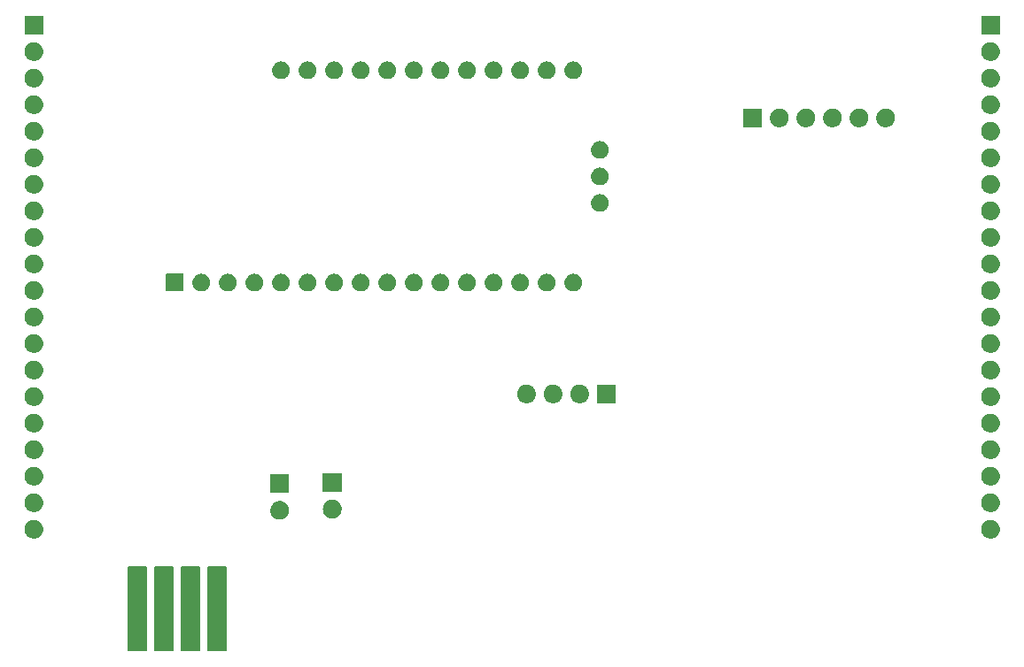
<source format=gbr>
G04 #@! TF.GenerationSoftware,KiCad,Pcbnew,7.0.2-0*
G04 #@! TF.CreationDate,2023-04-27T16:56:16-04:00*
G04 #@! TF.ProjectId,TFT_CAN,5446545f-4341-44e2-9e6b-696361645f70,rev?*
G04 #@! TF.SameCoordinates,Original*
G04 #@! TF.FileFunction,Soldermask,Bot*
G04 #@! TF.FilePolarity,Negative*
%FSLAX46Y46*%
G04 Gerber Fmt 4.6, Leading zero omitted, Abs format (unit mm)*
G04 Created by KiCad (PCBNEW 7.0.2-0) date 2023-04-27 16:56:16*
%MOMM*%
%LPD*%
G01*
G04 APERTURE LIST*
G04 APERTURE END LIST*
G36*
X36150117Y-77232882D02*
G01*
X36166662Y-77243938D01*
X36177718Y-77260483D01*
X36181600Y-77280000D01*
X36181600Y-85280000D01*
X36177718Y-85299517D01*
X36166662Y-85316062D01*
X36150117Y-85327118D01*
X36130600Y-85331000D01*
X34430600Y-85331000D01*
X34411083Y-85327118D01*
X34394538Y-85316062D01*
X34383482Y-85299517D01*
X34379600Y-85280000D01*
X34379600Y-77280000D01*
X34383482Y-77260483D01*
X34394538Y-77243938D01*
X34411083Y-77232882D01*
X34430600Y-77229000D01*
X36130600Y-77229000D01*
X36150117Y-77232882D01*
G37*
G36*
X38690117Y-77232882D02*
G01*
X38706662Y-77243938D01*
X38717718Y-77260483D01*
X38721600Y-77280000D01*
X38721600Y-85280000D01*
X38717718Y-85299517D01*
X38706662Y-85316062D01*
X38690117Y-85327118D01*
X38670600Y-85331000D01*
X36970600Y-85331000D01*
X36951083Y-85327118D01*
X36934538Y-85316062D01*
X36923482Y-85299517D01*
X36919600Y-85280000D01*
X36919600Y-77280000D01*
X36923482Y-77260483D01*
X36934538Y-77243938D01*
X36951083Y-77232882D01*
X36970600Y-77229000D01*
X38670600Y-77229000D01*
X38690117Y-77232882D01*
G37*
G36*
X41230117Y-77232882D02*
G01*
X41246662Y-77243938D01*
X41257718Y-77260483D01*
X41261600Y-77280000D01*
X41261600Y-85280000D01*
X41257718Y-85299517D01*
X41246662Y-85316062D01*
X41230117Y-85327118D01*
X41210600Y-85331000D01*
X39510600Y-85331000D01*
X39491083Y-85327118D01*
X39474538Y-85316062D01*
X39463482Y-85299517D01*
X39459600Y-85280000D01*
X39459600Y-77280000D01*
X39463482Y-77260483D01*
X39474538Y-77243938D01*
X39491083Y-77232882D01*
X39510600Y-77229000D01*
X41210600Y-77229000D01*
X41230117Y-77232882D01*
G37*
G36*
X43770117Y-77232882D02*
G01*
X43786662Y-77243938D01*
X43797718Y-77260483D01*
X43801600Y-77280000D01*
X43801600Y-85280000D01*
X43797718Y-85299517D01*
X43786662Y-85316062D01*
X43770117Y-85327118D01*
X43750600Y-85331000D01*
X42050600Y-85331000D01*
X42031083Y-85327118D01*
X42014538Y-85316062D01*
X42003482Y-85299517D01*
X41999600Y-85280000D01*
X41999600Y-77280000D01*
X42003482Y-77260483D01*
X42014538Y-77243938D01*
X42031083Y-77232882D01*
X42050600Y-77229000D01*
X43750600Y-77229000D01*
X43770117Y-77232882D01*
G37*
G36*
X25443983Y-72763936D02*
G01*
X25494180Y-72763936D01*
X25537524Y-72773149D01*
X25575659Y-72776905D01*
X25623566Y-72791437D01*
X25678424Y-72803098D01*
X25713530Y-72818728D01*
X25744566Y-72828143D01*
X25793884Y-72854504D01*
X25850500Y-72879711D01*
X25876822Y-72898835D01*
X25900232Y-72911348D01*
X25947988Y-72950540D01*
X26002887Y-72990427D01*
X26020711Y-73010223D01*
X26036675Y-73023324D01*
X26079572Y-73075594D01*
X26128924Y-73130405D01*
X26139292Y-73148363D01*
X26148651Y-73159767D01*
X26183273Y-73224542D01*
X26223104Y-73293530D01*
X26227685Y-73307630D01*
X26231856Y-73315433D01*
X26254852Y-73391242D01*
X26281311Y-73472672D01*
X26282242Y-73481532D01*
X26283094Y-73484340D01*
X26291384Y-73568513D01*
X26301000Y-73660000D01*
X26291383Y-73751494D01*
X26283094Y-73835659D01*
X26282242Y-73838466D01*
X26281311Y-73847328D01*
X26254848Y-73928771D01*
X26231856Y-74004566D01*
X26227686Y-74012366D01*
X26223104Y-74026470D01*
X26183266Y-74095470D01*
X26148651Y-74160232D01*
X26139294Y-74171633D01*
X26128924Y-74189595D01*
X26079563Y-74244415D01*
X26036675Y-74296675D01*
X26020714Y-74309773D01*
X26002887Y-74329573D01*
X25947977Y-74369467D01*
X25900232Y-74408651D01*
X25876827Y-74421161D01*
X25850500Y-74440289D01*
X25793873Y-74465500D01*
X25744566Y-74491856D01*
X25713537Y-74501268D01*
X25678424Y-74516902D01*
X25623555Y-74528564D01*
X25575659Y-74543094D01*
X25537532Y-74546849D01*
X25494180Y-74556064D01*
X25443973Y-74556064D01*
X25400000Y-74560395D01*
X25356027Y-74556064D01*
X25305820Y-74556064D01*
X25262467Y-74546849D01*
X25224340Y-74543094D01*
X25176441Y-74528563D01*
X25121576Y-74516902D01*
X25086464Y-74501269D01*
X25055433Y-74491856D01*
X25006120Y-74465498D01*
X24949500Y-74440289D01*
X24923175Y-74421163D01*
X24899767Y-74408651D01*
X24852013Y-74369460D01*
X24797113Y-74329573D01*
X24779287Y-74309776D01*
X24763324Y-74296675D01*
X24720425Y-74244402D01*
X24671076Y-74189595D01*
X24660708Y-74171637D01*
X24651348Y-74160232D01*
X24616719Y-74095447D01*
X24576896Y-74026470D01*
X24572315Y-74012371D01*
X24568143Y-74004566D01*
X24545136Y-73928725D01*
X24518689Y-73847328D01*
X24517758Y-73838471D01*
X24516905Y-73835659D01*
X24508601Y-73751349D01*
X24499000Y-73660000D01*
X24508598Y-73568672D01*
X24516905Y-73484340D01*
X24517758Y-73481527D01*
X24518689Y-73472672D01*
X24545132Y-73391288D01*
X24568143Y-73315433D01*
X24572315Y-73307626D01*
X24576896Y-73293530D01*
X24616712Y-73224565D01*
X24651348Y-73159767D01*
X24660710Y-73148359D01*
X24671076Y-73130405D01*
X24720416Y-73075607D01*
X24763324Y-73023324D01*
X24779291Y-73010219D01*
X24797113Y-72990427D01*
X24852002Y-72950546D01*
X24899767Y-72911348D01*
X24923180Y-72898833D01*
X24949500Y-72879711D01*
X25006109Y-72854506D01*
X25055433Y-72828143D01*
X25086471Y-72818727D01*
X25121576Y-72803098D01*
X25176430Y-72791438D01*
X25224340Y-72776905D01*
X25262476Y-72773148D01*
X25305820Y-72763936D01*
X25356016Y-72763936D01*
X25400000Y-72759604D01*
X25443983Y-72763936D01*
G37*
G36*
X116883983Y-72763936D02*
G01*
X116934180Y-72763936D01*
X116977524Y-72773149D01*
X117015659Y-72776905D01*
X117063566Y-72791437D01*
X117118424Y-72803098D01*
X117153530Y-72818728D01*
X117184566Y-72828143D01*
X117233884Y-72854504D01*
X117290500Y-72879711D01*
X117316822Y-72898835D01*
X117340232Y-72911348D01*
X117387988Y-72950540D01*
X117442887Y-72990427D01*
X117460711Y-73010223D01*
X117476675Y-73023324D01*
X117519572Y-73075594D01*
X117568924Y-73130405D01*
X117579292Y-73148363D01*
X117588651Y-73159767D01*
X117623273Y-73224542D01*
X117663104Y-73293530D01*
X117667685Y-73307630D01*
X117671856Y-73315433D01*
X117694852Y-73391242D01*
X117721311Y-73472672D01*
X117722242Y-73481532D01*
X117723094Y-73484340D01*
X117731385Y-73568520D01*
X117741000Y-73660000D01*
X117731382Y-73751501D01*
X117723094Y-73835659D01*
X117722242Y-73838466D01*
X117721311Y-73847328D01*
X117694848Y-73928771D01*
X117671856Y-74004566D01*
X117667686Y-74012366D01*
X117663104Y-74026470D01*
X117623266Y-74095470D01*
X117588651Y-74160232D01*
X117579294Y-74171633D01*
X117568924Y-74189595D01*
X117519563Y-74244415D01*
X117476675Y-74296675D01*
X117460714Y-74309773D01*
X117442887Y-74329573D01*
X117387977Y-74369467D01*
X117340232Y-74408651D01*
X117316827Y-74421161D01*
X117290500Y-74440289D01*
X117233873Y-74465500D01*
X117184566Y-74491856D01*
X117153537Y-74501268D01*
X117118424Y-74516902D01*
X117063555Y-74528564D01*
X117015659Y-74543094D01*
X116977532Y-74546849D01*
X116934180Y-74556064D01*
X116883973Y-74556064D01*
X116840000Y-74560395D01*
X116796027Y-74556064D01*
X116745820Y-74556064D01*
X116702467Y-74546849D01*
X116664340Y-74543094D01*
X116616441Y-74528563D01*
X116561576Y-74516902D01*
X116526464Y-74501269D01*
X116495433Y-74491856D01*
X116446120Y-74465498D01*
X116389500Y-74440289D01*
X116363175Y-74421163D01*
X116339767Y-74408651D01*
X116292013Y-74369460D01*
X116237113Y-74329573D01*
X116219287Y-74309776D01*
X116203324Y-74296675D01*
X116160425Y-74244402D01*
X116111076Y-74189595D01*
X116100708Y-74171637D01*
X116091348Y-74160232D01*
X116056719Y-74095447D01*
X116016896Y-74026470D01*
X116012315Y-74012371D01*
X116008143Y-74004566D01*
X115985136Y-73928725D01*
X115958689Y-73847328D01*
X115957758Y-73838471D01*
X115956905Y-73835659D01*
X115948601Y-73751349D01*
X115939000Y-73660000D01*
X115948598Y-73568672D01*
X115956905Y-73484340D01*
X115957758Y-73481527D01*
X115958689Y-73472672D01*
X115985132Y-73391288D01*
X116008143Y-73315433D01*
X116012315Y-73307626D01*
X116016896Y-73293530D01*
X116056712Y-73224565D01*
X116091348Y-73159767D01*
X116100710Y-73148359D01*
X116111076Y-73130405D01*
X116160416Y-73075607D01*
X116203324Y-73023324D01*
X116219291Y-73010219D01*
X116237113Y-72990427D01*
X116292002Y-72950546D01*
X116339767Y-72911348D01*
X116363180Y-72898833D01*
X116389500Y-72879711D01*
X116446109Y-72854506D01*
X116495433Y-72828143D01*
X116526471Y-72818727D01*
X116561576Y-72803098D01*
X116616430Y-72791438D01*
X116664340Y-72776905D01*
X116702476Y-72773148D01*
X116745820Y-72763936D01*
X116796016Y-72763936D01*
X116840000Y-72759604D01*
X116883983Y-72763936D01*
G37*
G36*
X25443983Y-70223936D02*
G01*
X25494180Y-70223936D01*
X25537524Y-70233149D01*
X25575659Y-70236905D01*
X25623566Y-70251437D01*
X25678424Y-70263098D01*
X25713530Y-70278728D01*
X25744566Y-70288143D01*
X25793884Y-70314504D01*
X25850500Y-70339711D01*
X25876822Y-70358835D01*
X25900232Y-70371348D01*
X25947988Y-70410540D01*
X26002887Y-70450427D01*
X26020711Y-70470223D01*
X26036675Y-70483324D01*
X26079572Y-70535594D01*
X26128924Y-70590405D01*
X26139292Y-70608363D01*
X26148651Y-70619767D01*
X26183273Y-70684542D01*
X26223104Y-70753530D01*
X26227685Y-70767630D01*
X26231856Y-70775433D01*
X26254852Y-70851242D01*
X26281311Y-70932672D01*
X26282242Y-70941532D01*
X26283094Y-70944340D01*
X26291384Y-71028513D01*
X26301000Y-71120000D01*
X26291383Y-71211494D01*
X26283094Y-71295659D01*
X26282242Y-71298466D01*
X26281311Y-71307328D01*
X26254848Y-71388771D01*
X26231856Y-71464566D01*
X26227686Y-71472366D01*
X26223104Y-71486470D01*
X26183266Y-71555470D01*
X26148651Y-71620232D01*
X26139294Y-71631633D01*
X26128924Y-71649595D01*
X26079563Y-71704415D01*
X26036675Y-71756675D01*
X26020714Y-71769773D01*
X26002887Y-71789573D01*
X25947977Y-71829467D01*
X25900232Y-71868651D01*
X25876827Y-71881161D01*
X25850500Y-71900289D01*
X25793873Y-71925500D01*
X25744566Y-71951856D01*
X25713537Y-71961268D01*
X25678424Y-71976902D01*
X25623555Y-71988564D01*
X25575659Y-72003094D01*
X25537532Y-72006849D01*
X25494180Y-72016064D01*
X25443973Y-72016064D01*
X25400000Y-72020395D01*
X25356027Y-72016064D01*
X25305820Y-72016064D01*
X25262467Y-72006849D01*
X25224340Y-72003094D01*
X25176441Y-71988563D01*
X25121576Y-71976902D01*
X25086464Y-71961269D01*
X25055433Y-71951856D01*
X25006120Y-71925498D01*
X24949500Y-71900289D01*
X24923175Y-71881163D01*
X24899767Y-71868651D01*
X24852013Y-71829460D01*
X24797113Y-71789573D01*
X24779287Y-71769776D01*
X24763324Y-71756675D01*
X24720425Y-71704402D01*
X24671076Y-71649595D01*
X24660708Y-71631637D01*
X24651348Y-71620232D01*
X24616719Y-71555447D01*
X24576896Y-71486470D01*
X24572315Y-71472371D01*
X24568143Y-71464566D01*
X24545136Y-71388725D01*
X24518689Y-71307328D01*
X24517758Y-71298471D01*
X24516905Y-71295659D01*
X24508600Y-71211342D01*
X24499000Y-71120000D01*
X24508599Y-71028664D01*
X24516905Y-70944340D01*
X24517758Y-70941527D01*
X24518689Y-70932672D01*
X24545132Y-70851288D01*
X24568143Y-70775433D01*
X24572315Y-70767626D01*
X24576896Y-70753530D01*
X24616712Y-70684565D01*
X24651348Y-70619767D01*
X24660710Y-70608359D01*
X24671076Y-70590405D01*
X24720416Y-70535607D01*
X24763324Y-70483324D01*
X24779291Y-70470219D01*
X24797113Y-70450427D01*
X24852002Y-70410546D01*
X24899767Y-70371348D01*
X24923180Y-70358833D01*
X24949500Y-70339711D01*
X25006109Y-70314506D01*
X25055433Y-70288143D01*
X25086471Y-70278727D01*
X25121576Y-70263098D01*
X25176430Y-70251438D01*
X25224340Y-70236905D01*
X25262476Y-70233148D01*
X25305820Y-70223936D01*
X25356016Y-70223936D01*
X25400000Y-70219604D01*
X25443983Y-70223936D01*
G37*
G36*
X48938983Y-70955936D02*
G01*
X48989180Y-70955936D01*
X49032524Y-70965149D01*
X49070659Y-70968905D01*
X49118566Y-70983437D01*
X49173424Y-70995098D01*
X49208530Y-71010728D01*
X49239566Y-71020143D01*
X49288884Y-71046504D01*
X49345500Y-71071711D01*
X49371822Y-71090835D01*
X49395232Y-71103348D01*
X49442988Y-71142540D01*
X49497887Y-71182427D01*
X49515711Y-71202223D01*
X49531675Y-71215324D01*
X49574572Y-71267594D01*
X49623924Y-71322405D01*
X49634292Y-71340363D01*
X49643651Y-71351767D01*
X49678273Y-71416542D01*
X49718104Y-71485530D01*
X49722685Y-71499630D01*
X49726856Y-71507433D01*
X49749852Y-71583242D01*
X49776311Y-71664672D01*
X49777242Y-71673532D01*
X49778094Y-71676340D01*
X49786384Y-71760513D01*
X49796000Y-71852000D01*
X49786383Y-71943494D01*
X49778094Y-72027659D01*
X49777242Y-72030466D01*
X49776311Y-72039328D01*
X49749848Y-72120771D01*
X49726856Y-72196566D01*
X49722686Y-72204366D01*
X49718104Y-72218470D01*
X49678266Y-72287470D01*
X49643651Y-72352232D01*
X49634294Y-72363633D01*
X49623924Y-72381595D01*
X49574563Y-72436415D01*
X49531675Y-72488675D01*
X49515714Y-72501773D01*
X49497887Y-72521573D01*
X49442977Y-72561467D01*
X49395232Y-72600651D01*
X49371827Y-72613161D01*
X49345500Y-72632289D01*
X49288873Y-72657500D01*
X49239566Y-72683856D01*
X49208537Y-72693268D01*
X49173424Y-72708902D01*
X49118555Y-72720564D01*
X49070659Y-72735094D01*
X49032533Y-72738849D01*
X48989180Y-72748064D01*
X48938972Y-72748064D01*
X48894999Y-72752395D01*
X48851026Y-72748064D01*
X48800820Y-72748064D01*
X48757467Y-72738849D01*
X48719340Y-72735094D01*
X48671441Y-72720563D01*
X48616576Y-72708902D01*
X48581464Y-72693269D01*
X48550433Y-72683856D01*
X48501120Y-72657498D01*
X48444500Y-72632289D01*
X48418175Y-72613163D01*
X48394767Y-72600651D01*
X48347013Y-72561460D01*
X48292113Y-72521573D01*
X48274287Y-72501776D01*
X48258324Y-72488675D01*
X48215425Y-72436402D01*
X48166076Y-72381595D01*
X48155708Y-72363637D01*
X48146348Y-72352232D01*
X48111719Y-72287447D01*
X48071896Y-72218470D01*
X48067315Y-72204371D01*
X48063143Y-72196566D01*
X48040136Y-72120725D01*
X48013689Y-72039328D01*
X48012758Y-72030471D01*
X48011905Y-72027659D01*
X48003600Y-71943342D01*
X47994000Y-71852000D01*
X48003599Y-71760664D01*
X48011905Y-71676340D01*
X48012758Y-71673527D01*
X48013689Y-71664672D01*
X48040132Y-71583288D01*
X48063143Y-71507433D01*
X48067315Y-71499626D01*
X48071896Y-71485530D01*
X48111712Y-71416565D01*
X48146348Y-71351767D01*
X48155710Y-71340359D01*
X48166076Y-71322405D01*
X48215416Y-71267607D01*
X48258324Y-71215324D01*
X48274291Y-71202219D01*
X48292113Y-71182427D01*
X48347002Y-71142546D01*
X48394767Y-71103348D01*
X48418180Y-71090833D01*
X48444500Y-71071711D01*
X48501109Y-71046506D01*
X48550433Y-71020143D01*
X48581471Y-71010727D01*
X48616576Y-70995098D01*
X48671430Y-70983438D01*
X48719340Y-70968905D01*
X48757476Y-70965148D01*
X48800820Y-70955936D01*
X48851016Y-70955936D01*
X48894999Y-70951604D01*
X48938983Y-70955936D01*
G37*
G36*
X53967983Y-70833936D02*
G01*
X54018180Y-70833936D01*
X54061524Y-70843149D01*
X54099659Y-70846905D01*
X54147566Y-70861437D01*
X54202424Y-70873098D01*
X54237530Y-70888728D01*
X54268566Y-70898143D01*
X54317884Y-70924504D01*
X54374500Y-70949711D01*
X54400822Y-70968835D01*
X54424232Y-70981348D01*
X54471988Y-71020540D01*
X54526887Y-71060427D01*
X54544711Y-71080223D01*
X54560675Y-71093324D01*
X54603572Y-71145594D01*
X54652924Y-71200405D01*
X54663292Y-71218363D01*
X54672651Y-71229767D01*
X54707273Y-71294542D01*
X54747104Y-71363530D01*
X54751685Y-71377630D01*
X54755856Y-71385433D01*
X54778852Y-71461242D01*
X54805311Y-71542672D01*
X54806242Y-71551532D01*
X54807094Y-71554340D01*
X54815384Y-71638513D01*
X54825000Y-71730000D01*
X54815383Y-71821494D01*
X54807094Y-71905659D01*
X54806242Y-71908466D01*
X54805311Y-71917328D01*
X54778848Y-71998771D01*
X54755856Y-72074566D01*
X54751686Y-72082366D01*
X54747104Y-72096470D01*
X54707266Y-72165470D01*
X54672651Y-72230232D01*
X54663294Y-72241633D01*
X54652924Y-72259595D01*
X54603563Y-72314415D01*
X54560675Y-72366675D01*
X54544714Y-72379773D01*
X54526887Y-72399573D01*
X54471977Y-72439467D01*
X54424232Y-72478651D01*
X54400827Y-72491161D01*
X54374500Y-72510289D01*
X54317873Y-72535500D01*
X54268566Y-72561856D01*
X54237537Y-72571268D01*
X54202424Y-72586902D01*
X54147555Y-72598564D01*
X54099659Y-72613094D01*
X54061532Y-72616849D01*
X54018180Y-72626064D01*
X53967973Y-72626064D01*
X53924000Y-72630395D01*
X53880027Y-72626064D01*
X53829820Y-72626064D01*
X53786467Y-72616849D01*
X53748340Y-72613094D01*
X53700441Y-72598563D01*
X53645576Y-72586902D01*
X53610464Y-72571269D01*
X53579433Y-72561856D01*
X53530120Y-72535498D01*
X53473500Y-72510289D01*
X53447175Y-72491163D01*
X53423767Y-72478651D01*
X53376013Y-72439460D01*
X53321113Y-72399573D01*
X53303287Y-72379776D01*
X53287324Y-72366675D01*
X53244425Y-72314402D01*
X53195076Y-72259595D01*
X53184708Y-72241637D01*
X53175348Y-72230232D01*
X53140719Y-72165447D01*
X53100896Y-72096470D01*
X53096315Y-72082371D01*
X53092143Y-72074566D01*
X53069136Y-71998725D01*
X53042689Y-71917328D01*
X53041758Y-71908471D01*
X53040905Y-71905659D01*
X53032600Y-71821342D01*
X53023000Y-71730000D01*
X53032599Y-71638664D01*
X53040905Y-71554340D01*
X53041758Y-71551527D01*
X53042689Y-71542672D01*
X53069132Y-71461288D01*
X53092143Y-71385433D01*
X53096315Y-71377626D01*
X53100896Y-71363530D01*
X53140712Y-71294565D01*
X53175348Y-71229767D01*
X53184710Y-71218359D01*
X53195076Y-71200405D01*
X53244416Y-71145607D01*
X53287324Y-71093324D01*
X53303291Y-71080219D01*
X53321113Y-71060427D01*
X53376002Y-71020546D01*
X53423767Y-70981348D01*
X53447180Y-70968833D01*
X53473500Y-70949711D01*
X53530109Y-70924506D01*
X53579433Y-70898143D01*
X53610471Y-70888727D01*
X53645576Y-70873098D01*
X53700430Y-70861438D01*
X53748340Y-70846905D01*
X53786476Y-70843148D01*
X53829820Y-70833936D01*
X53880016Y-70833936D01*
X53924000Y-70829604D01*
X53967983Y-70833936D01*
G37*
G36*
X116883983Y-70223936D02*
G01*
X116934180Y-70223936D01*
X116977524Y-70233149D01*
X117015659Y-70236905D01*
X117063566Y-70251437D01*
X117118424Y-70263098D01*
X117153530Y-70278728D01*
X117184566Y-70288143D01*
X117233884Y-70314504D01*
X117290500Y-70339711D01*
X117316822Y-70358835D01*
X117340232Y-70371348D01*
X117387988Y-70410540D01*
X117442887Y-70450427D01*
X117460711Y-70470223D01*
X117476675Y-70483324D01*
X117519572Y-70535594D01*
X117568924Y-70590405D01*
X117579292Y-70608363D01*
X117588651Y-70619767D01*
X117623273Y-70684542D01*
X117663104Y-70753530D01*
X117667685Y-70767630D01*
X117671856Y-70775433D01*
X117694852Y-70851242D01*
X117721311Y-70932672D01*
X117722242Y-70941532D01*
X117723094Y-70944340D01*
X117731385Y-71028520D01*
X117741000Y-71120000D01*
X117731382Y-71211501D01*
X117723094Y-71295659D01*
X117722242Y-71298466D01*
X117721311Y-71307328D01*
X117694848Y-71388771D01*
X117671856Y-71464566D01*
X117667686Y-71472366D01*
X117663104Y-71486470D01*
X117623266Y-71555470D01*
X117588651Y-71620232D01*
X117579294Y-71631633D01*
X117568924Y-71649595D01*
X117519563Y-71704415D01*
X117476675Y-71756675D01*
X117460714Y-71769773D01*
X117442887Y-71789573D01*
X117387977Y-71829467D01*
X117340232Y-71868651D01*
X117316827Y-71881161D01*
X117290500Y-71900289D01*
X117233873Y-71925500D01*
X117184566Y-71951856D01*
X117153537Y-71961268D01*
X117118424Y-71976902D01*
X117063555Y-71988564D01*
X117015659Y-72003094D01*
X116977532Y-72006849D01*
X116934180Y-72016064D01*
X116883973Y-72016064D01*
X116840000Y-72020395D01*
X116796027Y-72016064D01*
X116745820Y-72016064D01*
X116702467Y-72006849D01*
X116664340Y-72003094D01*
X116616441Y-71988563D01*
X116561576Y-71976902D01*
X116526464Y-71961269D01*
X116495433Y-71951856D01*
X116446120Y-71925498D01*
X116389500Y-71900289D01*
X116363175Y-71881163D01*
X116339767Y-71868651D01*
X116292013Y-71829460D01*
X116237113Y-71789573D01*
X116219287Y-71769776D01*
X116203324Y-71756675D01*
X116160425Y-71704402D01*
X116111076Y-71649595D01*
X116100708Y-71631637D01*
X116091348Y-71620232D01*
X116056719Y-71555447D01*
X116016896Y-71486470D01*
X116012315Y-71472371D01*
X116008143Y-71464566D01*
X115985136Y-71388725D01*
X115958689Y-71307328D01*
X115957758Y-71298471D01*
X115956905Y-71295659D01*
X115948600Y-71211342D01*
X115939000Y-71120000D01*
X115948599Y-71028664D01*
X115956905Y-70944340D01*
X115957758Y-70941527D01*
X115958689Y-70932672D01*
X115985132Y-70851288D01*
X116008143Y-70775433D01*
X116012315Y-70767626D01*
X116016896Y-70753530D01*
X116056712Y-70684565D01*
X116091348Y-70619767D01*
X116100710Y-70608359D01*
X116111076Y-70590405D01*
X116160416Y-70535607D01*
X116203324Y-70483324D01*
X116219291Y-70470219D01*
X116237113Y-70450427D01*
X116292002Y-70410546D01*
X116339767Y-70371348D01*
X116363180Y-70358833D01*
X116389500Y-70339711D01*
X116446109Y-70314506D01*
X116495433Y-70288143D01*
X116526471Y-70278727D01*
X116561576Y-70263098D01*
X116616430Y-70251438D01*
X116664340Y-70236905D01*
X116702476Y-70233148D01*
X116745820Y-70223936D01*
X116796016Y-70223936D01*
X116840000Y-70219604D01*
X116883983Y-70223936D01*
G37*
G36*
X25443983Y-67683936D02*
G01*
X25494180Y-67683936D01*
X25537524Y-67693149D01*
X25575659Y-67696905D01*
X25623566Y-67711437D01*
X25678424Y-67723098D01*
X25713530Y-67738728D01*
X25744566Y-67748143D01*
X25793884Y-67774504D01*
X25850500Y-67799711D01*
X25876822Y-67818835D01*
X25900232Y-67831348D01*
X25947988Y-67870540D01*
X26002887Y-67910427D01*
X26020711Y-67930223D01*
X26036675Y-67943324D01*
X26079572Y-67995594D01*
X26128924Y-68050405D01*
X26139292Y-68068363D01*
X26148651Y-68079767D01*
X26183273Y-68144542D01*
X26223104Y-68213530D01*
X26227685Y-68227630D01*
X26231856Y-68235433D01*
X26254852Y-68311242D01*
X26281311Y-68392672D01*
X26282242Y-68401532D01*
X26283094Y-68404340D01*
X26291384Y-68488513D01*
X26301000Y-68580000D01*
X26291383Y-68671494D01*
X26283094Y-68755659D01*
X26282242Y-68758466D01*
X26281311Y-68767328D01*
X26254848Y-68848771D01*
X26231856Y-68924566D01*
X26227686Y-68932366D01*
X26223104Y-68946470D01*
X26183266Y-69015470D01*
X26148651Y-69080232D01*
X26139294Y-69091633D01*
X26128924Y-69109595D01*
X26079563Y-69164415D01*
X26036675Y-69216675D01*
X26020714Y-69229773D01*
X26002887Y-69249573D01*
X25947977Y-69289467D01*
X25900232Y-69328651D01*
X25876827Y-69341161D01*
X25850500Y-69360289D01*
X25793873Y-69385500D01*
X25744566Y-69411856D01*
X25713537Y-69421268D01*
X25678424Y-69436902D01*
X25623555Y-69448564D01*
X25575659Y-69463094D01*
X25537532Y-69466849D01*
X25494180Y-69476064D01*
X25443973Y-69476064D01*
X25400000Y-69480395D01*
X25356027Y-69476064D01*
X25305820Y-69476064D01*
X25262467Y-69466849D01*
X25224340Y-69463094D01*
X25176441Y-69448563D01*
X25121576Y-69436902D01*
X25086464Y-69421269D01*
X25055433Y-69411856D01*
X25006120Y-69385498D01*
X24949500Y-69360289D01*
X24923175Y-69341163D01*
X24899767Y-69328651D01*
X24852013Y-69289460D01*
X24797113Y-69249573D01*
X24779287Y-69229776D01*
X24763324Y-69216675D01*
X24720425Y-69164402D01*
X24671076Y-69109595D01*
X24660708Y-69091637D01*
X24651348Y-69080232D01*
X24616719Y-69015447D01*
X24576896Y-68946470D01*
X24572315Y-68932371D01*
X24568143Y-68924566D01*
X24545136Y-68848725D01*
X24518689Y-68767328D01*
X24517758Y-68758471D01*
X24516905Y-68755659D01*
X24508601Y-68671349D01*
X24499000Y-68580000D01*
X24508598Y-68488672D01*
X24516905Y-68404340D01*
X24517758Y-68401527D01*
X24518689Y-68392672D01*
X24545132Y-68311288D01*
X24568143Y-68235433D01*
X24572315Y-68227626D01*
X24576896Y-68213530D01*
X24616712Y-68144565D01*
X24651348Y-68079767D01*
X24660710Y-68068359D01*
X24671076Y-68050405D01*
X24720416Y-67995607D01*
X24763324Y-67943324D01*
X24779291Y-67930219D01*
X24797113Y-67910427D01*
X24852002Y-67870546D01*
X24899767Y-67831348D01*
X24923180Y-67818833D01*
X24949500Y-67799711D01*
X25006109Y-67774506D01*
X25055433Y-67748143D01*
X25086471Y-67738727D01*
X25121576Y-67723098D01*
X25176430Y-67711438D01*
X25224340Y-67696905D01*
X25262476Y-67693148D01*
X25305820Y-67683936D01*
X25356016Y-67683936D01*
X25400000Y-67679604D01*
X25443983Y-67683936D01*
G37*
G36*
X49764517Y-68414882D02*
G01*
X49781062Y-68425938D01*
X49792118Y-68442483D01*
X49796000Y-68462000D01*
X49796000Y-70162000D01*
X49792118Y-70181517D01*
X49781062Y-70198062D01*
X49764517Y-70209118D01*
X49745000Y-70213000D01*
X48045000Y-70213000D01*
X48025483Y-70209118D01*
X48008938Y-70198062D01*
X47997882Y-70181517D01*
X47994000Y-70162000D01*
X47994000Y-68462000D01*
X47997882Y-68442483D01*
X48008938Y-68425938D01*
X48025483Y-68414882D01*
X48045000Y-68411000D01*
X49745000Y-68411000D01*
X49764517Y-68414882D01*
G37*
G36*
X54793517Y-68292882D02*
G01*
X54810062Y-68303938D01*
X54821118Y-68320483D01*
X54825000Y-68340000D01*
X54825000Y-70040000D01*
X54821118Y-70059517D01*
X54810062Y-70076062D01*
X54793517Y-70087118D01*
X54774000Y-70091000D01*
X53074000Y-70091000D01*
X53054483Y-70087118D01*
X53037938Y-70076062D01*
X53026882Y-70059517D01*
X53023000Y-70040000D01*
X53023000Y-68340000D01*
X53026882Y-68320483D01*
X53037938Y-68303938D01*
X53054483Y-68292882D01*
X53074000Y-68289000D01*
X54774000Y-68289000D01*
X54793517Y-68292882D01*
G37*
G36*
X116883983Y-67683936D02*
G01*
X116934180Y-67683936D01*
X116977524Y-67693149D01*
X117015659Y-67696905D01*
X117063566Y-67711437D01*
X117118424Y-67723098D01*
X117153530Y-67738728D01*
X117184566Y-67748143D01*
X117233884Y-67774504D01*
X117290500Y-67799711D01*
X117316822Y-67818835D01*
X117340232Y-67831348D01*
X117387988Y-67870540D01*
X117442887Y-67910427D01*
X117460711Y-67930223D01*
X117476675Y-67943324D01*
X117519572Y-67995594D01*
X117568924Y-68050405D01*
X117579292Y-68068363D01*
X117588651Y-68079767D01*
X117623273Y-68144542D01*
X117663104Y-68213530D01*
X117667685Y-68227630D01*
X117671856Y-68235433D01*
X117694852Y-68311242D01*
X117721311Y-68392672D01*
X117722242Y-68401532D01*
X117723094Y-68404340D01*
X117731385Y-68488520D01*
X117741000Y-68580000D01*
X117731382Y-68671501D01*
X117723094Y-68755659D01*
X117722242Y-68758466D01*
X117721311Y-68767328D01*
X117694848Y-68848771D01*
X117671856Y-68924566D01*
X117667686Y-68932366D01*
X117663104Y-68946470D01*
X117623266Y-69015470D01*
X117588651Y-69080232D01*
X117579294Y-69091633D01*
X117568924Y-69109595D01*
X117519563Y-69164415D01*
X117476675Y-69216675D01*
X117460714Y-69229773D01*
X117442887Y-69249573D01*
X117387977Y-69289467D01*
X117340232Y-69328651D01*
X117316827Y-69341161D01*
X117290500Y-69360289D01*
X117233873Y-69385500D01*
X117184566Y-69411856D01*
X117153537Y-69421268D01*
X117118424Y-69436902D01*
X117063555Y-69448564D01*
X117015659Y-69463094D01*
X116977532Y-69466849D01*
X116934180Y-69476064D01*
X116883973Y-69476064D01*
X116840000Y-69480395D01*
X116796027Y-69476064D01*
X116745820Y-69476064D01*
X116702467Y-69466849D01*
X116664340Y-69463094D01*
X116616441Y-69448563D01*
X116561576Y-69436902D01*
X116526464Y-69421269D01*
X116495433Y-69411856D01*
X116446120Y-69385498D01*
X116389500Y-69360289D01*
X116363175Y-69341163D01*
X116339767Y-69328651D01*
X116292013Y-69289460D01*
X116237113Y-69249573D01*
X116219287Y-69229776D01*
X116203324Y-69216675D01*
X116160425Y-69164402D01*
X116111076Y-69109595D01*
X116100708Y-69091637D01*
X116091348Y-69080232D01*
X116056719Y-69015447D01*
X116016896Y-68946470D01*
X116012315Y-68932371D01*
X116008143Y-68924566D01*
X115985136Y-68848725D01*
X115958689Y-68767328D01*
X115957758Y-68758471D01*
X115956905Y-68755659D01*
X115948601Y-68671349D01*
X115939000Y-68580000D01*
X115948598Y-68488672D01*
X115956905Y-68404340D01*
X115957758Y-68401527D01*
X115958689Y-68392672D01*
X115985132Y-68311288D01*
X116008143Y-68235433D01*
X116012315Y-68227626D01*
X116016896Y-68213530D01*
X116056712Y-68144565D01*
X116091348Y-68079767D01*
X116100710Y-68068359D01*
X116111076Y-68050405D01*
X116160416Y-67995607D01*
X116203324Y-67943324D01*
X116219291Y-67930219D01*
X116237113Y-67910427D01*
X116292002Y-67870546D01*
X116339767Y-67831348D01*
X116363180Y-67818833D01*
X116389500Y-67799711D01*
X116446109Y-67774506D01*
X116495433Y-67748143D01*
X116526471Y-67738727D01*
X116561576Y-67723098D01*
X116616430Y-67711438D01*
X116664340Y-67696905D01*
X116702476Y-67693148D01*
X116745820Y-67683936D01*
X116796016Y-67683936D01*
X116840000Y-67679604D01*
X116883983Y-67683936D01*
G37*
G36*
X25443983Y-65143936D02*
G01*
X25494180Y-65143936D01*
X25537524Y-65153149D01*
X25575659Y-65156905D01*
X25623566Y-65171437D01*
X25678424Y-65183098D01*
X25713530Y-65198728D01*
X25744566Y-65208143D01*
X25793884Y-65234504D01*
X25850500Y-65259711D01*
X25876822Y-65278835D01*
X25900232Y-65291348D01*
X25947988Y-65330540D01*
X26002887Y-65370427D01*
X26020711Y-65390223D01*
X26036675Y-65403324D01*
X26079572Y-65455594D01*
X26128924Y-65510405D01*
X26139292Y-65528363D01*
X26148651Y-65539767D01*
X26183273Y-65604542D01*
X26223104Y-65673530D01*
X26227685Y-65687630D01*
X26231856Y-65695433D01*
X26254852Y-65771242D01*
X26281311Y-65852672D01*
X26282242Y-65861532D01*
X26283094Y-65864340D01*
X26291384Y-65948513D01*
X26301000Y-66040000D01*
X26291383Y-66131494D01*
X26283094Y-66215659D01*
X26282242Y-66218466D01*
X26281311Y-66227328D01*
X26254848Y-66308771D01*
X26231856Y-66384566D01*
X26227686Y-66392366D01*
X26223104Y-66406470D01*
X26183266Y-66475470D01*
X26148651Y-66540232D01*
X26139294Y-66551633D01*
X26128924Y-66569595D01*
X26079563Y-66624415D01*
X26036675Y-66676675D01*
X26020714Y-66689773D01*
X26002887Y-66709573D01*
X25947977Y-66749467D01*
X25900232Y-66788651D01*
X25876827Y-66801161D01*
X25850500Y-66820289D01*
X25793873Y-66845500D01*
X25744566Y-66871856D01*
X25713537Y-66881268D01*
X25678424Y-66896902D01*
X25623555Y-66908564D01*
X25575659Y-66923094D01*
X25537532Y-66926849D01*
X25494180Y-66936064D01*
X25443973Y-66936064D01*
X25400000Y-66940395D01*
X25356027Y-66936064D01*
X25305820Y-66936064D01*
X25262467Y-66926849D01*
X25224340Y-66923094D01*
X25176441Y-66908563D01*
X25121576Y-66896902D01*
X25086464Y-66881269D01*
X25055433Y-66871856D01*
X25006120Y-66845498D01*
X24949500Y-66820289D01*
X24923175Y-66801163D01*
X24899767Y-66788651D01*
X24852013Y-66749460D01*
X24797113Y-66709573D01*
X24779287Y-66689776D01*
X24763324Y-66676675D01*
X24720425Y-66624402D01*
X24671076Y-66569595D01*
X24660708Y-66551637D01*
X24651348Y-66540232D01*
X24616719Y-66475447D01*
X24576896Y-66406470D01*
X24572315Y-66392371D01*
X24568143Y-66384566D01*
X24545136Y-66308725D01*
X24518689Y-66227328D01*
X24517758Y-66218471D01*
X24516905Y-66215659D01*
X24508600Y-66131342D01*
X24499000Y-66040000D01*
X24508599Y-65948664D01*
X24516905Y-65864340D01*
X24517758Y-65861527D01*
X24518689Y-65852672D01*
X24545132Y-65771288D01*
X24568143Y-65695433D01*
X24572315Y-65687626D01*
X24576896Y-65673530D01*
X24616712Y-65604565D01*
X24651348Y-65539767D01*
X24660710Y-65528359D01*
X24671076Y-65510405D01*
X24720416Y-65455607D01*
X24763324Y-65403324D01*
X24779291Y-65390219D01*
X24797113Y-65370427D01*
X24852002Y-65330546D01*
X24899767Y-65291348D01*
X24923180Y-65278833D01*
X24949500Y-65259711D01*
X25006109Y-65234506D01*
X25055433Y-65208143D01*
X25086471Y-65198727D01*
X25121576Y-65183098D01*
X25176430Y-65171438D01*
X25224340Y-65156905D01*
X25262476Y-65153148D01*
X25305820Y-65143936D01*
X25356016Y-65143936D01*
X25400000Y-65139604D01*
X25443983Y-65143936D01*
G37*
G36*
X116883983Y-65143936D02*
G01*
X116934180Y-65143936D01*
X116977524Y-65153149D01*
X117015659Y-65156905D01*
X117063566Y-65171437D01*
X117118424Y-65183098D01*
X117153530Y-65198728D01*
X117184566Y-65208143D01*
X117233884Y-65234504D01*
X117290500Y-65259711D01*
X117316822Y-65278835D01*
X117340232Y-65291348D01*
X117387988Y-65330540D01*
X117442887Y-65370427D01*
X117460711Y-65390223D01*
X117476675Y-65403324D01*
X117519572Y-65455594D01*
X117568924Y-65510405D01*
X117579292Y-65528363D01*
X117588651Y-65539767D01*
X117623273Y-65604542D01*
X117663104Y-65673530D01*
X117667685Y-65687630D01*
X117671856Y-65695433D01*
X117694852Y-65771242D01*
X117721311Y-65852672D01*
X117722242Y-65861532D01*
X117723094Y-65864340D01*
X117731384Y-65948513D01*
X117741000Y-66040000D01*
X117731383Y-66131494D01*
X117723094Y-66215659D01*
X117722242Y-66218466D01*
X117721311Y-66227328D01*
X117694848Y-66308771D01*
X117671856Y-66384566D01*
X117667686Y-66392366D01*
X117663104Y-66406470D01*
X117623266Y-66475470D01*
X117588651Y-66540232D01*
X117579294Y-66551633D01*
X117568924Y-66569595D01*
X117519563Y-66624415D01*
X117476675Y-66676675D01*
X117460714Y-66689773D01*
X117442887Y-66709573D01*
X117387977Y-66749467D01*
X117340232Y-66788651D01*
X117316827Y-66801161D01*
X117290500Y-66820289D01*
X117233873Y-66845500D01*
X117184566Y-66871856D01*
X117153537Y-66881268D01*
X117118424Y-66896902D01*
X117063555Y-66908564D01*
X117015659Y-66923094D01*
X116977532Y-66926849D01*
X116934180Y-66936064D01*
X116883973Y-66936064D01*
X116840000Y-66940395D01*
X116796027Y-66936064D01*
X116745820Y-66936064D01*
X116702467Y-66926849D01*
X116664340Y-66923094D01*
X116616441Y-66908563D01*
X116561576Y-66896902D01*
X116526464Y-66881269D01*
X116495433Y-66871856D01*
X116446120Y-66845498D01*
X116389500Y-66820289D01*
X116363175Y-66801163D01*
X116339767Y-66788651D01*
X116292013Y-66749460D01*
X116237113Y-66709573D01*
X116219287Y-66689776D01*
X116203324Y-66676675D01*
X116160425Y-66624402D01*
X116111076Y-66569595D01*
X116100708Y-66551637D01*
X116091348Y-66540232D01*
X116056719Y-66475447D01*
X116016896Y-66406470D01*
X116012315Y-66392371D01*
X116008143Y-66384566D01*
X115985136Y-66308725D01*
X115958689Y-66227328D01*
X115957758Y-66218471D01*
X115956905Y-66215659D01*
X115948601Y-66131349D01*
X115939000Y-66040000D01*
X115948598Y-65948672D01*
X115956905Y-65864340D01*
X115957758Y-65861527D01*
X115958689Y-65852672D01*
X115985132Y-65771288D01*
X116008143Y-65695433D01*
X116012315Y-65687626D01*
X116016896Y-65673530D01*
X116056712Y-65604565D01*
X116091348Y-65539767D01*
X116100710Y-65528359D01*
X116111076Y-65510405D01*
X116160416Y-65455607D01*
X116203324Y-65403324D01*
X116219291Y-65390219D01*
X116237113Y-65370427D01*
X116292002Y-65330546D01*
X116339767Y-65291348D01*
X116363180Y-65278833D01*
X116389500Y-65259711D01*
X116446109Y-65234506D01*
X116495433Y-65208143D01*
X116526471Y-65198727D01*
X116561576Y-65183098D01*
X116616430Y-65171438D01*
X116664340Y-65156905D01*
X116702476Y-65153148D01*
X116745820Y-65143936D01*
X116796016Y-65143936D01*
X116840000Y-65139604D01*
X116883983Y-65143936D01*
G37*
G36*
X25443983Y-62603936D02*
G01*
X25494180Y-62603936D01*
X25537524Y-62613149D01*
X25575659Y-62616905D01*
X25623566Y-62631437D01*
X25678424Y-62643098D01*
X25713530Y-62658728D01*
X25744566Y-62668143D01*
X25793884Y-62694504D01*
X25850500Y-62719711D01*
X25876822Y-62738835D01*
X25900232Y-62751348D01*
X25947988Y-62790540D01*
X26002887Y-62830427D01*
X26020711Y-62850223D01*
X26036675Y-62863324D01*
X26079572Y-62915594D01*
X26128924Y-62970405D01*
X26139292Y-62988363D01*
X26148651Y-62999767D01*
X26183273Y-63064542D01*
X26223104Y-63133530D01*
X26227685Y-63147630D01*
X26231856Y-63155433D01*
X26254852Y-63231242D01*
X26281311Y-63312672D01*
X26282242Y-63321532D01*
X26283094Y-63324340D01*
X26291384Y-63408513D01*
X26301000Y-63500000D01*
X26291383Y-63591494D01*
X26283094Y-63675659D01*
X26282242Y-63678466D01*
X26281311Y-63687328D01*
X26254848Y-63768771D01*
X26231856Y-63844566D01*
X26227686Y-63852366D01*
X26223104Y-63866470D01*
X26183266Y-63935470D01*
X26148651Y-64000232D01*
X26139294Y-64011633D01*
X26128924Y-64029595D01*
X26079563Y-64084415D01*
X26036675Y-64136675D01*
X26020714Y-64149773D01*
X26002887Y-64169573D01*
X25947977Y-64209467D01*
X25900232Y-64248651D01*
X25876827Y-64261161D01*
X25850500Y-64280289D01*
X25793873Y-64305500D01*
X25744566Y-64331856D01*
X25713537Y-64341268D01*
X25678424Y-64356902D01*
X25623555Y-64368564D01*
X25575659Y-64383094D01*
X25537532Y-64386849D01*
X25494180Y-64396064D01*
X25443973Y-64396064D01*
X25400000Y-64400395D01*
X25356027Y-64396064D01*
X25305820Y-64396064D01*
X25262467Y-64386849D01*
X25224340Y-64383094D01*
X25176441Y-64368563D01*
X25121576Y-64356902D01*
X25086464Y-64341269D01*
X25055433Y-64331856D01*
X25006120Y-64305498D01*
X24949500Y-64280289D01*
X24923175Y-64261163D01*
X24899767Y-64248651D01*
X24852013Y-64209460D01*
X24797113Y-64169573D01*
X24779287Y-64149776D01*
X24763324Y-64136675D01*
X24720425Y-64084402D01*
X24671076Y-64029595D01*
X24660708Y-64011637D01*
X24651348Y-64000232D01*
X24616719Y-63935447D01*
X24576896Y-63866470D01*
X24572315Y-63852371D01*
X24568143Y-63844566D01*
X24545136Y-63768725D01*
X24518689Y-63687328D01*
X24517758Y-63678471D01*
X24516905Y-63675659D01*
X24508601Y-63591349D01*
X24499000Y-63500000D01*
X24508598Y-63408672D01*
X24516905Y-63324340D01*
X24517758Y-63321527D01*
X24518689Y-63312672D01*
X24545132Y-63231288D01*
X24568143Y-63155433D01*
X24572315Y-63147626D01*
X24576896Y-63133530D01*
X24616712Y-63064565D01*
X24651348Y-62999767D01*
X24660710Y-62988359D01*
X24671076Y-62970405D01*
X24720416Y-62915607D01*
X24763324Y-62863324D01*
X24779291Y-62850219D01*
X24797113Y-62830427D01*
X24852002Y-62790546D01*
X24899767Y-62751348D01*
X24923180Y-62738833D01*
X24949500Y-62719711D01*
X25006109Y-62694506D01*
X25055433Y-62668143D01*
X25086471Y-62658727D01*
X25121576Y-62643098D01*
X25176430Y-62631438D01*
X25224340Y-62616905D01*
X25262476Y-62613148D01*
X25305820Y-62603936D01*
X25356016Y-62603936D01*
X25400000Y-62599604D01*
X25443983Y-62603936D01*
G37*
G36*
X116883983Y-62603936D02*
G01*
X116934180Y-62603936D01*
X116977524Y-62613149D01*
X117015659Y-62616905D01*
X117063566Y-62631437D01*
X117118424Y-62643098D01*
X117153530Y-62658728D01*
X117184566Y-62668143D01*
X117233884Y-62694504D01*
X117290500Y-62719711D01*
X117316822Y-62738835D01*
X117340232Y-62751348D01*
X117387988Y-62790540D01*
X117442887Y-62830427D01*
X117460711Y-62850223D01*
X117476675Y-62863324D01*
X117519572Y-62915594D01*
X117568924Y-62970405D01*
X117579292Y-62988363D01*
X117588651Y-62999767D01*
X117623273Y-63064542D01*
X117663104Y-63133530D01*
X117667685Y-63147630D01*
X117671856Y-63155433D01*
X117694852Y-63231242D01*
X117721311Y-63312672D01*
X117722242Y-63321532D01*
X117723094Y-63324340D01*
X117731384Y-63408513D01*
X117741000Y-63500000D01*
X117731383Y-63591494D01*
X117723094Y-63675659D01*
X117722242Y-63678466D01*
X117721311Y-63687328D01*
X117694848Y-63768771D01*
X117671856Y-63844566D01*
X117667686Y-63852366D01*
X117663104Y-63866470D01*
X117623266Y-63935470D01*
X117588651Y-64000232D01*
X117579294Y-64011633D01*
X117568924Y-64029595D01*
X117519563Y-64084415D01*
X117476675Y-64136675D01*
X117460714Y-64149773D01*
X117442887Y-64169573D01*
X117387977Y-64209467D01*
X117340232Y-64248651D01*
X117316827Y-64261161D01*
X117290500Y-64280289D01*
X117233873Y-64305500D01*
X117184566Y-64331856D01*
X117153537Y-64341268D01*
X117118424Y-64356902D01*
X117063555Y-64368564D01*
X117015659Y-64383094D01*
X116977533Y-64386849D01*
X116934180Y-64396064D01*
X116883972Y-64396064D01*
X116839999Y-64400395D01*
X116796026Y-64396064D01*
X116745820Y-64396064D01*
X116702467Y-64386849D01*
X116664340Y-64383094D01*
X116616441Y-64368563D01*
X116561576Y-64356902D01*
X116526464Y-64341269D01*
X116495433Y-64331856D01*
X116446120Y-64305498D01*
X116389500Y-64280289D01*
X116363175Y-64261163D01*
X116339767Y-64248651D01*
X116292013Y-64209460D01*
X116237113Y-64169573D01*
X116219287Y-64149776D01*
X116203324Y-64136675D01*
X116160425Y-64084402D01*
X116111076Y-64029595D01*
X116100708Y-64011637D01*
X116091348Y-64000232D01*
X116056719Y-63935447D01*
X116016896Y-63866470D01*
X116012315Y-63852371D01*
X116008143Y-63844566D01*
X115985136Y-63768725D01*
X115958689Y-63687328D01*
X115957758Y-63678471D01*
X115956905Y-63675659D01*
X115948600Y-63591342D01*
X115939000Y-63500000D01*
X115948599Y-63408664D01*
X115956905Y-63324340D01*
X115957758Y-63321527D01*
X115958689Y-63312672D01*
X115985132Y-63231288D01*
X116008143Y-63155433D01*
X116012315Y-63147626D01*
X116016896Y-63133530D01*
X116056712Y-63064565D01*
X116091348Y-62999767D01*
X116100710Y-62988359D01*
X116111076Y-62970405D01*
X116160416Y-62915607D01*
X116203324Y-62863324D01*
X116219291Y-62850219D01*
X116237113Y-62830427D01*
X116292002Y-62790546D01*
X116339767Y-62751348D01*
X116363180Y-62738833D01*
X116389500Y-62719711D01*
X116446109Y-62694506D01*
X116495433Y-62668143D01*
X116526471Y-62658727D01*
X116561576Y-62643098D01*
X116616430Y-62631438D01*
X116664340Y-62616905D01*
X116702476Y-62613148D01*
X116745820Y-62603936D01*
X116796016Y-62603936D01*
X116840000Y-62599604D01*
X116883983Y-62603936D01*
G37*
G36*
X25443983Y-60063936D02*
G01*
X25494180Y-60063936D01*
X25537524Y-60073149D01*
X25575659Y-60076905D01*
X25623566Y-60091437D01*
X25678424Y-60103098D01*
X25713530Y-60118728D01*
X25744566Y-60128143D01*
X25793884Y-60154504D01*
X25850500Y-60179711D01*
X25876822Y-60198835D01*
X25900232Y-60211348D01*
X25947988Y-60250540D01*
X26002887Y-60290427D01*
X26020711Y-60310223D01*
X26036675Y-60323324D01*
X26079572Y-60375594D01*
X26128924Y-60430405D01*
X26139292Y-60448363D01*
X26148651Y-60459767D01*
X26183273Y-60524542D01*
X26223104Y-60593530D01*
X26227685Y-60607630D01*
X26231856Y-60615433D01*
X26254852Y-60691242D01*
X26281311Y-60772672D01*
X26282242Y-60781532D01*
X26283094Y-60784340D01*
X26291384Y-60868513D01*
X26301000Y-60960000D01*
X26291383Y-61051494D01*
X26283094Y-61135659D01*
X26282242Y-61138466D01*
X26281311Y-61147328D01*
X26254848Y-61228771D01*
X26231856Y-61304566D01*
X26227686Y-61312366D01*
X26223104Y-61326470D01*
X26183266Y-61395470D01*
X26148651Y-61460232D01*
X26139294Y-61471633D01*
X26128924Y-61489595D01*
X26079563Y-61544415D01*
X26036675Y-61596675D01*
X26020714Y-61609773D01*
X26002887Y-61629573D01*
X25947977Y-61669467D01*
X25900232Y-61708651D01*
X25876827Y-61721161D01*
X25850500Y-61740289D01*
X25793873Y-61765500D01*
X25744566Y-61791856D01*
X25713537Y-61801268D01*
X25678424Y-61816902D01*
X25623555Y-61828564D01*
X25575659Y-61843094D01*
X25537532Y-61846849D01*
X25494180Y-61856064D01*
X25443973Y-61856064D01*
X25400000Y-61860395D01*
X25356027Y-61856064D01*
X25305820Y-61856064D01*
X25262467Y-61846849D01*
X25224340Y-61843094D01*
X25176441Y-61828563D01*
X25121576Y-61816902D01*
X25086464Y-61801269D01*
X25055433Y-61791856D01*
X25006120Y-61765498D01*
X24949500Y-61740289D01*
X24923175Y-61721163D01*
X24899767Y-61708651D01*
X24852013Y-61669460D01*
X24797113Y-61629573D01*
X24779287Y-61609776D01*
X24763324Y-61596675D01*
X24720425Y-61544402D01*
X24671076Y-61489595D01*
X24660708Y-61471637D01*
X24651348Y-61460232D01*
X24616719Y-61395447D01*
X24576896Y-61326470D01*
X24572315Y-61312371D01*
X24568143Y-61304566D01*
X24545136Y-61228725D01*
X24518689Y-61147328D01*
X24517758Y-61138471D01*
X24516905Y-61135659D01*
X24508600Y-61051342D01*
X24499000Y-60960000D01*
X24508599Y-60868664D01*
X24516905Y-60784340D01*
X24517758Y-60781527D01*
X24518689Y-60772672D01*
X24545132Y-60691288D01*
X24568143Y-60615433D01*
X24572315Y-60607626D01*
X24576896Y-60593530D01*
X24616712Y-60524565D01*
X24651348Y-60459767D01*
X24660710Y-60448359D01*
X24671076Y-60430405D01*
X24720416Y-60375607D01*
X24763324Y-60323324D01*
X24779291Y-60310219D01*
X24797113Y-60290427D01*
X24852002Y-60250546D01*
X24899767Y-60211348D01*
X24923180Y-60198833D01*
X24949500Y-60179711D01*
X25006109Y-60154506D01*
X25055433Y-60128143D01*
X25086471Y-60118727D01*
X25121576Y-60103098D01*
X25176430Y-60091438D01*
X25224340Y-60076905D01*
X25262476Y-60073148D01*
X25305820Y-60063936D01*
X25356016Y-60063936D01*
X25400000Y-60059604D01*
X25443983Y-60063936D01*
G37*
G36*
X80981117Y-59808882D02*
G01*
X80997662Y-59819938D01*
X81008718Y-59836483D01*
X81012600Y-59856000D01*
X81012600Y-61556000D01*
X81008718Y-61575517D01*
X80997662Y-61592062D01*
X80981117Y-61603118D01*
X80961600Y-61607000D01*
X79261600Y-61607000D01*
X79242083Y-61603118D01*
X79225538Y-61592062D01*
X79214482Y-61575517D01*
X79210600Y-61556000D01*
X79210600Y-59856000D01*
X79214482Y-59836483D01*
X79225538Y-59819938D01*
X79242083Y-59808882D01*
X79261600Y-59805000D01*
X80961600Y-59805000D01*
X80981117Y-59808882D01*
G37*
G36*
X116883983Y-60063936D02*
G01*
X116934180Y-60063936D01*
X116977524Y-60073149D01*
X117015659Y-60076905D01*
X117063566Y-60091437D01*
X117118424Y-60103098D01*
X117153530Y-60118728D01*
X117184566Y-60128143D01*
X117233884Y-60154504D01*
X117290500Y-60179711D01*
X117316822Y-60198835D01*
X117340232Y-60211348D01*
X117387988Y-60250540D01*
X117442887Y-60290427D01*
X117460711Y-60310223D01*
X117476675Y-60323324D01*
X117519572Y-60375594D01*
X117568924Y-60430405D01*
X117579292Y-60448363D01*
X117588651Y-60459767D01*
X117623273Y-60524542D01*
X117663104Y-60593530D01*
X117667685Y-60607630D01*
X117671856Y-60615433D01*
X117694852Y-60691242D01*
X117721311Y-60772672D01*
X117722242Y-60781532D01*
X117723094Y-60784340D01*
X117731384Y-60868513D01*
X117741000Y-60960000D01*
X117731383Y-61051494D01*
X117723094Y-61135659D01*
X117722242Y-61138466D01*
X117721311Y-61147328D01*
X117694848Y-61228771D01*
X117671856Y-61304566D01*
X117667686Y-61312366D01*
X117663104Y-61326470D01*
X117623266Y-61395470D01*
X117588651Y-61460232D01*
X117579294Y-61471633D01*
X117568924Y-61489595D01*
X117519563Y-61544415D01*
X117476675Y-61596675D01*
X117460714Y-61609773D01*
X117442887Y-61629573D01*
X117387977Y-61669467D01*
X117340232Y-61708651D01*
X117316827Y-61721161D01*
X117290500Y-61740289D01*
X117233873Y-61765500D01*
X117184566Y-61791856D01*
X117153537Y-61801268D01*
X117118424Y-61816902D01*
X117063555Y-61828564D01*
X117015659Y-61843094D01*
X116977532Y-61846849D01*
X116934180Y-61856064D01*
X116883973Y-61856064D01*
X116840000Y-61860395D01*
X116796027Y-61856064D01*
X116745820Y-61856064D01*
X116702467Y-61846849D01*
X116664340Y-61843094D01*
X116616441Y-61828563D01*
X116561576Y-61816902D01*
X116526464Y-61801269D01*
X116495433Y-61791856D01*
X116446120Y-61765498D01*
X116389500Y-61740289D01*
X116363175Y-61721163D01*
X116339767Y-61708651D01*
X116292013Y-61669460D01*
X116237113Y-61629573D01*
X116219287Y-61609776D01*
X116203324Y-61596675D01*
X116160425Y-61544402D01*
X116111076Y-61489595D01*
X116100708Y-61471637D01*
X116091348Y-61460232D01*
X116056719Y-61395447D01*
X116016896Y-61326470D01*
X116012315Y-61312371D01*
X116008143Y-61304566D01*
X115985136Y-61228725D01*
X115958689Y-61147328D01*
X115957758Y-61138471D01*
X115956905Y-61135659D01*
X115948600Y-61051342D01*
X115939000Y-60960000D01*
X115948599Y-60868664D01*
X115956905Y-60784340D01*
X115957758Y-60781527D01*
X115958689Y-60772672D01*
X115985132Y-60691288D01*
X116008143Y-60615433D01*
X116012315Y-60607626D01*
X116016896Y-60593530D01*
X116056712Y-60524565D01*
X116091348Y-60459767D01*
X116100710Y-60448359D01*
X116111076Y-60430405D01*
X116160416Y-60375607D01*
X116203324Y-60323324D01*
X116219291Y-60310219D01*
X116237113Y-60290427D01*
X116292002Y-60250546D01*
X116339767Y-60211348D01*
X116363180Y-60198833D01*
X116389500Y-60179711D01*
X116446109Y-60154506D01*
X116495433Y-60128143D01*
X116526471Y-60118727D01*
X116561576Y-60103098D01*
X116616430Y-60091438D01*
X116664340Y-60076905D01*
X116702476Y-60073148D01*
X116745820Y-60063936D01*
X116796016Y-60063936D01*
X116839999Y-60059604D01*
X116883983Y-60063936D01*
G37*
G36*
X72535583Y-59809936D02*
G01*
X72585780Y-59809936D01*
X72629124Y-59819149D01*
X72667259Y-59822905D01*
X72715166Y-59837437D01*
X72770024Y-59849098D01*
X72805130Y-59864728D01*
X72836166Y-59874143D01*
X72885484Y-59900504D01*
X72942100Y-59925711D01*
X72968422Y-59944835D01*
X72991832Y-59957348D01*
X73039588Y-59996540D01*
X73094487Y-60036427D01*
X73112311Y-60056223D01*
X73128275Y-60069324D01*
X73171172Y-60121594D01*
X73220524Y-60176405D01*
X73230892Y-60194363D01*
X73240251Y-60205767D01*
X73274873Y-60270542D01*
X73314704Y-60339530D01*
X73319285Y-60353630D01*
X73323456Y-60361433D01*
X73346452Y-60437242D01*
X73372911Y-60518672D01*
X73373842Y-60527532D01*
X73374694Y-60530340D01*
X73382985Y-60614520D01*
X73392600Y-60706000D01*
X73382982Y-60797501D01*
X73374694Y-60881659D01*
X73373842Y-60884466D01*
X73372911Y-60893328D01*
X73346448Y-60974771D01*
X73323456Y-61050566D01*
X73319286Y-61058366D01*
X73314704Y-61072470D01*
X73274866Y-61141470D01*
X73240251Y-61206232D01*
X73230894Y-61217633D01*
X73220524Y-61235595D01*
X73171163Y-61290415D01*
X73128275Y-61342675D01*
X73112314Y-61355773D01*
X73094487Y-61375573D01*
X73039577Y-61415467D01*
X72991832Y-61454651D01*
X72968427Y-61467161D01*
X72942100Y-61486289D01*
X72885473Y-61511500D01*
X72836166Y-61537856D01*
X72805137Y-61547268D01*
X72770024Y-61562902D01*
X72715155Y-61574564D01*
X72667259Y-61589094D01*
X72629133Y-61592849D01*
X72585780Y-61602064D01*
X72535572Y-61602064D01*
X72491599Y-61606395D01*
X72447626Y-61602064D01*
X72397420Y-61602064D01*
X72354067Y-61592849D01*
X72315940Y-61589094D01*
X72268041Y-61574563D01*
X72213176Y-61562902D01*
X72178064Y-61547269D01*
X72147033Y-61537856D01*
X72097720Y-61511498D01*
X72041100Y-61486289D01*
X72014775Y-61467163D01*
X71991367Y-61454651D01*
X71943613Y-61415460D01*
X71888713Y-61375573D01*
X71870887Y-61355776D01*
X71854924Y-61342675D01*
X71812025Y-61290402D01*
X71762676Y-61235595D01*
X71752308Y-61217637D01*
X71742948Y-61206232D01*
X71708319Y-61141447D01*
X71668496Y-61072470D01*
X71663915Y-61058371D01*
X71659743Y-61050566D01*
X71636736Y-60974725D01*
X71610289Y-60893328D01*
X71609358Y-60884471D01*
X71608505Y-60881659D01*
X71600201Y-60797349D01*
X71590600Y-60706000D01*
X71600198Y-60614672D01*
X71608505Y-60530340D01*
X71609358Y-60527527D01*
X71610289Y-60518672D01*
X71636732Y-60437288D01*
X71659743Y-60361433D01*
X71663915Y-60353626D01*
X71668496Y-60339530D01*
X71708312Y-60270565D01*
X71742948Y-60205767D01*
X71752310Y-60194359D01*
X71762676Y-60176405D01*
X71812016Y-60121607D01*
X71854924Y-60069324D01*
X71870891Y-60056219D01*
X71888713Y-60036427D01*
X71943602Y-59996546D01*
X71991367Y-59957348D01*
X72014780Y-59944833D01*
X72041100Y-59925711D01*
X72097709Y-59900506D01*
X72147033Y-59874143D01*
X72178071Y-59864727D01*
X72213176Y-59849098D01*
X72268030Y-59837438D01*
X72315940Y-59822905D01*
X72354076Y-59819148D01*
X72397420Y-59809936D01*
X72447616Y-59809936D01*
X72491599Y-59805604D01*
X72535583Y-59809936D01*
G37*
G36*
X75075583Y-59809936D02*
G01*
X75125780Y-59809936D01*
X75169124Y-59819149D01*
X75207259Y-59822905D01*
X75255166Y-59837437D01*
X75310024Y-59849098D01*
X75345130Y-59864728D01*
X75376166Y-59874143D01*
X75425484Y-59900504D01*
X75482100Y-59925711D01*
X75508422Y-59944835D01*
X75531832Y-59957348D01*
X75579588Y-59996540D01*
X75634487Y-60036427D01*
X75652311Y-60056223D01*
X75668275Y-60069324D01*
X75711172Y-60121594D01*
X75760524Y-60176405D01*
X75770892Y-60194363D01*
X75780251Y-60205767D01*
X75814873Y-60270542D01*
X75854704Y-60339530D01*
X75859285Y-60353630D01*
X75863456Y-60361433D01*
X75886452Y-60437242D01*
X75912911Y-60518672D01*
X75913842Y-60527532D01*
X75914694Y-60530340D01*
X75922985Y-60614520D01*
X75932600Y-60706000D01*
X75922982Y-60797501D01*
X75914694Y-60881659D01*
X75913842Y-60884466D01*
X75912911Y-60893328D01*
X75886448Y-60974771D01*
X75863456Y-61050566D01*
X75859286Y-61058366D01*
X75854704Y-61072470D01*
X75814866Y-61141470D01*
X75780251Y-61206232D01*
X75770894Y-61217633D01*
X75760524Y-61235595D01*
X75711163Y-61290415D01*
X75668275Y-61342675D01*
X75652314Y-61355773D01*
X75634487Y-61375573D01*
X75579577Y-61415467D01*
X75531832Y-61454651D01*
X75508427Y-61467161D01*
X75482100Y-61486289D01*
X75425473Y-61511500D01*
X75376166Y-61537856D01*
X75345137Y-61547268D01*
X75310024Y-61562902D01*
X75255155Y-61574564D01*
X75207259Y-61589094D01*
X75169133Y-61592849D01*
X75125780Y-61602064D01*
X75075572Y-61602064D01*
X75031599Y-61606395D01*
X74987626Y-61602064D01*
X74937420Y-61602064D01*
X74894067Y-61592849D01*
X74855940Y-61589094D01*
X74808041Y-61574563D01*
X74753176Y-61562902D01*
X74718064Y-61547269D01*
X74687033Y-61537856D01*
X74637720Y-61511498D01*
X74581100Y-61486289D01*
X74554775Y-61467163D01*
X74531367Y-61454651D01*
X74483613Y-61415460D01*
X74428713Y-61375573D01*
X74410887Y-61355776D01*
X74394924Y-61342675D01*
X74352025Y-61290402D01*
X74302676Y-61235595D01*
X74292308Y-61217637D01*
X74282948Y-61206232D01*
X74248319Y-61141447D01*
X74208496Y-61072470D01*
X74203915Y-61058371D01*
X74199743Y-61050566D01*
X74176736Y-60974725D01*
X74150289Y-60893328D01*
X74149358Y-60884471D01*
X74148505Y-60881659D01*
X74140201Y-60797349D01*
X74130600Y-60706000D01*
X74140198Y-60614672D01*
X74148505Y-60530340D01*
X74149358Y-60527527D01*
X74150289Y-60518672D01*
X74176732Y-60437288D01*
X74199743Y-60361433D01*
X74203915Y-60353626D01*
X74208496Y-60339530D01*
X74248312Y-60270565D01*
X74282948Y-60205767D01*
X74292310Y-60194359D01*
X74302676Y-60176405D01*
X74352016Y-60121607D01*
X74394924Y-60069324D01*
X74410891Y-60056219D01*
X74428713Y-60036427D01*
X74483602Y-59996546D01*
X74531367Y-59957348D01*
X74554780Y-59944833D01*
X74581100Y-59925711D01*
X74637709Y-59900506D01*
X74687033Y-59874143D01*
X74718071Y-59864727D01*
X74753176Y-59849098D01*
X74808030Y-59837438D01*
X74855940Y-59822905D01*
X74894076Y-59819148D01*
X74937420Y-59809936D01*
X74987616Y-59809936D01*
X75031600Y-59805604D01*
X75075583Y-59809936D01*
G37*
G36*
X77615583Y-59809936D02*
G01*
X77665780Y-59809936D01*
X77709124Y-59819149D01*
X77747259Y-59822905D01*
X77795166Y-59837437D01*
X77850024Y-59849098D01*
X77885130Y-59864728D01*
X77916166Y-59874143D01*
X77965484Y-59900504D01*
X78022100Y-59925711D01*
X78048422Y-59944835D01*
X78071832Y-59957348D01*
X78119588Y-59996540D01*
X78174487Y-60036427D01*
X78192311Y-60056223D01*
X78208275Y-60069324D01*
X78251172Y-60121594D01*
X78300524Y-60176405D01*
X78310892Y-60194363D01*
X78320251Y-60205767D01*
X78354873Y-60270542D01*
X78394704Y-60339530D01*
X78399285Y-60353630D01*
X78403456Y-60361433D01*
X78426452Y-60437242D01*
X78452911Y-60518672D01*
X78453842Y-60527532D01*
X78454694Y-60530340D01*
X78462985Y-60614520D01*
X78472600Y-60706000D01*
X78462982Y-60797501D01*
X78454694Y-60881659D01*
X78453842Y-60884466D01*
X78452911Y-60893328D01*
X78426448Y-60974771D01*
X78403456Y-61050566D01*
X78399286Y-61058366D01*
X78394704Y-61072470D01*
X78354866Y-61141470D01*
X78320251Y-61206232D01*
X78310894Y-61217633D01*
X78300524Y-61235595D01*
X78251163Y-61290415D01*
X78208275Y-61342675D01*
X78192314Y-61355773D01*
X78174487Y-61375573D01*
X78119577Y-61415467D01*
X78071832Y-61454651D01*
X78048427Y-61467161D01*
X78022100Y-61486289D01*
X77965473Y-61511500D01*
X77916166Y-61537856D01*
X77885137Y-61547268D01*
X77850024Y-61562902D01*
X77795155Y-61574564D01*
X77747259Y-61589094D01*
X77709132Y-61592849D01*
X77665780Y-61602064D01*
X77615573Y-61602064D01*
X77571600Y-61606395D01*
X77527627Y-61602064D01*
X77477420Y-61602064D01*
X77434067Y-61592849D01*
X77395940Y-61589094D01*
X77348041Y-61574563D01*
X77293176Y-61562902D01*
X77258064Y-61547269D01*
X77227033Y-61537856D01*
X77177720Y-61511498D01*
X77121100Y-61486289D01*
X77094775Y-61467163D01*
X77071367Y-61454651D01*
X77023613Y-61415460D01*
X76968713Y-61375573D01*
X76950887Y-61355776D01*
X76934924Y-61342675D01*
X76892025Y-61290402D01*
X76842676Y-61235595D01*
X76832308Y-61217637D01*
X76822948Y-61206232D01*
X76788319Y-61141447D01*
X76748496Y-61072470D01*
X76743915Y-61058371D01*
X76739743Y-61050566D01*
X76716736Y-60974725D01*
X76690289Y-60893328D01*
X76689358Y-60884471D01*
X76688505Y-60881659D01*
X76680200Y-60797342D01*
X76670600Y-60706000D01*
X76680199Y-60614664D01*
X76688505Y-60530340D01*
X76689358Y-60527527D01*
X76690289Y-60518672D01*
X76716732Y-60437288D01*
X76739743Y-60361433D01*
X76743915Y-60353626D01*
X76748496Y-60339530D01*
X76788312Y-60270565D01*
X76822948Y-60205767D01*
X76832310Y-60194359D01*
X76842676Y-60176405D01*
X76892016Y-60121607D01*
X76934924Y-60069324D01*
X76950891Y-60056219D01*
X76968713Y-60036427D01*
X77023602Y-59996546D01*
X77071367Y-59957348D01*
X77094780Y-59944833D01*
X77121100Y-59925711D01*
X77177709Y-59900506D01*
X77227033Y-59874143D01*
X77258071Y-59864727D01*
X77293176Y-59849098D01*
X77348030Y-59837438D01*
X77395940Y-59822905D01*
X77434076Y-59819148D01*
X77477420Y-59809936D01*
X77527616Y-59809936D01*
X77571600Y-59805604D01*
X77615583Y-59809936D01*
G37*
G36*
X25443983Y-57523936D02*
G01*
X25494180Y-57523936D01*
X25537524Y-57533149D01*
X25575659Y-57536905D01*
X25623566Y-57551437D01*
X25678424Y-57563098D01*
X25713530Y-57578728D01*
X25744566Y-57588143D01*
X25793884Y-57614504D01*
X25850500Y-57639711D01*
X25876822Y-57658835D01*
X25900232Y-57671348D01*
X25947988Y-57710540D01*
X26002887Y-57750427D01*
X26020711Y-57770223D01*
X26036675Y-57783324D01*
X26079572Y-57835594D01*
X26128924Y-57890405D01*
X26139292Y-57908363D01*
X26148651Y-57919767D01*
X26183273Y-57984542D01*
X26223104Y-58053530D01*
X26227685Y-58067630D01*
X26231856Y-58075433D01*
X26254852Y-58151242D01*
X26281311Y-58232672D01*
X26282242Y-58241532D01*
X26283094Y-58244340D01*
X26291384Y-58328513D01*
X26301000Y-58420000D01*
X26291383Y-58511494D01*
X26283094Y-58595659D01*
X26282242Y-58598466D01*
X26281311Y-58607328D01*
X26254848Y-58688771D01*
X26231856Y-58764566D01*
X26227686Y-58772366D01*
X26223104Y-58786470D01*
X26183266Y-58855470D01*
X26148651Y-58920232D01*
X26139294Y-58931633D01*
X26128924Y-58949595D01*
X26079563Y-59004415D01*
X26036675Y-59056675D01*
X26020714Y-59069773D01*
X26002887Y-59089573D01*
X25947977Y-59129467D01*
X25900232Y-59168651D01*
X25876827Y-59181161D01*
X25850500Y-59200289D01*
X25793873Y-59225500D01*
X25744566Y-59251856D01*
X25713537Y-59261268D01*
X25678424Y-59276902D01*
X25623555Y-59288564D01*
X25575659Y-59303094D01*
X25537532Y-59306849D01*
X25494180Y-59316064D01*
X25443973Y-59316064D01*
X25400000Y-59320395D01*
X25356027Y-59316064D01*
X25305820Y-59316064D01*
X25262467Y-59306849D01*
X25224340Y-59303094D01*
X25176441Y-59288563D01*
X25121576Y-59276902D01*
X25086464Y-59261269D01*
X25055433Y-59251856D01*
X25006120Y-59225498D01*
X24949500Y-59200289D01*
X24923175Y-59181163D01*
X24899767Y-59168651D01*
X24852013Y-59129460D01*
X24797113Y-59089573D01*
X24779287Y-59069776D01*
X24763324Y-59056675D01*
X24720425Y-59004402D01*
X24671076Y-58949595D01*
X24660708Y-58931637D01*
X24651348Y-58920232D01*
X24616719Y-58855447D01*
X24576896Y-58786470D01*
X24572315Y-58772371D01*
X24568143Y-58764566D01*
X24545136Y-58688725D01*
X24518689Y-58607328D01*
X24517758Y-58598471D01*
X24516905Y-58595659D01*
X24508601Y-58511349D01*
X24499000Y-58420000D01*
X24508598Y-58328672D01*
X24516905Y-58244340D01*
X24517758Y-58241527D01*
X24518689Y-58232672D01*
X24545132Y-58151288D01*
X24568143Y-58075433D01*
X24572315Y-58067626D01*
X24576896Y-58053530D01*
X24616712Y-57984565D01*
X24651348Y-57919767D01*
X24660710Y-57908359D01*
X24671076Y-57890405D01*
X24720416Y-57835607D01*
X24763324Y-57783324D01*
X24779291Y-57770219D01*
X24797113Y-57750427D01*
X24852002Y-57710546D01*
X24899767Y-57671348D01*
X24923180Y-57658833D01*
X24949500Y-57639711D01*
X25006109Y-57614506D01*
X25055433Y-57588143D01*
X25086471Y-57578727D01*
X25121576Y-57563098D01*
X25176430Y-57551438D01*
X25224340Y-57536905D01*
X25262476Y-57533148D01*
X25305820Y-57523936D01*
X25356016Y-57523936D01*
X25400000Y-57519604D01*
X25443983Y-57523936D01*
G37*
G36*
X116883983Y-57523936D02*
G01*
X116934180Y-57523936D01*
X116977524Y-57533149D01*
X117015659Y-57536905D01*
X117063566Y-57551437D01*
X117118424Y-57563098D01*
X117153530Y-57578728D01*
X117184566Y-57588143D01*
X117233884Y-57614504D01*
X117290500Y-57639711D01*
X117316822Y-57658835D01*
X117340232Y-57671348D01*
X117387988Y-57710540D01*
X117442887Y-57750427D01*
X117460711Y-57770223D01*
X117476675Y-57783324D01*
X117519572Y-57835594D01*
X117568924Y-57890405D01*
X117579292Y-57908363D01*
X117588651Y-57919767D01*
X117623273Y-57984542D01*
X117663104Y-58053530D01*
X117667685Y-58067630D01*
X117671856Y-58075433D01*
X117694852Y-58151242D01*
X117721311Y-58232672D01*
X117722242Y-58241532D01*
X117723094Y-58244340D01*
X117731384Y-58328513D01*
X117741000Y-58420000D01*
X117731383Y-58511494D01*
X117723094Y-58595659D01*
X117722242Y-58598466D01*
X117721311Y-58607328D01*
X117694848Y-58688771D01*
X117671856Y-58764566D01*
X117667686Y-58772366D01*
X117663104Y-58786470D01*
X117623266Y-58855470D01*
X117588651Y-58920232D01*
X117579294Y-58931633D01*
X117568924Y-58949595D01*
X117519563Y-59004415D01*
X117476675Y-59056675D01*
X117460714Y-59069773D01*
X117442887Y-59089573D01*
X117387977Y-59129467D01*
X117340232Y-59168651D01*
X117316827Y-59181161D01*
X117290500Y-59200289D01*
X117233873Y-59225500D01*
X117184566Y-59251856D01*
X117153537Y-59261268D01*
X117118424Y-59276902D01*
X117063555Y-59288564D01*
X117015659Y-59303094D01*
X116977532Y-59306849D01*
X116934180Y-59316064D01*
X116883973Y-59316064D01*
X116840000Y-59320395D01*
X116796027Y-59316064D01*
X116745820Y-59316064D01*
X116702467Y-59306849D01*
X116664340Y-59303094D01*
X116616441Y-59288563D01*
X116561576Y-59276902D01*
X116526464Y-59261269D01*
X116495433Y-59251856D01*
X116446120Y-59225498D01*
X116389500Y-59200289D01*
X116363175Y-59181163D01*
X116339767Y-59168651D01*
X116292013Y-59129460D01*
X116237113Y-59089573D01*
X116219287Y-59069776D01*
X116203324Y-59056675D01*
X116160425Y-59004402D01*
X116111076Y-58949595D01*
X116100708Y-58931637D01*
X116091348Y-58920232D01*
X116056719Y-58855447D01*
X116016896Y-58786470D01*
X116012315Y-58772371D01*
X116008143Y-58764566D01*
X115985136Y-58688725D01*
X115958689Y-58607328D01*
X115957758Y-58598471D01*
X115956905Y-58595659D01*
X115948600Y-58511342D01*
X115939000Y-58420000D01*
X115948599Y-58328664D01*
X115956905Y-58244340D01*
X115957758Y-58241527D01*
X115958689Y-58232672D01*
X115985132Y-58151288D01*
X116008143Y-58075433D01*
X116012315Y-58067626D01*
X116016896Y-58053530D01*
X116056712Y-57984565D01*
X116091348Y-57919767D01*
X116100710Y-57908359D01*
X116111076Y-57890405D01*
X116160416Y-57835607D01*
X116203324Y-57783324D01*
X116219291Y-57770219D01*
X116237113Y-57750427D01*
X116292002Y-57710546D01*
X116339767Y-57671348D01*
X116363180Y-57658833D01*
X116389500Y-57639711D01*
X116446109Y-57614506D01*
X116495433Y-57588143D01*
X116526471Y-57578727D01*
X116561576Y-57563098D01*
X116616430Y-57551438D01*
X116664340Y-57536905D01*
X116702476Y-57533148D01*
X116745820Y-57523936D01*
X116796016Y-57523936D01*
X116840000Y-57519604D01*
X116883983Y-57523936D01*
G37*
G36*
X25443983Y-54983936D02*
G01*
X25494180Y-54983936D01*
X25537524Y-54993149D01*
X25575659Y-54996905D01*
X25623566Y-55011437D01*
X25678424Y-55023098D01*
X25713530Y-55038728D01*
X25744566Y-55048143D01*
X25793884Y-55074504D01*
X25850500Y-55099711D01*
X25876822Y-55118835D01*
X25900232Y-55131348D01*
X25947988Y-55170540D01*
X26002887Y-55210427D01*
X26020711Y-55230223D01*
X26036675Y-55243324D01*
X26079572Y-55295594D01*
X26128924Y-55350405D01*
X26139292Y-55368363D01*
X26148651Y-55379767D01*
X26183273Y-55444542D01*
X26223104Y-55513530D01*
X26227685Y-55527630D01*
X26231856Y-55535433D01*
X26254852Y-55611242D01*
X26281311Y-55692672D01*
X26282242Y-55701532D01*
X26283094Y-55704340D01*
X26291384Y-55788513D01*
X26301000Y-55880000D01*
X26291383Y-55971494D01*
X26283094Y-56055659D01*
X26282242Y-56058466D01*
X26281311Y-56067328D01*
X26254848Y-56148771D01*
X26231856Y-56224566D01*
X26227686Y-56232366D01*
X26223104Y-56246470D01*
X26183266Y-56315470D01*
X26148651Y-56380232D01*
X26139294Y-56391633D01*
X26128924Y-56409595D01*
X26079563Y-56464415D01*
X26036675Y-56516675D01*
X26020714Y-56529773D01*
X26002887Y-56549573D01*
X25947977Y-56589467D01*
X25900232Y-56628651D01*
X25876827Y-56641161D01*
X25850500Y-56660289D01*
X25793873Y-56685500D01*
X25744566Y-56711856D01*
X25713537Y-56721268D01*
X25678424Y-56736902D01*
X25623555Y-56748564D01*
X25575659Y-56763094D01*
X25537532Y-56766849D01*
X25494180Y-56776064D01*
X25443973Y-56776064D01*
X25400000Y-56780395D01*
X25356027Y-56776064D01*
X25305820Y-56776064D01*
X25262467Y-56766849D01*
X25224340Y-56763094D01*
X25176441Y-56748563D01*
X25121576Y-56736902D01*
X25086464Y-56721269D01*
X25055433Y-56711856D01*
X25006120Y-56685498D01*
X24949500Y-56660289D01*
X24923175Y-56641163D01*
X24899767Y-56628651D01*
X24852013Y-56589460D01*
X24797113Y-56549573D01*
X24779287Y-56529776D01*
X24763324Y-56516675D01*
X24720425Y-56464402D01*
X24671076Y-56409595D01*
X24660708Y-56391637D01*
X24651348Y-56380232D01*
X24616719Y-56315447D01*
X24576896Y-56246470D01*
X24572315Y-56232371D01*
X24568143Y-56224566D01*
X24545136Y-56148725D01*
X24518689Y-56067328D01*
X24517758Y-56058471D01*
X24516905Y-56055659D01*
X24508600Y-55971342D01*
X24499000Y-55880000D01*
X24508599Y-55788664D01*
X24516905Y-55704340D01*
X24517758Y-55701527D01*
X24518689Y-55692672D01*
X24545132Y-55611288D01*
X24568143Y-55535433D01*
X24572315Y-55527626D01*
X24576896Y-55513530D01*
X24616712Y-55444565D01*
X24651348Y-55379767D01*
X24660710Y-55368359D01*
X24671076Y-55350405D01*
X24720416Y-55295607D01*
X24763324Y-55243324D01*
X24779291Y-55230219D01*
X24797113Y-55210427D01*
X24852002Y-55170546D01*
X24899767Y-55131348D01*
X24923180Y-55118833D01*
X24949500Y-55099711D01*
X25006109Y-55074506D01*
X25055433Y-55048143D01*
X25086471Y-55038727D01*
X25121576Y-55023098D01*
X25176430Y-55011438D01*
X25224340Y-54996905D01*
X25262476Y-54993148D01*
X25305820Y-54983936D01*
X25356016Y-54983936D01*
X25400000Y-54979604D01*
X25443983Y-54983936D01*
G37*
G36*
X116883983Y-54983936D02*
G01*
X116934180Y-54983936D01*
X116977524Y-54993149D01*
X117015659Y-54996905D01*
X117063566Y-55011437D01*
X117118424Y-55023098D01*
X117153530Y-55038728D01*
X117184566Y-55048143D01*
X117233884Y-55074504D01*
X117290500Y-55099711D01*
X117316822Y-55118835D01*
X117340232Y-55131348D01*
X117387988Y-55170540D01*
X117442887Y-55210427D01*
X117460711Y-55230223D01*
X117476675Y-55243324D01*
X117519572Y-55295594D01*
X117568924Y-55350405D01*
X117579292Y-55368363D01*
X117588651Y-55379767D01*
X117623273Y-55444542D01*
X117663104Y-55513530D01*
X117667685Y-55527630D01*
X117671856Y-55535433D01*
X117694852Y-55611242D01*
X117721311Y-55692672D01*
X117722242Y-55701532D01*
X117723094Y-55704340D01*
X117731384Y-55788513D01*
X117741000Y-55880000D01*
X117731383Y-55971494D01*
X117723094Y-56055659D01*
X117722242Y-56058466D01*
X117721311Y-56067328D01*
X117694848Y-56148771D01*
X117671856Y-56224566D01*
X117667686Y-56232366D01*
X117663104Y-56246470D01*
X117623266Y-56315470D01*
X117588651Y-56380232D01*
X117579294Y-56391633D01*
X117568924Y-56409595D01*
X117519563Y-56464415D01*
X117476675Y-56516675D01*
X117460714Y-56529773D01*
X117442887Y-56549573D01*
X117387977Y-56589467D01*
X117340232Y-56628651D01*
X117316827Y-56641161D01*
X117290500Y-56660289D01*
X117233873Y-56685500D01*
X117184566Y-56711856D01*
X117153537Y-56721268D01*
X117118424Y-56736902D01*
X117063555Y-56748564D01*
X117015659Y-56763094D01*
X116977532Y-56766849D01*
X116934180Y-56776064D01*
X116883973Y-56776064D01*
X116840000Y-56780395D01*
X116796027Y-56776064D01*
X116745820Y-56776064D01*
X116702467Y-56766849D01*
X116664340Y-56763094D01*
X116616441Y-56748563D01*
X116561576Y-56736902D01*
X116526464Y-56721269D01*
X116495433Y-56711856D01*
X116446120Y-56685498D01*
X116389500Y-56660289D01*
X116363175Y-56641163D01*
X116339767Y-56628651D01*
X116292013Y-56589460D01*
X116237113Y-56549573D01*
X116219287Y-56529776D01*
X116203324Y-56516675D01*
X116160425Y-56464402D01*
X116111076Y-56409595D01*
X116100708Y-56391637D01*
X116091348Y-56380232D01*
X116056719Y-56315447D01*
X116016896Y-56246470D01*
X116012315Y-56232371D01*
X116008143Y-56224566D01*
X115985136Y-56148725D01*
X115958689Y-56067328D01*
X115957758Y-56058471D01*
X115956905Y-56055659D01*
X115948600Y-55971342D01*
X115939000Y-55880000D01*
X115948599Y-55788664D01*
X115956905Y-55704340D01*
X115957758Y-55701527D01*
X115958689Y-55692672D01*
X115985132Y-55611288D01*
X116008143Y-55535433D01*
X116012315Y-55527626D01*
X116016896Y-55513530D01*
X116056712Y-55444565D01*
X116091348Y-55379767D01*
X116100710Y-55368359D01*
X116111076Y-55350405D01*
X116160416Y-55295607D01*
X116203324Y-55243324D01*
X116219291Y-55230219D01*
X116237113Y-55210427D01*
X116292002Y-55170546D01*
X116339767Y-55131348D01*
X116363180Y-55118833D01*
X116389500Y-55099711D01*
X116446109Y-55074506D01*
X116495433Y-55048143D01*
X116526471Y-55038727D01*
X116561576Y-55023098D01*
X116616430Y-55011438D01*
X116664340Y-54996905D01*
X116702476Y-54993148D01*
X116745820Y-54983936D01*
X116796016Y-54983936D01*
X116840000Y-54979604D01*
X116883983Y-54983936D01*
G37*
G36*
X25443983Y-52443936D02*
G01*
X25494180Y-52443936D01*
X25537524Y-52453149D01*
X25575659Y-52456905D01*
X25623566Y-52471437D01*
X25678424Y-52483098D01*
X25713530Y-52498728D01*
X25744566Y-52508143D01*
X25793884Y-52534504D01*
X25850500Y-52559711D01*
X25876822Y-52578835D01*
X25900232Y-52591348D01*
X25947988Y-52630540D01*
X26002887Y-52670427D01*
X26020711Y-52690223D01*
X26036675Y-52703324D01*
X26079572Y-52755594D01*
X26128924Y-52810405D01*
X26139292Y-52828363D01*
X26148651Y-52839767D01*
X26183273Y-52904542D01*
X26223104Y-52973530D01*
X26227685Y-52987630D01*
X26231856Y-52995433D01*
X26254852Y-53071242D01*
X26281311Y-53152672D01*
X26282242Y-53161532D01*
X26283094Y-53164340D01*
X26291384Y-53248513D01*
X26301000Y-53340000D01*
X26291383Y-53431494D01*
X26283094Y-53515659D01*
X26282242Y-53518466D01*
X26281311Y-53527328D01*
X26254848Y-53608771D01*
X26231856Y-53684566D01*
X26227686Y-53692366D01*
X26223104Y-53706470D01*
X26183266Y-53775470D01*
X26148651Y-53840232D01*
X26139294Y-53851633D01*
X26128924Y-53869595D01*
X26079563Y-53924415D01*
X26036675Y-53976675D01*
X26020714Y-53989773D01*
X26002887Y-54009573D01*
X25947977Y-54049467D01*
X25900232Y-54088651D01*
X25876827Y-54101161D01*
X25850500Y-54120289D01*
X25793873Y-54145500D01*
X25744566Y-54171856D01*
X25713537Y-54181268D01*
X25678424Y-54196902D01*
X25623555Y-54208564D01*
X25575659Y-54223094D01*
X25537532Y-54226849D01*
X25494180Y-54236064D01*
X25443973Y-54236064D01*
X25400000Y-54240395D01*
X25356027Y-54236064D01*
X25305820Y-54236064D01*
X25262467Y-54226849D01*
X25224340Y-54223094D01*
X25176441Y-54208563D01*
X25121576Y-54196902D01*
X25086464Y-54181269D01*
X25055433Y-54171856D01*
X25006120Y-54145498D01*
X24949500Y-54120289D01*
X24923175Y-54101163D01*
X24899767Y-54088651D01*
X24852013Y-54049460D01*
X24797113Y-54009573D01*
X24779287Y-53989776D01*
X24763324Y-53976675D01*
X24720425Y-53924402D01*
X24671076Y-53869595D01*
X24660708Y-53851637D01*
X24651348Y-53840232D01*
X24616719Y-53775447D01*
X24576896Y-53706470D01*
X24572315Y-53692371D01*
X24568143Y-53684566D01*
X24545136Y-53608725D01*
X24518689Y-53527328D01*
X24517758Y-53518471D01*
X24516905Y-53515659D01*
X24508601Y-53431349D01*
X24499000Y-53340000D01*
X24508598Y-53248672D01*
X24516905Y-53164340D01*
X24517758Y-53161527D01*
X24518689Y-53152672D01*
X24545132Y-53071288D01*
X24568143Y-52995433D01*
X24572315Y-52987626D01*
X24576896Y-52973530D01*
X24616712Y-52904565D01*
X24651348Y-52839767D01*
X24660710Y-52828359D01*
X24671076Y-52810405D01*
X24720416Y-52755607D01*
X24763324Y-52703324D01*
X24779291Y-52690219D01*
X24797113Y-52670427D01*
X24852002Y-52630546D01*
X24899767Y-52591348D01*
X24923180Y-52578833D01*
X24949500Y-52559711D01*
X25006109Y-52534506D01*
X25055433Y-52508143D01*
X25086471Y-52498727D01*
X25121576Y-52483098D01*
X25176430Y-52471438D01*
X25224340Y-52456905D01*
X25262476Y-52453148D01*
X25305820Y-52443936D01*
X25356016Y-52443936D01*
X25400000Y-52439604D01*
X25443983Y-52443936D01*
G37*
G36*
X116883983Y-52443936D02*
G01*
X116934180Y-52443936D01*
X116977524Y-52453149D01*
X117015659Y-52456905D01*
X117063566Y-52471437D01*
X117118424Y-52483098D01*
X117153530Y-52498728D01*
X117184566Y-52508143D01*
X117233884Y-52534504D01*
X117290500Y-52559711D01*
X117316822Y-52578835D01*
X117340232Y-52591348D01*
X117387988Y-52630540D01*
X117442887Y-52670427D01*
X117460711Y-52690223D01*
X117476675Y-52703324D01*
X117519572Y-52755594D01*
X117568924Y-52810405D01*
X117579292Y-52828363D01*
X117588651Y-52839767D01*
X117623273Y-52904542D01*
X117663104Y-52973530D01*
X117667685Y-52987630D01*
X117671856Y-52995433D01*
X117694852Y-53071242D01*
X117721311Y-53152672D01*
X117722242Y-53161532D01*
X117723094Y-53164340D01*
X117731385Y-53248520D01*
X117741000Y-53340000D01*
X117731382Y-53431501D01*
X117723094Y-53515659D01*
X117722242Y-53518466D01*
X117721311Y-53527328D01*
X117694848Y-53608771D01*
X117671856Y-53684566D01*
X117667686Y-53692366D01*
X117663104Y-53706470D01*
X117623266Y-53775470D01*
X117588651Y-53840232D01*
X117579294Y-53851633D01*
X117568924Y-53869595D01*
X117519563Y-53924415D01*
X117476675Y-53976675D01*
X117460714Y-53989773D01*
X117442887Y-54009573D01*
X117387977Y-54049467D01*
X117340232Y-54088651D01*
X117316827Y-54101161D01*
X117290500Y-54120289D01*
X117233873Y-54145500D01*
X117184566Y-54171856D01*
X117153537Y-54181268D01*
X117118424Y-54196902D01*
X117063555Y-54208564D01*
X117015659Y-54223094D01*
X116977533Y-54226849D01*
X116934180Y-54236064D01*
X116883972Y-54236064D01*
X116839999Y-54240395D01*
X116796026Y-54236064D01*
X116745820Y-54236064D01*
X116702467Y-54226849D01*
X116664340Y-54223094D01*
X116616441Y-54208563D01*
X116561576Y-54196902D01*
X116526464Y-54181269D01*
X116495433Y-54171856D01*
X116446120Y-54145498D01*
X116389500Y-54120289D01*
X116363175Y-54101163D01*
X116339767Y-54088651D01*
X116292013Y-54049460D01*
X116237113Y-54009573D01*
X116219287Y-53989776D01*
X116203324Y-53976675D01*
X116160425Y-53924402D01*
X116111076Y-53869595D01*
X116100708Y-53851637D01*
X116091348Y-53840232D01*
X116056719Y-53775447D01*
X116016896Y-53706470D01*
X116012315Y-53692371D01*
X116008143Y-53684566D01*
X115985136Y-53608725D01*
X115958689Y-53527328D01*
X115957758Y-53518471D01*
X115956905Y-53515659D01*
X115948601Y-53431349D01*
X115939000Y-53340000D01*
X115948598Y-53248672D01*
X115956905Y-53164340D01*
X115957758Y-53161527D01*
X115958689Y-53152672D01*
X115985132Y-53071288D01*
X116008143Y-52995433D01*
X116012315Y-52987626D01*
X116016896Y-52973530D01*
X116056712Y-52904565D01*
X116091348Y-52839767D01*
X116100710Y-52828359D01*
X116111076Y-52810405D01*
X116160416Y-52755607D01*
X116203324Y-52703324D01*
X116219291Y-52690219D01*
X116237113Y-52670427D01*
X116292002Y-52630546D01*
X116339767Y-52591348D01*
X116363180Y-52578833D01*
X116389500Y-52559711D01*
X116446109Y-52534506D01*
X116495433Y-52508143D01*
X116526471Y-52498727D01*
X116561576Y-52483098D01*
X116616430Y-52471438D01*
X116664340Y-52456905D01*
X116702476Y-52453148D01*
X116745820Y-52443936D01*
X116796016Y-52443936D01*
X116840000Y-52439604D01*
X116883983Y-52443936D01*
G37*
G36*
X25443983Y-49903936D02*
G01*
X25494180Y-49903936D01*
X25537524Y-49913149D01*
X25575659Y-49916905D01*
X25623566Y-49931437D01*
X25678424Y-49943098D01*
X25713530Y-49958728D01*
X25744566Y-49968143D01*
X25793884Y-49994504D01*
X25850500Y-50019711D01*
X25876822Y-50038835D01*
X25900232Y-50051348D01*
X25947988Y-50090540D01*
X26002887Y-50130427D01*
X26020711Y-50150223D01*
X26036675Y-50163324D01*
X26079572Y-50215594D01*
X26128924Y-50270405D01*
X26139292Y-50288363D01*
X26148651Y-50299767D01*
X26183273Y-50364542D01*
X26223104Y-50433530D01*
X26227685Y-50447630D01*
X26231856Y-50455433D01*
X26254852Y-50531242D01*
X26281311Y-50612672D01*
X26282242Y-50621532D01*
X26283094Y-50624340D01*
X26291384Y-50708513D01*
X26301000Y-50800000D01*
X26291383Y-50891494D01*
X26283094Y-50975659D01*
X26282242Y-50978466D01*
X26281311Y-50987328D01*
X26254848Y-51068771D01*
X26231856Y-51144566D01*
X26227686Y-51152366D01*
X26223104Y-51166470D01*
X26183266Y-51235470D01*
X26148651Y-51300232D01*
X26139294Y-51311633D01*
X26128924Y-51329595D01*
X26079563Y-51384415D01*
X26036675Y-51436675D01*
X26020714Y-51449773D01*
X26002887Y-51469573D01*
X25947977Y-51509467D01*
X25900232Y-51548651D01*
X25876827Y-51561161D01*
X25850500Y-51580289D01*
X25793873Y-51605500D01*
X25744566Y-51631856D01*
X25713537Y-51641268D01*
X25678424Y-51656902D01*
X25623555Y-51668564D01*
X25575659Y-51683094D01*
X25537532Y-51686849D01*
X25494180Y-51696064D01*
X25443973Y-51696064D01*
X25400000Y-51700395D01*
X25356027Y-51696064D01*
X25305820Y-51696064D01*
X25262467Y-51686849D01*
X25224340Y-51683094D01*
X25176441Y-51668563D01*
X25121576Y-51656902D01*
X25086464Y-51641269D01*
X25055433Y-51631856D01*
X25006120Y-51605498D01*
X24949500Y-51580289D01*
X24923175Y-51561163D01*
X24899767Y-51548651D01*
X24852013Y-51509460D01*
X24797113Y-51469573D01*
X24779287Y-51449776D01*
X24763324Y-51436675D01*
X24720425Y-51384402D01*
X24671076Y-51329595D01*
X24660708Y-51311637D01*
X24651348Y-51300232D01*
X24616719Y-51235447D01*
X24576896Y-51166470D01*
X24572315Y-51152371D01*
X24568143Y-51144566D01*
X24545136Y-51068725D01*
X24518689Y-50987328D01*
X24517758Y-50978471D01*
X24516905Y-50975659D01*
X24508600Y-50891342D01*
X24499000Y-50800000D01*
X24508599Y-50708664D01*
X24516905Y-50624340D01*
X24517758Y-50621527D01*
X24518689Y-50612672D01*
X24545132Y-50531288D01*
X24568143Y-50455433D01*
X24572315Y-50447626D01*
X24576896Y-50433530D01*
X24616712Y-50364565D01*
X24651348Y-50299767D01*
X24660710Y-50288359D01*
X24671076Y-50270405D01*
X24720416Y-50215607D01*
X24763324Y-50163324D01*
X24779291Y-50150219D01*
X24797113Y-50130427D01*
X24852002Y-50090546D01*
X24899767Y-50051348D01*
X24923180Y-50038833D01*
X24949500Y-50019711D01*
X25006109Y-49994506D01*
X25055433Y-49968143D01*
X25086471Y-49958727D01*
X25121576Y-49943098D01*
X25176430Y-49931438D01*
X25224340Y-49916905D01*
X25262476Y-49913148D01*
X25305820Y-49903936D01*
X25356016Y-49903936D01*
X25400000Y-49899604D01*
X25443983Y-49903936D01*
G37*
G36*
X39681517Y-49210382D02*
G01*
X39698062Y-49221438D01*
X39709118Y-49237983D01*
X39713000Y-49257500D01*
X39713000Y-50857500D01*
X39709118Y-50877017D01*
X39698062Y-50893562D01*
X39681517Y-50904618D01*
X39662000Y-50908500D01*
X38062000Y-50908500D01*
X38042483Y-50904618D01*
X38025938Y-50893562D01*
X38014882Y-50877017D01*
X38011000Y-50857500D01*
X38011000Y-49257500D01*
X38014882Y-49237983D01*
X38025938Y-49221438D01*
X38042483Y-49210382D01*
X38062000Y-49206500D01*
X39662000Y-49206500D01*
X39681517Y-49210382D01*
G37*
G36*
X77003199Y-49211162D02*
G01*
X77050954Y-49211162D01*
X77092194Y-49219927D01*
X77127901Y-49223445D01*
X77172759Y-49237052D01*
X77224973Y-49248151D01*
X77258384Y-49263026D01*
X77287435Y-49271839D01*
X77333602Y-49296515D01*
X77387500Y-49320512D01*
X77412554Y-49338715D01*
X77434453Y-49350420D01*
X77479128Y-49387084D01*
X77531430Y-49425084D01*
X77548411Y-49443943D01*
X77563320Y-49456179D01*
X77603387Y-49505001D01*
X77650473Y-49557295D01*
X77660364Y-49574427D01*
X77669079Y-49585046D01*
X77701306Y-49645340D01*
X77739427Y-49711367D01*
X77743813Y-49724868D01*
X77747660Y-49732064D01*
X77768861Y-49801955D01*
X77794404Y-49880567D01*
X77795303Y-49889123D01*
X77796054Y-49891598D01*
X77803371Y-49965889D01*
X77813000Y-50057500D01*
X77803370Y-50149119D01*
X77796054Y-50223401D01*
X77795303Y-50225875D01*
X77794404Y-50234433D01*
X77768856Y-50313058D01*
X77747660Y-50382935D01*
X77743814Y-50390129D01*
X77739427Y-50403633D01*
X77701299Y-50469672D01*
X77669079Y-50529953D01*
X77660366Y-50540569D01*
X77650473Y-50557705D01*
X77603378Y-50610009D01*
X77563320Y-50658820D01*
X77548414Y-50671052D01*
X77531430Y-50689916D01*
X77479118Y-50727923D01*
X77434453Y-50764579D01*
X77412559Y-50776280D01*
X77387500Y-50794488D01*
X77333591Y-50818489D01*
X77287435Y-50843160D01*
X77258391Y-50851970D01*
X77224973Y-50866849D01*
X77172748Y-50877949D01*
X77127901Y-50891554D01*
X77092203Y-50895070D01*
X77050954Y-50903838D01*
X77003188Y-50903838D01*
X76962000Y-50907895D01*
X76920811Y-50903838D01*
X76873046Y-50903838D01*
X76831797Y-50895070D01*
X76796098Y-50891554D01*
X76751248Y-50877948D01*
X76699027Y-50866849D01*
X76665610Y-50851971D01*
X76636564Y-50843160D01*
X76590402Y-50818486D01*
X76536500Y-50794488D01*
X76511443Y-50776283D01*
X76489546Y-50764579D01*
X76444873Y-50727916D01*
X76392570Y-50689916D01*
X76375588Y-50671055D01*
X76360679Y-50658820D01*
X76320610Y-50609996D01*
X76273527Y-50557705D01*
X76263636Y-50540573D01*
X76254920Y-50529953D01*
X76222687Y-50469648D01*
X76184573Y-50403633D01*
X76180186Y-50390134D01*
X76176339Y-50382935D01*
X76155128Y-50313012D01*
X76129596Y-50234433D01*
X76128697Y-50225880D01*
X76127945Y-50223401D01*
X76120613Y-50148967D01*
X76111000Y-50057500D01*
X76120612Y-49966040D01*
X76127945Y-49891598D01*
X76128697Y-49889118D01*
X76129596Y-49880567D01*
X76155123Y-49802002D01*
X76176339Y-49732064D01*
X76180187Y-49724863D01*
X76184573Y-49711367D01*
X76222680Y-49645363D01*
X76254920Y-49585046D01*
X76263638Y-49574423D01*
X76273527Y-49557295D01*
X76320601Y-49505013D01*
X76360679Y-49456179D01*
X76375591Y-49443940D01*
X76392570Y-49425084D01*
X76444862Y-49387091D01*
X76489546Y-49350420D01*
X76511448Y-49338713D01*
X76536500Y-49320512D01*
X76590391Y-49296518D01*
X76636564Y-49271839D01*
X76665617Y-49263025D01*
X76699027Y-49248151D01*
X76751237Y-49237053D01*
X76796098Y-49223445D01*
X76831806Y-49219927D01*
X76873046Y-49211162D01*
X76920801Y-49211162D01*
X76962000Y-49207104D01*
X77003199Y-49211162D01*
G37*
G36*
X116883983Y-49903936D02*
G01*
X116934180Y-49903936D01*
X116977524Y-49913149D01*
X117015659Y-49916905D01*
X117063566Y-49931437D01*
X117118424Y-49943098D01*
X117153530Y-49958728D01*
X117184566Y-49968143D01*
X117233884Y-49994504D01*
X117290500Y-50019711D01*
X117316822Y-50038835D01*
X117340232Y-50051348D01*
X117387988Y-50090540D01*
X117442887Y-50130427D01*
X117460711Y-50150223D01*
X117476675Y-50163324D01*
X117519572Y-50215594D01*
X117568924Y-50270405D01*
X117579292Y-50288363D01*
X117588651Y-50299767D01*
X117623273Y-50364542D01*
X117663104Y-50433530D01*
X117667685Y-50447630D01*
X117671856Y-50455433D01*
X117694852Y-50531242D01*
X117721311Y-50612672D01*
X117722242Y-50621532D01*
X117723094Y-50624340D01*
X117731385Y-50708520D01*
X117741000Y-50800000D01*
X117731382Y-50891501D01*
X117723094Y-50975659D01*
X117722242Y-50978466D01*
X117721311Y-50987328D01*
X117694848Y-51068771D01*
X117671856Y-51144566D01*
X117667686Y-51152366D01*
X117663104Y-51166470D01*
X117623266Y-51235470D01*
X117588651Y-51300232D01*
X117579294Y-51311633D01*
X117568924Y-51329595D01*
X117519563Y-51384415D01*
X117476675Y-51436675D01*
X117460714Y-51449773D01*
X117442887Y-51469573D01*
X117387977Y-51509467D01*
X117340232Y-51548651D01*
X117316827Y-51561161D01*
X117290500Y-51580289D01*
X117233873Y-51605500D01*
X117184566Y-51631856D01*
X117153537Y-51641268D01*
X117118424Y-51656902D01*
X117063555Y-51668564D01*
X117015659Y-51683094D01*
X116977532Y-51686849D01*
X116934180Y-51696064D01*
X116883973Y-51696064D01*
X116840000Y-51700395D01*
X116796027Y-51696064D01*
X116745820Y-51696064D01*
X116702467Y-51686849D01*
X116664340Y-51683094D01*
X116616441Y-51668563D01*
X116561576Y-51656902D01*
X116526464Y-51641269D01*
X116495433Y-51631856D01*
X116446120Y-51605498D01*
X116389500Y-51580289D01*
X116363175Y-51561163D01*
X116339767Y-51548651D01*
X116292013Y-51509460D01*
X116237113Y-51469573D01*
X116219287Y-51449776D01*
X116203324Y-51436675D01*
X116160425Y-51384402D01*
X116111076Y-51329595D01*
X116100708Y-51311637D01*
X116091348Y-51300232D01*
X116056719Y-51235447D01*
X116016896Y-51166470D01*
X116012315Y-51152371D01*
X116008143Y-51144566D01*
X115985136Y-51068725D01*
X115958689Y-50987328D01*
X115957758Y-50978471D01*
X115956905Y-50975659D01*
X115948600Y-50891342D01*
X115939000Y-50800000D01*
X115948599Y-50708664D01*
X115956905Y-50624340D01*
X115957758Y-50621527D01*
X115958689Y-50612672D01*
X115985132Y-50531288D01*
X116008143Y-50455433D01*
X116012315Y-50447626D01*
X116016896Y-50433530D01*
X116056712Y-50364565D01*
X116091348Y-50299767D01*
X116100710Y-50288359D01*
X116111076Y-50270405D01*
X116160416Y-50215607D01*
X116203324Y-50163324D01*
X116219291Y-50150219D01*
X116237113Y-50130427D01*
X116292002Y-50090546D01*
X116339767Y-50051348D01*
X116363180Y-50038833D01*
X116389500Y-50019711D01*
X116446109Y-49994506D01*
X116495433Y-49968143D01*
X116526471Y-49958727D01*
X116561576Y-49943098D01*
X116616430Y-49931438D01*
X116664340Y-49916905D01*
X116702476Y-49913148D01*
X116745820Y-49903936D01*
X116796016Y-49903936D01*
X116839999Y-49899604D01*
X116883983Y-49903936D01*
G37*
G36*
X41443199Y-49211162D02*
G01*
X41490954Y-49211162D01*
X41532194Y-49219927D01*
X41567901Y-49223445D01*
X41612759Y-49237052D01*
X41664973Y-49248151D01*
X41698384Y-49263026D01*
X41727435Y-49271839D01*
X41773602Y-49296515D01*
X41827500Y-49320512D01*
X41852554Y-49338715D01*
X41874453Y-49350420D01*
X41919128Y-49387084D01*
X41971430Y-49425084D01*
X41988411Y-49443943D01*
X42003320Y-49456179D01*
X42043387Y-49505001D01*
X42090473Y-49557295D01*
X42100364Y-49574427D01*
X42109079Y-49585046D01*
X42141306Y-49645340D01*
X42179427Y-49711367D01*
X42183813Y-49724868D01*
X42187660Y-49732064D01*
X42208861Y-49801955D01*
X42234404Y-49880567D01*
X42235303Y-49889123D01*
X42236054Y-49891598D01*
X42243372Y-49965895D01*
X42253000Y-50057500D01*
X42243369Y-50149125D01*
X42236054Y-50223401D01*
X42235303Y-50225875D01*
X42234404Y-50234433D01*
X42208856Y-50313058D01*
X42187660Y-50382935D01*
X42183814Y-50390129D01*
X42179427Y-50403633D01*
X42141299Y-50469672D01*
X42109079Y-50529953D01*
X42100366Y-50540569D01*
X42090473Y-50557705D01*
X42043378Y-50610009D01*
X42003320Y-50658820D01*
X41988414Y-50671052D01*
X41971430Y-50689916D01*
X41919118Y-50727923D01*
X41874453Y-50764579D01*
X41852559Y-50776280D01*
X41827500Y-50794488D01*
X41773591Y-50818489D01*
X41727435Y-50843160D01*
X41698391Y-50851970D01*
X41664973Y-50866849D01*
X41612748Y-50877949D01*
X41567901Y-50891554D01*
X41532203Y-50895070D01*
X41490954Y-50903838D01*
X41443188Y-50903838D01*
X41402000Y-50907895D01*
X41360811Y-50903838D01*
X41313046Y-50903838D01*
X41271797Y-50895070D01*
X41236098Y-50891554D01*
X41191248Y-50877948D01*
X41139027Y-50866849D01*
X41105610Y-50851971D01*
X41076564Y-50843160D01*
X41030402Y-50818486D01*
X40976500Y-50794488D01*
X40951443Y-50776283D01*
X40929546Y-50764579D01*
X40884873Y-50727916D01*
X40832570Y-50689916D01*
X40815588Y-50671055D01*
X40800679Y-50658820D01*
X40760610Y-50609996D01*
X40713527Y-50557705D01*
X40703636Y-50540573D01*
X40694920Y-50529953D01*
X40662687Y-50469648D01*
X40624573Y-50403633D01*
X40620186Y-50390134D01*
X40616339Y-50382935D01*
X40595128Y-50313012D01*
X40569596Y-50234433D01*
X40568697Y-50225880D01*
X40567945Y-50223401D01*
X40560614Y-50148974D01*
X40551000Y-50057500D01*
X40560611Y-49966047D01*
X40567945Y-49891598D01*
X40568697Y-49889118D01*
X40569596Y-49880567D01*
X40595123Y-49802002D01*
X40616339Y-49732064D01*
X40620187Y-49724863D01*
X40624573Y-49711367D01*
X40662680Y-49645363D01*
X40694920Y-49585046D01*
X40703638Y-49574423D01*
X40713527Y-49557295D01*
X40760601Y-49505013D01*
X40800679Y-49456179D01*
X40815591Y-49443940D01*
X40832570Y-49425084D01*
X40884862Y-49387091D01*
X40929546Y-49350420D01*
X40951448Y-49338713D01*
X40976500Y-49320512D01*
X41030391Y-49296518D01*
X41076564Y-49271839D01*
X41105617Y-49263025D01*
X41139027Y-49248151D01*
X41191237Y-49237053D01*
X41236098Y-49223445D01*
X41271806Y-49219927D01*
X41313046Y-49211162D01*
X41360801Y-49211162D01*
X41402000Y-49207104D01*
X41443199Y-49211162D01*
G37*
G36*
X43983199Y-49211162D02*
G01*
X44030954Y-49211162D01*
X44072194Y-49219927D01*
X44107901Y-49223445D01*
X44152759Y-49237052D01*
X44204973Y-49248151D01*
X44238384Y-49263026D01*
X44267435Y-49271839D01*
X44313602Y-49296515D01*
X44367500Y-49320512D01*
X44392554Y-49338715D01*
X44414453Y-49350420D01*
X44459128Y-49387084D01*
X44511430Y-49425084D01*
X44528411Y-49443943D01*
X44543320Y-49456179D01*
X44583387Y-49505001D01*
X44630473Y-49557295D01*
X44640364Y-49574427D01*
X44649079Y-49585046D01*
X44681306Y-49645340D01*
X44719427Y-49711367D01*
X44723813Y-49724868D01*
X44727660Y-49732064D01*
X44748861Y-49801955D01*
X44774404Y-49880567D01*
X44775303Y-49889123D01*
X44776054Y-49891598D01*
X44783372Y-49965895D01*
X44793000Y-50057500D01*
X44783369Y-50149125D01*
X44776054Y-50223401D01*
X44775303Y-50225875D01*
X44774404Y-50234433D01*
X44748856Y-50313058D01*
X44727660Y-50382935D01*
X44723814Y-50390129D01*
X44719427Y-50403633D01*
X44681299Y-50469672D01*
X44649079Y-50529953D01*
X44640366Y-50540569D01*
X44630473Y-50557705D01*
X44583378Y-50610009D01*
X44543320Y-50658820D01*
X44528414Y-50671052D01*
X44511430Y-50689916D01*
X44459118Y-50727923D01*
X44414453Y-50764579D01*
X44392559Y-50776280D01*
X44367500Y-50794488D01*
X44313591Y-50818489D01*
X44267435Y-50843160D01*
X44238391Y-50851970D01*
X44204973Y-50866849D01*
X44152748Y-50877949D01*
X44107901Y-50891554D01*
X44072203Y-50895070D01*
X44030954Y-50903838D01*
X43983188Y-50903838D01*
X43942000Y-50907895D01*
X43900811Y-50903838D01*
X43853046Y-50903838D01*
X43811797Y-50895070D01*
X43776098Y-50891554D01*
X43731248Y-50877948D01*
X43679027Y-50866849D01*
X43645610Y-50851971D01*
X43616564Y-50843160D01*
X43570402Y-50818486D01*
X43516500Y-50794488D01*
X43491443Y-50776283D01*
X43469546Y-50764579D01*
X43424873Y-50727916D01*
X43372570Y-50689916D01*
X43355588Y-50671055D01*
X43340679Y-50658820D01*
X43300610Y-50609996D01*
X43253527Y-50557705D01*
X43243636Y-50540573D01*
X43234920Y-50529953D01*
X43202687Y-50469648D01*
X43164573Y-50403633D01*
X43160186Y-50390134D01*
X43156339Y-50382935D01*
X43135128Y-50313012D01*
X43109596Y-50234433D01*
X43108697Y-50225880D01*
X43107945Y-50223401D01*
X43100614Y-50148974D01*
X43091000Y-50057500D01*
X43100611Y-49966047D01*
X43107945Y-49891598D01*
X43108697Y-49889118D01*
X43109596Y-49880567D01*
X43135123Y-49802002D01*
X43156339Y-49732064D01*
X43160187Y-49724863D01*
X43164573Y-49711367D01*
X43202680Y-49645363D01*
X43234920Y-49585046D01*
X43243638Y-49574423D01*
X43253527Y-49557295D01*
X43300601Y-49505013D01*
X43340679Y-49456179D01*
X43355591Y-49443940D01*
X43372570Y-49425084D01*
X43424862Y-49387091D01*
X43469546Y-49350420D01*
X43491448Y-49338713D01*
X43516500Y-49320512D01*
X43570391Y-49296518D01*
X43616564Y-49271839D01*
X43645617Y-49263025D01*
X43679027Y-49248151D01*
X43731237Y-49237053D01*
X43776098Y-49223445D01*
X43811806Y-49219927D01*
X43853046Y-49211162D01*
X43900801Y-49211162D01*
X43942000Y-49207104D01*
X43983199Y-49211162D01*
G37*
G36*
X46523199Y-49211162D02*
G01*
X46570954Y-49211162D01*
X46612194Y-49219927D01*
X46647901Y-49223445D01*
X46692759Y-49237052D01*
X46744973Y-49248151D01*
X46778384Y-49263026D01*
X46807435Y-49271839D01*
X46853602Y-49296515D01*
X46907500Y-49320512D01*
X46932554Y-49338715D01*
X46954453Y-49350420D01*
X46999128Y-49387084D01*
X47051430Y-49425084D01*
X47068411Y-49443943D01*
X47083320Y-49456179D01*
X47123387Y-49505001D01*
X47170473Y-49557295D01*
X47180364Y-49574427D01*
X47189079Y-49585046D01*
X47221306Y-49645340D01*
X47259427Y-49711367D01*
X47263813Y-49724868D01*
X47267660Y-49732064D01*
X47288861Y-49801955D01*
X47314404Y-49880567D01*
X47315303Y-49889123D01*
X47316054Y-49891598D01*
X47323372Y-49965895D01*
X47333000Y-50057500D01*
X47323369Y-50149125D01*
X47316054Y-50223401D01*
X47315303Y-50225875D01*
X47314404Y-50234433D01*
X47288856Y-50313058D01*
X47267660Y-50382935D01*
X47263814Y-50390129D01*
X47259427Y-50403633D01*
X47221299Y-50469672D01*
X47189079Y-50529953D01*
X47180366Y-50540569D01*
X47170473Y-50557705D01*
X47123378Y-50610009D01*
X47083320Y-50658820D01*
X47068414Y-50671052D01*
X47051430Y-50689916D01*
X46999118Y-50727923D01*
X46954453Y-50764579D01*
X46932559Y-50776280D01*
X46907500Y-50794488D01*
X46853591Y-50818489D01*
X46807435Y-50843160D01*
X46778391Y-50851970D01*
X46744973Y-50866849D01*
X46692748Y-50877949D01*
X46647901Y-50891554D01*
X46612203Y-50895070D01*
X46570954Y-50903838D01*
X46523188Y-50903838D01*
X46482000Y-50907895D01*
X46440811Y-50903838D01*
X46393046Y-50903838D01*
X46351797Y-50895070D01*
X46316098Y-50891554D01*
X46271248Y-50877948D01*
X46219027Y-50866849D01*
X46185610Y-50851971D01*
X46156564Y-50843160D01*
X46110402Y-50818486D01*
X46056500Y-50794488D01*
X46031443Y-50776283D01*
X46009546Y-50764579D01*
X45964873Y-50727916D01*
X45912570Y-50689916D01*
X45895588Y-50671055D01*
X45880679Y-50658820D01*
X45840610Y-50609996D01*
X45793527Y-50557705D01*
X45783636Y-50540573D01*
X45774920Y-50529953D01*
X45742687Y-50469648D01*
X45704573Y-50403633D01*
X45700186Y-50390134D01*
X45696339Y-50382935D01*
X45675128Y-50313012D01*
X45649596Y-50234433D01*
X45648697Y-50225880D01*
X45647945Y-50223401D01*
X45640614Y-50148974D01*
X45631000Y-50057500D01*
X45640611Y-49966047D01*
X45647945Y-49891598D01*
X45648697Y-49889118D01*
X45649596Y-49880567D01*
X45675123Y-49802002D01*
X45696339Y-49732064D01*
X45700187Y-49724863D01*
X45704573Y-49711367D01*
X45742680Y-49645363D01*
X45774920Y-49585046D01*
X45783638Y-49574423D01*
X45793527Y-49557295D01*
X45840601Y-49505013D01*
X45880679Y-49456179D01*
X45895591Y-49443940D01*
X45912570Y-49425084D01*
X45964862Y-49387091D01*
X46009546Y-49350420D01*
X46031448Y-49338713D01*
X46056500Y-49320512D01*
X46110391Y-49296518D01*
X46156564Y-49271839D01*
X46185617Y-49263025D01*
X46219027Y-49248151D01*
X46271237Y-49237053D01*
X46316098Y-49223445D01*
X46351806Y-49219927D01*
X46393046Y-49211162D01*
X46440801Y-49211162D01*
X46482000Y-49207104D01*
X46523199Y-49211162D01*
G37*
G36*
X49063199Y-49211162D02*
G01*
X49110954Y-49211162D01*
X49152194Y-49219927D01*
X49187901Y-49223445D01*
X49232759Y-49237052D01*
X49284973Y-49248151D01*
X49318384Y-49263026D01*
X49347435Y-49271839D01*
X49393602Y-49296515D01*
X49447500Y-49320512D01*
X49472554Y-49338715D01*
X49494453Y-49350420D01*
X49539128Y-49387084D01*
X49591430Y-49425084D01*
X49608411Y-49443943D01*
X49623320Y-49456179D01*
X49663387Y-49505001D01*
X49710473Y-49557295D01*
X49720364Y-49574427D01*
X49729079Y-49585046D01*
X49761306Y-49645340D01*
X49799427Y-49711367D01*
X49803813Y-49724868D01*
X49807660Y-49732064D01*
X49828861Y-49801955D01*
X49854404Y-49880567D01*
X49855303Y-49889123D01*
X49856054Y-49891598D01*
X49863372Y-49965895D01*
X49873000Y-50057500D01*
X49863369Y-50149125D01*
X49856054Y-50223401D01*
X49855303Y-50225875D01*
X49854404Y-50234433D01*
X49828856Y-50313058D01*
X49807660Y-50382935D01*
X49803814Y-50390129D01*
X49799427Y-50403633D01*
X49761299Y-50469672D01*
X49729079Y-50529953D01*
X49720366Y-50540569D01*
X49710473Y-50557705D01*
X49663378Y-50610009D01*
X49623320Y-50658820D01*
X49608414Y-50671052D01*
X49591430Y-50689916D01*
X49539118Y-50727923D01*
X49494453Y-50764579D01*
X49472559Y-50776280D01*
X49447500Y-50794488D01*
X49393591Y-50818489D01*
X49347435Y-50843160D01*
X49318391Y-50851970D01*
X49284973Y-50866849D01*
X49232748Y-50877949D01*
X49187901Y-50891554D01*
X49152203Y-50895070D01*
X49110954Y-50903838D01*
X49063188Y-50903838D01*
X49022000Y-50907895D01*
X48980811Y-50903838D01*
X48933046Y-50903838D01*
X48891797Y-50895070D01*
X48856098Y-50891554D01*
X48811248Y-50877948D01*
X48759027Y-50866849D01*
X48725610Y-50851971D01*
X48696564Y-50843160D01*
X48650402Y-50818486D01*
X48596500Y-50794488D01*
X48571443Y-50776283D01*
X48549546Y-50764579D01*
X48504873Y-50727916D01*
X48452570Y-50689916D01*
X48435588Y-50671055D01*
X48420679Y-50658820D01*
X48380610Y-50609996D01*
X48333527Y-50557705D01*
X48323636Y-50540573D01*
X48314920Y-50529953D01*
X48282687Y-50469648D01*
X48244573Y-50403633D01*
X48240186Y-50390134D01*
X48236339Y-50382935D01*
X48215128Y-50313012D01*
X48189596Y-50234433D01*
X48188697Y-50225880D01*
X48187945Y-50223401D01*
X48180614Y-50148974D01*
X48171000Y-50057500D01*
X48180611Y-49966047D01*
X48187945Y-49891598D01*
X48188697Y-49889118D01*
X48189596Y-49880567D01*
X48215123Y-49802002D01*
X48236339Y-49732064D01*
X48240187Y-49724863D01*
X48244573Y-49711367D01*
X48282680Y-49645363D01*
X48314920Y-49585046D01*
X48323638Y-49574423D01*
X48333527Y-49557295D01*
X48380601Y-49505013D01*
X48420679Y-49456179D01*
X48435591Y-49443940D01*
X48452570Y-49425084D01*
X48504862Y-49387091D01*
X48549546Y-49350420D01*
X48571448Y-49338713D01*
X48596500Y-49320512D01*
X48650391Y-49296518D01*
X48696564Y-49271839D01*
X48725617Y-49263025D01*
X48759027Y-49248151D01*
X48811237Y-49237053D01*
X48856098Y-49223445D01*
X48891806Y-49219927D01*
X48933046Y-49211162D01*
X48980801Y-49211162D01*
X49022000Y-49207104D01*
X49063199Y-49211162D01*
G37*
G36*
X51603199Y-49211162D02*
G01*
X51650954Y-49211162D01*
X51692194Y-49219927D01*
X51727901Y-49223445D01*
X51772759Y-49237052D01*
X51824973Y-49248151D01*
X51858384Y-49263026D01*
X51887435Y-49271839D01*
X51933602Y-49296515D01*
X51987500Y-49320512D01*
X52012554Y-49338715D01*
X52034453Y-49350420D01*
X52079128Y-49387084D01*
X52131430Y-49425084D01*
X52148411Y-49443943D01*
X52163320Y-49456179D01*
X52203387Y-49505001D01*
X52250473Y-49557295D01*
X52260364Y-49574427D01*
X52269079Y-49585046D01*
X52301306Y-49645340D01*
X52339427Y-49711367D01*
X52343813Y-49724868D01*
X52347660Y-49732064D01*
X52368861Y-49801955D01*
X52394404Y-49880567D01*
X52395303Y-49889123D01*
X52396054Y-49891598D01*
X52403372Y-49965895D01*
X52413000Y-50057500D01*
X52403369Y-50149125D01*
X52396054Y-50223401D01*
X52395303Y-50225875D01*
X52394404Y-50234433D01*
X52368856Y-50313058D01*
X52347660Y-50382935D01*
X52343814Y-50390129D01*
X52339427Y-50403633D01*
X52301299Y-50469672D01*
X52269079Y-50529953D01*
X52260366Y-50540569D01*
X52250473Y-50557705D01*
X52203378Y-50610009D01*
X52163320Y-50658820D01*
X52148414Y-50671052D01*
X52131430Y-50689916D01*
X52079118Y-50727923D01*
X52034453Y-50764579D01*
X52012559Y-50776280D01*
X51987500Y-50794488D01*
X51933591Y-50818489D01*
X51887435Y-50843160D01*
X51858391Y-50851970D01*
X51824973Y-50866849D01*
X51772748Y-50877949D01*
X51727901Y-50891554D01*
X51692203Y-50895070D01*
X51650954Y-50903838D01*
X51603188Y-50903838D01*
X51562000Y-50907895D01*
X51520811Y-50903838D01*
X51473046Y-50903838D01*
X51431797Y-50895070D01*
X51396098Y-50891554D01*
X51351248Y-50877948D01*
X51299027Y-50866849D01*
X51265610Y-50851971D01*
X51236564Y-50843160D01*
X51190402Y-50818486D01*
X51136500Y-50794488D01*
X51111443Y-50776283D01*
X51089546Y-50764579D01*
X51044873Y-50727916D01*
X50992570Y-50689916D01*
X50975588Y-50671055D01*
X50960679Y-50658820D01*
X50920610Y-50609996D01*
X50873527Y-50557705D01*
X50863636Y-50540573D01*
X50854920Y-50529953D01*
X50822687Y-50469648D01*
X50784573Y-50403633D01*
X50780186Y-50390134D01*
X50776339Y-50382935D01*
X50755128Y-50313012D01*
X50729596Y-50234433D01*
X50728697Y-50225880D01*
X50727945Y-50223401D01*
X50720614Y-50148974D01*
X50711000Y-50057500D01*
X50720611Y-49966047D01*
X50727945Y-49891598D01*
X50728697Y-49889118D01*
X50729596Y-49880567D01*
X50755123Y-49802002D01*
X50776339Y-49732064D01*
X50780187Y-49724863D01*
X50784573Y-49711367D01*
X50822680Y-49645363D01*
X50854920Y-49585046D01*
X50863638Y-49574423D01*
X50873527Y-49557295D01*
X50920601Y-49505013D01*
X50960679Y-49456179D01*
X50975591Y-49443940D01*
X50992570Y-49425084D01*
X51044862Y-49387091D01*
X51089546Y-49350420D01*
X51111448Y-49338713D01*
X51136500Y-49320512D01*
X51190391Y-49296518D01*
X51236564Y-49271839D01*
X51265617Y-49263025D01*
X51299027Y-49248151D01*
X51351237Y-49237053D01*
X51396098Y-49223445D01*
X51431806Y-49219927D01*
X51473046Y-49211162D01*
X51520801Y-49211162D01*
X51562000Y-49207104D01*
X51603199Y-49211162D01*
G37*
G36*
X54143199Y-49211162D02*
G01*
X54190954Y-49211162D01*
X54232194Y-49219927D01*
X54267901Y-49223445D01*
X54312759Y-49237052D01*
X54364973Y-49248151D01*
X54398384Y-49263026D01*
X54427435Y-49271839D01*
X54473602Y-49296515D01*
X54527500Y-49320512D01*
X54552554Y-49338715D01*
X54574453Y-49350420D01*
X54619128Y-49387084D01*
X54671430Y-49425084D01*
X54688411Y-49443943D01*
X54703320Y-49456179D01*
X54743387Y-49505001D01*
X54790473Y-49557295D01*
X54800364Y-49574427D01*
X54809079Y-49585046D01*
X54841306Y-49645340D01*
X54879427Y-49711367D01*
X54883813Y-49724868D01*
X54887660Y-49732064D01*
X54908861Y-49801955D01*
X54934404Y-49880567D01*
X54935303Y-49889123D01*
X54936054Y-49891598D01*
X54943372Y-49965895D01*
X54953000Y-50057500D01*
X54943369Y-50149125D01*
X54936054Y-50223401D01*
X54935303Y-50225875D01*
X54934404Y-50234433D01*
X54908856Y-50313058D01*
X54887660Y-50382935D01*
X54883814Y-50390129D01*
X54879427Y-50403633D01*
X54841299Y-50469672D01*
X54809079Y-50529953D01*
X54800366Y-50540569D01*
X54790473Y-50557705D01*
X54743378Y-50610009D01*
X54703320Y-50658820D01*
X54688414Y-50671052D01*
X54671430Y-50689916D01*
X54619118Y-50727923D01*
X54574453Y-50764579D01*
X54552559Y-50776280D01*
X54527500Y-50794488D01*
X54473591Y-50818489D01*
X54427435Y-50843160D01*
X54398391Y-50851970D01*
X54364973Y-50866849D01*
X54312748Y-50877949D01*
X54267901Y-50891554D01*
X54232203Y-50895070D01*
X54190954Y-50903838D01*
X54143188Y-50903838D01*
X54102000Y-50907895D01*
X54060811Y-50903838D01*
X54013046Y-50903838D01*
X53971797Y-50895070D01*
X53936098Y-50891554D01*
X53891248Y-50877948D01*
X53839027Y-50866849D01*
X53805610Y-50851971D01*
X53776564Y-50843160D01*
X53730402Y-50818486D01*
X53676500Y-50794488D01*
X53651443Y-50776283D01*
X53629546Y-50764579D01*
X53584873Y-50727916D01*
X53532570Y-50689916D01*
X53515588Y-50671055D01*
X53500679Y-50658820D01*
X53460610Y-50609996D01*
X53413527Y-50557705D01*
X53403636Y-50540573D01*
X53394920Y-50529953D01*
X53362687Y-50469648D01*
X53324573Y-50403633D01*
X53320186Y-50390134D01*
X53316339Y-50382935D01*
X53295128Y-50313012D01*
X53269596Y-50234433D01*
X53268697Y-50225880D01*
X53267945Y-50223401D01*
X53260614Y-50148974D01*
X53251000Y-50057500D01*
X53260611Y-49966047D01*
X53267945Y-49891598D01*
X53268697Y-49889118D01*
X53269596Y-49880567D01*
X53295123Y-49802002D01*
X53316339Y-49732064D01*
X53320187Y-49724863D01*
X53324573Y-49711367D01*
X53362680Y-49645363D01*
X53394920Y-49585046D01*
X53403638Y-49574423D01*
X53413527Y-49557295D01*
X53460601Y-49505013D01*
X53500679Y-49456179D01*
X53515591Y-49443940D01*
X53532570Y-49425084D01*
X53584862Y-49387091D01*
X53629546Y-49350420D01*
X53651448Y-49338713D01*
X53676500Y-49320512D01*
X53730391Y-49296518D01*
X53776564Y-49271839D01*
X53805617Y-49263025D01*
X53839027Y-49248151D01*
X53891237Y-49237053D01*
X53936098Y-49223445D01*
X53971806Y-49219927D01*
X54013046Y-49211162D01*
X54060801Y-49211162D01*
X54102000Y-49207104D01*
X54143199Y-49211162D01*
G37*
G36*
X56683199Y-49211162D02*
G01*
X56730954Y-49211162D01*
X56772194Y-49219927D01*
X56807901Y-49223445D01*
X56852759Y-49237052D01*
X56904973Y-49248151D01*
X56938384Y-49263026D01*
X56967435Y-49271839D01*
X57013602Y-49296515D01*
X57067500Y-49320512D01*
X57092554Y-49338715D01*
X57114453Y-49350420D01*
X57159128Y-49387084D01*
X57211430Y-49425084D01*
X57228411Y-49443943D01*
X57243320Y-49456179D01*
X57283387Y-49505001D01*
X57330473Y-49557295D01*
X57340364Y-49574427D01*
X57349079Y-49585046D01*
X57381306Y-49645340D01*
X57419427Y-49711367D01*
X57423813Y-49724868D01*
X57427660Y-49732064D01*
X57448861Y-49801955D01*
X57474404Y-49880567D01*
X57475303Y-49889123D01*
X57476054Y-49891598D01*
X57483372Y-49965895D01*
X57493000Y-50057500D01*
X57483369Y-50149125D01*
X57476054Y-50223401D01*
X57475303Y-50225875D01*
X57474404Y-50234433D01*
X57448856Y-50313058D01*
X57427660Y-50382935D01*
X57423814Y-50390129D01*
X57419427Y-50403633D01*
X57381299Y-50469672D01*
X57349079Y-50529953D01*
X57340366Y-50540569D01*
X57330473Y-50557705D01*
X57283378Y-50610009D01*
X57243320Y-50658820D01*
X57228414Y-50671052D01*
X57211430Y-50689916D01*
X57159118Y-50727923D01*
X57114453Y-50764579D01*
X57092559Y-50776280D01*
X57067500Y-50794488D01*
X57013591Y-50818489D01*
X56967435Y-50843160D01*
X56938391Y-50851970D01*
X56904973Y-50866849D01*
X56852748Y-50877949D01*
X56807901Y-50891554D01*
X56772203Y-50895070D01*
X56730954Y-50903838D01*
X56683188Y-50903838D01*
X56642000Y-50907895D01*
X56600811Y-50903838D01*
X56553046Y-50903838D01*
X56511797Y-50895070D01*
X56476098Y-50891554D01*
X56431248Y-50877948D01*
X56379027Y-50866849D01*
X56345610Y-50851971D01*
X56316564Y-50843160D01*
X56270402Y-50818486D01*
X56216500Y-50794488D01*
X56191443Y-50776283D01*
X56169546Y-50764579D01*
X56124873Y-50727916D01*
X56072570Y-50689916D01*
X56055588Y-50671055D01*
X56040679Y-50658820D01*
X56000610Y-50609996D01*
X55953527Y-50557705D01*
X55943636Y-50540573D01*
X55934920Y-50529953D01*
X55902687Y-50469648D01*
X55864573Y-50403633D01*
X55860186Y-50390134D01*
X55856339Y-50382935D01*
X55835128Y-50313012D01*
X55809596Y-50234433D01*
X55808697Y-50225880D01*
X55807945Y-50223401D01*
X55800614Y-50148974D01*
X55791000Y-50057500D01*
X55800611Y-49966047D01*
X55807945Y-49891598D01*
X55808697Y-49889118D01*
X55809596Y-49880567D01*
X55835123Y-49802002D01*
X55856339Y-49732064D01*
X55860187Y-49724863D01*
X55864573Y-49711367D01*
X55902680Y-49645363D01*
X55934920Y-49585046D01*
X55943638Y-49574423D01*
X55953527Y-49557295D01*
X56000601Y-49505013D01*
X56040679Y-49456179D01*
X56055591Y-49443940D01*
X56072570Y-49425084D01*
X56124862Y-49387091D01*
X56169546Y-49350420D01*
X56191448Y-49338713D01*
X56216500Y-49320512D01*
X56270391Y-49296518D01*
X56316564Y-49271839D01*
X56345617Y-49263025D01*
X56379027Y-49248151D01*
X56431237Y-49237053D01*
X56476098Y-49223445D01*
X56511806Y-49219927D01*
X56553046Y-49211162D01*
X56600801Y-49211162D01*
X56642000Y-49207104D01*
X56683199Y-49211162D01*
G37*
G36*
X59223199Y-49211162D02*
G01*
X59270954Y-49211162D01*
X59312194Y-49219927D01*
X59347901Y-49223445D01*
X59392759Y-49237052D01*
X59444973Y-49248151D01*
X59478384Y-49263026D01*
X59507435Y-49271839D01*
X59553602Y-49296515D01*
X59607500Y-49320512D01*
X59632554Y-49338715D01*
X59654453Y-49350420D01*
X59699128Y-49387084D01*
X59751430Y-49425084D01*
X59768411Y-49443943D01*
X59783320Y-49456179D01*
X59823387Y-49505001D01*
X59870473Y-49557295D01*
X59880364Y-49574427D01*
X59889079Y-49585046D01*
X59921306Y-49645340D01*
X59959427Y-49711367D01*
X59963813Y-49724868D01*
X59967660Y-49732064D01*
X59988861Y-49801955D01*
X60014404Y-49880567D01*
X60015303Y-49889123D01*
X60016054Y-49891598D01*
X60023372Y-49965895D01*
X60033000Y-50057500D01*
X60023369Y-50149125D01*
X60016054Y-50223401D01*
X60015303Y-50225875D01*
X60014404Y-50234433D01*
X59988856Y-50313058D01*
X59967660Y-50382935D01*
X59963814Y-50390129D01*
X59959427Y-50403633D01*
X59921299Y-50469672D01*
X59889079Y-50529953D01*
X59880366Y-50540569D01*
X59870473Y-50557705D01*
X59823378Y-50610009D01*
X59783320Y-50658820D01*
X59768414Y-50671052D01*
X59751430Y-50689916D01*
X59699118Y-50727923D01*
X59654453Y-50764579D01*
X59632559Y-50776280D01*
X59607500Y-50794488D01*
X59553591Y-50818489D01*
X59507435Y-50843160D01*
X59478391Y-50851970D01*
X59444973Y-50866849D01*
X59392748Y-50877949D01*
X59347901Y-50891554D01*
X59312203Y-50895070D01*
X59270954Y-50903838D01*
X59223188Y-50903838D01*
X59182000Y-50907895D01*
X59140811Y-50903838D01*
X59093046Y-50903838D01*
X59051797Y-50895070D01*
X59016098Y-50891554D01*
X58971248Y-50877948D01*
X58919027Y-50866849D01*
X58885610Y-50851971D01*
X58856564Y-50843160D01*
X58810402Y-50818486D01*
X58756500Y-50794488D01*
X58731443Y-50776283D01*
X58709546Y-50764579D01*
X58664873Y-50727916D01*
X58612570Y-50689916D01*
X58595588Y-50671055D01*
X58580679Y-50658820D01*
X58540610Y-50609996D01*
X58493527Y-50557705D01*
X58483636Y-50540573D01*
X58474920Y-50529953D01*
X58442687Y-50469648D01*
X58404573Y-50403633D01*
X58400186Y-50390134D01*
X58396339Y-50382935D01*
X58375128Y-50313012D01*
X58349596Y-50234433D01*
X58348697Y-50225880D01*
X58347945Y-50223401D01*
X58340614Y-50148974D01*
X58331000Y-50057500D01*
X58340611Y-49966047D01*
X58347945Y-49891598D01*
X58348697Y-49889118D01*
X58349596Y-49880567D01*
X58375123Y-49802002D01*
X58396339Y-49732064D01*
X58400187Y-49724863D01*
X58404573Y-49711367D01*
X58442680Y-49645363D01*
X58474920Y-49585046D01*
X58483638Y-49574423D01*
X58493527Y-49557295D01*
X58540601Y-49505013D01*
X58580679Y-49456179D01*
X58595591Y-49443940D01*
X58612570Y-49425084D01*
X58664862Y-49387091D01*
X58709546Y-49350420D01*
X58731448Y-49338713D01*
X58756500Y-49320512D01*
X58810391Y-49296518D01*
X58856564Y-49271839D01*
X58885617Y-49263025D01*
X58919027Y-49248151D01*
X58971237Y-49237053D01*
X59016098Y-49223445D01*
X59051806Y-49219927D01*
X59093046Y-49211162D01*
X59140801Y-49211162D01*
X59182000Y-49207104D01*
X59223199Y-49211162D01*
G37*
G36*
X61763199Y-49211162D02*
G01*
X61810954Y-49211162D01*
X61852194Y-49219927D01*
X61887901Y-49223445D01*
X61932759Y-49237052D01*
X61984973Y-49248151D01*
X62018384Y-49263026D01*
X62047435Y-49271839D01*
X62093602Y-49296515D01*
X62147500Y-49320512D01*
X62172554Y-49338715D01*
X62194453Y-49350420D01*
X62239128Y-49387084D01*
X62291430Y-49425084D01*
X62308411Y-49443943D01*
X62323320Y-49456179D01*
X62363387Y-49505001D01*
X62410473Y-49557295D01*
X62420364Y-49574427D01*
X62429079Y-49585046D01*
X62461306Y-49645340D01*
X62499427Y-49711367D01*
X62503813Y-49724868D01*
X62507660Y-49732064D01*
X62528861Y-49801955D01*
X62554404Y-49880567D01*
X62555303Y-49889123D01*
X62556054Y-49891598D01*
X62563372Y-49965895D01*
X62573000Y-50057500D01*
X62563369Y-50149125D01*
X62556054Y-50223401D01*
X62555303Y-50225875D01*
X62554404Y-50234433D01*
X62528856Y-50313058D01*
X62507660Y-50382935D01*
X62503814Y-50390129D01*
X62499427Y-50403633D01*
X62461299Y-50469672D01*
X62429079Y-50529953D01*
X62420366Y-50540569D01*
X62410473Y-50557705D01*
X62363378Y-50610009D01*
X62323320Y-50658820D01*
X62308414Y-50671052D01*
X62291430Y-50689916D01*
X62239118Y-50727923D01*
X62194453Y-50764579D01*
X62172559Y-50776280D01*
X62147500Y-50794488D01*
X62093591Y-50818489D01*
X62047435Y-50843160D01*
X62018391Y-50851970D01*
X61984973Y-50866849D01*
X61932748Y-50877949D01*
X61887901Y-50891554D01*
X61852203Y-50895070D01*
X61810954Y-50903838D01*
X61763188Y-50903838D01*
X61722000Y-50907895D01*
X61680811Y-50903838D01*
X61633046Y-50903838D01*
X61591797Y-50895070D01*
X61556098Y-50891554D01*
X61511248Y-50877948D01*
X61459027Y-50866849D01*
X61425610Y-50851971D01*
X61396564Y-50843160D01*
X61350402Y-50818486D01*
X61296500Y-50794488D01*
X61271443Y-50776283D01*
X61249546Y-50764579D01*
X61204873Y-50727916D01*
X61152570Y-50689916D01*
X61135588Y-50671055D01*
X61120679Y-50658820D01*
X61080610Y-50609996D01*
X61033527Y-50557705D01*
X61023636Y-50540573D01*
X61014920Y-50529953D01*
X60982687Y-50469648D01*
X60944573Y-50403633D01*
X60940186Y-50390134D01*
X60936339Y-50382935D01*
X60915128Y-50313012D01*
X60889596Y-50234433D01*
X60888697Y-50225880D01*
X60887945Y-50223401D01*
X60880613Y-50148967D01*
X60871000Y-50057500D01*
X60880612Y-49966040D01*
X60887945Y-49891598D01*
X60888697Y-49889118D01*
X60889596Y-49880567D01*
X60915123Y-49802002D01*
X60936339Y-49732064D01*
X60940187Y-49724863D01*
X60944573Y-49711367D01*
X60982680Y-49645363D01*
X61014920Y-49585046D01*
X61023638Y-49574423D01*
X61033527Y-49557295D01*
X61080601Y-49505013D01*
X61120679Y-49456179D01*
X61135591Y-49443940D01*
X61152570Y-49425084D01*
X61204862Y-49387091D01*
X61249546Y-49350420D01*
X61271448Y-49338713D01*
X61296500Y-49320512D01*
X61350391Y-49296518D01*
X61396564Y-49271839D01*
X61425617Y-49263025D01*
X61459027Y-49248151D01*
X61511237Y-49237053D01*
X61556098Y-49223445D01*
X61591806Y-49219927D01*
X61633046Y-49211162D01*
X61680801Y-49211162D01*
X61722000Y-49207104D01*
X61763199Y-49211162D01*
G37*
G36*
X64303199Y-49211162D02*
G01*
X64350954Y-49211162D01*
X64392194Y-49219927D01*
X64427901Y-49223445D01*
X64472759Y-49237052D01*
X64524973Y-49248151D01*
X64558384Y-49263026D01*
X64587435Y-49271839D01*
X64633602Y-49296515D01*
X64687500Y-49320512D01*
X64712554Y-49338715D01*
X64734453Y-49350420D01*
X64779128Y-49387084D01*
X64831430Y-49425084D01*
X64848411Y-49443943D01*
X64863320Y-49456179D01*
X64903387Y-49505001D01*
X64950473Y-49557295D01*
X64960364Y-49574427D01*
X64969079Y-49585046D01*
X65001306Y-49645340D01*
X65039427Y-49711367D01*
X65043813Y-49724868D01*
X65047660Y-49732064D01*
X65068861Y-49801955D01*
X65094404Y-49880567D01*
X65095303Y-49889123D01*
X65096054Y-49891598D01*
X65103372Y-49965895D01*
X65113000Y-50057500D01*
X65103369Y-50149125D01*
X65096054Y-50223401D01*
X65095303Y-50225875D01*
X65094404Y-50234433D01*
X65068856Y-50313058D01*
X65047660Y-50382935D01*
X65043814Y-50390129D01*
X65039427Y-50403633D01*
X65001299Y-50469672D01*
X64969079Y-50529953D01*
X64960366Y-50540569D01*
X64950473Y-50557705D01*
X64903378Y-50610009D01*
X64863320Y-50658820D01*
X64848414Y-50671052D01*
X64831430Y-50689916D01*
X64779118Y-50727923D01*
X64734453Y-50764579D01*
X64712559Y-50776280D01*
X64687500Y-50794488D01*
X64633591Y-50818489D01*
X64587435Y-50843160D01*
X64558391Y-50851970D01*
X64524973Y-50866849D01*
X64472748Y-50877949D01*
X64427901Y-50891554D01*
X64392203Y-50895070D01*
X64350954Y-50903838D01*
X64303188Y-50903838D01*
X64262000Y-50907895D01*
X64220811Y-50903838D01*
X64173046Y-50903838D01*
X64131797Y-50895070D01*
X64096098Y-50891554D01*
X64051248Y-50877948D01*
X63999027Y-50866849D01*
X63965610Y-50851971D01*
X63936564Y-50843160D01*
X63890402Y-50818486D01*
X63836500Y-50794488D01*
X63811443Y-50776283D01*
X63789546Y-50764579D01*
X63744873Y-50727916D01*
X63692570Y-50689916D01*
X63675588Y-50671055D01*
X63660679Y-50658820D01*
X63620610Y-50609996D01*
X63573527Y-50557705D01*
X63563636Y-50540573D01*
X63554920Y-50529953D01*
X63522687Y-50469648D01*
X63484573Y-50403633D01*
X63480186Y-50390134D01*
X63476339Y-50382935D01*
X63455128Y-50313012D01*
X63429596Y-50234433D01*
X63428697Y-50225880D01*
X63427945Y-50223401D01*
X63420613Y-50148967D01*
X63411000Y-50057500D01*
X63420612Y-49966040D01*
X63427945Y-49891598D01*
X63428697Y-49889118D01*
X63429596Y-49880567D01*
X63455123Y-49802002D01*
X63476339Y-49732064D01*
X63480187Y-49724863D01*
X63484573Y-49711367D01*
X63522680Y-49645363D01*
X63554920Y-49585046D01*
X63563638Y-49574423D01*
X63573527Y-49557295D01*
X63620601Y-49505013D01*
X63660679Y-49456179D01*
X63675591Y-49443940D01*
X63692570Y-49425084D01*
X63744862Y-49387091D01*
X63789546Y-49350420D01*
X63811448Y-49338713D01*
X63836500Y-49320512D01*
X63890391Y-49296518D01*
X63936564Y-49271839D01*
X63965617Y-49263025D01*
X63999027Y-49248151D01*
X64051237Y-49237053D01*
X64096098Y-49223445D01*
X64131806Y-49219927D01*
X64173046Y-49211162D01*
X64220801Y-49211162D01*
X64262000Y-49207104D01*
X64303199Y-49211162D01*
G37*
G36*
X66843199Y-49211162D02*
G01*
X66890954Y-49211162D01*
X66932194Y-49219927D01*
X66967901Y-49223445D01*
X67012759Y-49237052D01*
X67064973Y-49248151D01*
X67098384Y-49263026D01*
X67127435Y-49271839D01*
X67173602Y-49296515D01*
X67227500Y-49320512D01*
X67252554Y-49338715D01*
X67274453Y-49350420D01*
X67319128Y-49387084D01*
X67371430Y-49425084D01*
X67388411Y-49443943D01*
X67403320Y-49456179D01*
X67443387Y-49505001D01*
X67490473Y-49557295D01*
X67500364Y-49574427D01*
X67509079Y-49585046D01*
X67541306Y-49645340D01*
X67579427Y-49711367D01*
X67583813Y-49724868D01*
X67587660Y-49732064D01*
X67608861Y-49801955D01*
X67634404Y-49880567D01*
X67635303Y-49889123D01*
X67636054Y-49891598D01*
X67643372Y-49965895D01*
X67653000Y-50057500D01*
X67643369Y-50149125D01*
X67636054Y-50223401D01*
X67635303Y-50225875D01*
X67634404Y-50234433D01*
X67608856Y-50313058D01*
X67587660Y-50382935D01*
X67583814Y-50390129D01*
X67579427Y-50403633D01*
X67541299Y-50469672D01*
X67509079Y-50529953D01*
X67500366Y-50540569D01*
X67490473Y-50557705D01*
X67443378Y-50610009D01*
X67403320Y-50658820D01*
X67388414Y-50671052D01*
X67371430Y-50689916D01*
X67319118Y-50727923D01*
X67274453Y-50764579D01*
X67252559Y-50776280D01*
X67227500Y-50794488D01*
X67173591Y-50818489D01*
X67127435Y-50843160D01*
X67098391Y-50851970D01*
X67064973Y-50866849D01*
X67012748Y-50877949D01*
X66967901Y-50891554D01*
X66932203Y-50895070D01*
X66890954Y-50903838D01*
X66843188Y-50903838D01*
X66802000Y-50907895D01*
X66760811Y-50903838D01*
X66713046Y-50903838D01*
X66671797Y-50895070D01*
X66636098Y-50891554D01*
X66591248Y-50877948D01*
X66539027Y-50866849D01*
X66505610Y-50851971D01*
X66476564Y-50843160D01*
X66430402Y-50818486D01*
X66376500Y-50794488D01*
X66351443Y-50776283D01*
X66329546Y-50764579D01*
X66284873Y-50727916D01*
X66232570Y-50689916D01*
X66215588Y-50671055D01*
X66200679Y-50658820D01*
X66160610Y-50609996D01*
X66113527Y-50557705D01*
X66103636Y-50540573D01*
X66094920Y-50529953D01*
X66062687Y-50469648D01*
X66024573Y-50403633D01*
X66020186Y-50390134D01*
X66016339Y-50382935D01*
X65995128Y-50313012D01*
X65969596Y-50234433D01*
X65968697Y-50225880D01*
X65967945Y-50223401D01*
X65960613Y-50148967D01*
X65951000Y-50057500D01*
X65960612Y-49966040D01*
X65967945Y-49891598D01*
X65968697Y-49889118D01*
X65969596Y-49880567D01*
X65995123Y-49802002D01*
X66016339Y-49732064D01*
X66020187Y-49724863D01*
X66024573Y-49711367D01*
X66062680Y-49645363D01*
X66094920Y-49585046D01*
X66103638Y-49574423D01*
X66113527Y-49557295D01*
X66160601Y-49505013D01*
X66200679Y-49456179D01*
X66215591Y-49443940D01*
X66232570Y-49425084D01*
X66284862Y-49387091D01*
X66329546Y-49350420D01*
X66351448Y-49338713D01*
X66376500Y-49320512D01*
X66430391Y-49296518D01*
X66476564Y-49271839D01*
X66505617Y-49263025D01*
X66539027Y-49248151D01*
X66591237Y-49237053D01*
X66636098Y-49223445D01*
X66671806Y-49219927D01*
X66713046Y-49211162D01*
X66760801Y-49211162D01*
X66802000Y-49207104D01*
X66843199Y-49211162D01*
G37*
G36*
X69383199Y-49211162D02*
G01*
X69430954Y-49211162D01*
X69472194Y-49219927D01*
X69507901Y-49223445D01*
X69552759Y-49237052D01*
X69604973Y-49248151D01*
X69638384Y-49263026D01*
X69667435Y-49271839D01*
X69713602Y-49296515D01*
X69767500Y-49320512D01*
X69792554Y-49338715D01*
X69814453Y-49350420D01*
X69859128Y-49387084D01*
X69911430Y-49425084D01*
X69928411Y-49443943D01*
X69943320Y-49456179D01*
X69983387Y-49505001D01*
X70030473Y-49557295D01*
X70040364Y-49574427D01*
X70049079Y-49585046D01*
X70081306Y-49645340D01*
X70119427Y-49711367D01*
X70123813Y-49724868D01*
X70127660Y-49732064D01*
X70148861Y-49801955D01*
X70174404Y-49880567D01*
X70175303Y-49889123D01*
X70176054Y-49891598D01*
X70183371Y-49965889D01*
X70193000Y-50057500D01*
X70183370Y-50149119D01*
X70176054Y-50223401D01*
X70175303Y-50225875D01*
X70174404Y-50234433D01*
X70148856Y-50313058D01*
X70127660Y-50382935D01*
X70123814Y-50390129D01*
X70119427Y-50403633D01*
X70081299Y-50469672D01*
X70049079Y-50529953D01*
X70040366Y-50540569D01*
X70030473Y-50557705D01*
X69983378Y-50610009D01*
X69943320Y-50658820D01*
X69928414Y-50671052D01*
X69911430Y-50689916D01*
X69859118Y-50727923D01*
X69814453Y-50764579D01*
X69792559Y-50776280D01*
X69767500Y-50794488D01*
X69713591Y-50818489D01*
X69667435Y-50843160D01*
X69638391Y-50851970D01*
X69604973Y-50866849D01*
X69552748Y-50877949D01*
X69507901Y-50891554D01*
X69472203Y-50895070D01*
X69430954Y-50903838D01*
X69383188Y-50903838D01*
X69342000Y-50907895D01*
X69300811Y-50903838D01*
X69253046Y-50903838D01*
X69211797Y-50895070D01*
X69176098Y-50891554D01*
X69131248Y-50877948D01*
X69079027Y-50866849D01*
X69045610Y-50851971D01*
X69016564Y-50843160D01*
X68970402Y-50818486D01*
X68916500Y-50794488D01*
X68891443Y-50776283D01*
X68869546Y-50764579D01*
X68824873Y-50727916D01*
X68772570Y-50689916D01*
X68755588Y-50671055D01*
X68740679Y-50658820D01*
X68700610Y-50609996D01*
X68653527Y-50557705D01*
X68643636Y-50540573D01*
X68634920Y-50529953D01*
X68602687Y-50469648D01*
X68564573Y-50403633D01*
X68560186Y-50390134D01*
X68556339Y-50382935D01*
X68535128Y-50313012D01*
X68509596Y-50234433D01*
X68508697Y-50225880D01*
X68507945Y-50223401D01*
X68500613Y-50148967D01*
X68491000Y-50057500D01*
X68500612Y-49966040D01*
X68507945Y-49891598D01*
X68508697Y-49889118D01*
X68509596Y-49880567D01*
X68535123Y-49802002D01*
X68556339Y-49732064D01*
X68560187Y-49724863D01*
X68564573Y-49711367D01*
X68602680Y-49645363D01*
X68634920Y-49585046D01*
X68643638Y-49574423D01*
X68653527Y-49557295D01*
X68700601Y-49505013D01*
X68740679Y-49456179D01*
X68755591Y-49443940D01*
X68772570Y-49425084D01*
X68824862Y-49387091D01*
X68869546Y-49350420D01*
X68891448Y-49338713D01*
X68916500Y-49320512D01*
X68970391Y-49296518D01*
X69016564Y-49271839D01*
X69045617Y-49263025D01*
X69079027Y-49248151D01*
X69131237Y-49237053D01*
X69176098Y-49223445D01*
X69211806Y-49219927D01*
X69253046Y-49211162D01*
X69300801Y-49211162D01*
X69342000Y-49207104D01*
X69383199Y-49211162D01*
G37*
G36*
X71923199Y-49211162D02*
G01*
X71970954Y-49211162D01*
X72012194Y-49219927D01*
X72047901Y-49223445D01*
X72092759Y-49237052D01*
X72144973Y-49248151D01*
X72178384Y-49263026D01*
X72207435Y-49271839D01*
X72253602Y-49296515D01*
X72307500Y-49320512D01*
X72332554Y-49338715D01*
X72354453Y-49350420D01*
X72399128Y-49387084D01*
X72451430Y-49425084D01*
X72468411Y-49443943D01*
X72483320Y-49456179D01*
X72523387Y-49505001D01*
X72570473Y-49557295D01*
X72580364Y-49574427D01*
X72589079Y-49585046D01*
X72621306Y-49645340D01*
X72659427Y-49711367D01*
X72663813Y-49724868D01*
X72667660Y-49732064D01*
X72688861Y-49801955D01*
X72714404Y-49880567D01*
X72715303Y-49889123D01*
X72716054Y-49891598D01*
X72723371Y-49965889D01*
X72733000Y-50057500D01*
X72723370Y-50149119D01*
X72716054Y-50223401D01*
X72715303Y-50225875D01*
X72714404Y-50234433D01*
X72688856Y-50313058D01*
X72667660Y-50382935D01*
X72663814Y-50390129D01*
X72659427Y-50403633D01*
X72621299Y-50469672D01*
X72589079Y-50529953D01*
X72580366Y-50540569D01*
X72570473Y-50557705D01*
X72523378Y-50610009D01*
X72483320Y-50658820D01*
X72468414Y-50671052D01*
X72451430Y-50689916D01*
X72399118Y-50727923D01*
X72354453Y-50764579D01*
X72332559Y-50776280D01*
X72307500Y-50794488D01*
X72253591Y-50818489D01*
X72207435Y-50843160D01*
X72178391Y-50851970D01*
X72144973Y-50866849D01*
X72092748Y-50877949D01*
X72047901Y-50891554D01*
X72012203Y-50895070D01*
X71970954Y-50903838D01*
X71923188Y-50903838D01*
X71882000Y-50907895D01*
X71840811Y-50903838D01*
X71793046Y-50903838D01*
X71751797Y-50895070D01*
X71716098Y-50891554D01*
X71671248Y-50877948D01*
X71619027Y-50866849D01*
X71585610Y-50851971D01*
X71556564Y-50843160D01*
X71510402Y-50818486D01*
X71456500Y-50794488D01*
X71431443Y-50776283D01*
X71409546Y-50764579D01*
X71364873Y-50727916D01*
X71312570Y-50689916D01*
X71295588Y-50671055D01*
X71280679Y-50658820D01*
X71240610Y-50609996D01*
X71193527Y-50557705D01*
X71183636Y-50540573D01*
X71174920Y-50529953D01*
X71142687Y-50469648D01*
X71104573Y-50403633D01*
X71100186Y-50390134D01*
X71096339Y-50382935D01*
X71075128Y-50313012D01*
X71049596Y-50234433D01*
X71048697Y-50225880D01*
X71047945Y-50223401D01*
X71040613Y-50148967D01*
X71031000Y-50057500D01*
X71040612Y-49966040D01*
X71047945Y-49891598D01*
X71048697Y-49889118D01*
X71049596Y-49880567D01*
X71075123Y-49802002D01*
X71096339Y-49732064D01*
X71100187Y-49724863D01*
X71104573Y-49711367D01*
X71142680Y-49645363D01*
X71174920Y-49585046D01*
X71183638Y-49574423D01*
X71193527Y-49557295D01*
X71240601Y-49505013D01*
X71280679Y-49456179D01*
X71295591Y-49443940D01*
X71312570Y-49425084D01*
X71364862Y-49387091D01*
X71409546Y-49350420D01*
X71431448Y-49338713D01*
X71456500Y-49320512D01*
X71510391Y-49296518D01*
X71556564Y-49271839D01*
X71585617Y-49263025D01*
X71619027Y-49248151D01*
X71671237Y-49237053D01*
X71716098Y-49223445D01*
X71751806Y-49219927D01*
X71793046Y-49211162D01*
X71840801Y-49211162D01*
X71882000Y-49207104D01*
X71923199Y-49211162D01*
G37*
G36*
X74463199Y-49211162D02*
G01*
X74510954Y-49211162D01*
X74552194Y-49219927D01*
X74587901Y-49223445D01*
X74632759Y-49237052D01*
X74684973Y-49248151D01*
X74718384Y-49263026D01*
X74747435Y-49271839D01*
X74793602Y-49296515D01*
X74847500Y-49320512D01*
X74872554Y-49338715D01*
X74894453Y-49350420D01*
X74939128Y-49387084D01*
X74991430Y-49425084D01*
X75008411Y-49443943D01*
X75023320Y-49456179D01*
X75063387Y-49505001D01*
X75110473Y-49557295D01*
X75120364Y-49574427D01*
X75129079Y-49585046D01*
X75161306Y-49645340D01*
X75199427Y-49711367D01*
X75203813Y-49724868D01*
X75207660Y-49732064D01*
X75228861Y-49801955D01*
X75254404Y-49880567D01*
X75255303Y-49889123D01*
X75256054Y-49891598D01*
X75263371Y-49965889D01*
X75273000Y-50057500D01*
X75263370Y-50149119D01*
X75256054Y-50223401D01*
X75255303Y-50225875D01*
X75254404Y-50234433D01*
X75228856Y-50313058D01*
X75207660Y-50382935D01*
X75203814Y-50390129D01*
X75199427Y-50403633D01*
X75161299Y-50469672D01*
X75129079Y-50529953D01*
X75120366Y-50540569D01*
X75110473Y-50557705D01*
X75063378Y-50610009D01*
X75023320Y-50658820D01*
X75008414Y-50671052D01*
X74991430Y-50689916D01*
X74939118Y-50727923D01*
X74894453Y-50764579D01*
X74872559Y-50776280D01*
X74847500Y-50794488D01*
X74793591Y-50818489D01*
X74747435Y-50843160D01*
X74718391Y-50851970D01*
X74684973Y-50866849D01*
X74632748Y-50877949D01*
X74587901Y-50891554D01*
X74552203Y-50895070D01*
X74510954Y-50903838D01*
X74463188Y-50903838D01*
X74422000Y-50907895D01*
X74380811Y-50903838D01*
X74333046Y-50903838D01*
X74291797Y-50895070D01*
X74256098Y-50891554D01*
X74211248Y-50877948D01*
X74159027Y-50866849D01*
X74125610Y-50851971D01*
X74096564Y-50843160D01*
X74050402Y-50818486D01*
X73996500Y-50794488D01*
X73971443Y-50776283D01*
X73949546Y-50764579D01*
X73904873Y-50727916D01*
X73852570Y-50689916D01*
X73835588Y-50671055D01*
X73820679Y-50658820D01*
X73780610Y-50609996D01*
X73733527Y-50557705D01*
X73723636Y-50540573D01*
X73714920Y-50529953D01*
X73682687Y-50469648D01*
X73644573Y-50403633D01*
X73640186Y-50390134D01*
X73636339Y-50382935D01*
X73615128Y-50313012D01*
X73589596Y-50234433D01*
X73588697Y-50225880D01*
X73587945Y-50223401D01*
X73580613Y-50148967D01*
X73571000Y-50057500D01*
X73580612Y-49966040D01*
X73587945Y-49891598D01*
X73588697Y-49889118D01*
X73589596Y-49880567D01*
X73615123Y-49802002D01*
X73636339Y-49732064D01*
X73640187Y-49724863D01*
X73644573Y-49711367D01*
X73682680Y-49645363D01*
X73714920Y-49585046D01*
X73723638Y-49574423D01*
X73733527Y-49557295D01*
X73780601Y-49505013D01*
X73820679Y-49456179D01*
X73835591Y-49443940D01*
X73852570Y-49425084D01*
X73904862Y-49387091D01*
X73949546Y-49350420D01*
X73971448Y-49338713D01*
X73996500Y-49320512D01*
X74050391Y-49296518D01*
X74096564Y-49271839D01*
X74125617Y-49263025D01*
X74159027Y-49248151D01*
X74211237Y-49237053D01*
X74256098Y-49223445D01*
X74291806Y-49219927D01*
X74333046Y-49211162D01*
X74380801Y-49211162D01*
X74422000Y-49207104D01*
X74463199Y-49211162D01*
G37*
G36*
X25443983Y-47363936D02*
G01*
X25494180Y-47363936D01*
X25537524Y-47373149D01*
X25575659Y-47376905D01*
X25623566Y-47391437D01*
X25678424Y-47403098D01*
X25713530Y-47418728D01*
X25744566Y-47428143D01*
X25793884Y-47454504D01*
X25850500Y-47479711D01*
X25876822Y-47498835D01*
X25900232Y-47511348D01*
X25947988Y-47550540D01*
X26002887Y-47590427D01*
X26020711Y-47610223D01*
X26036675Y-47623324D01*
X26079572Y-47675594D01*
X26128924Y-47730405D01*
X26139292Y-47748363D01*
X26148651Y-47759767D01*
X26183273Y-47824542D01*
X26223104Y-47893530D01*
X26227685Y-47907630D01*
X26231856Y-47915433D01*
X26254852Y-47991242D01*
X26281311Y-48072672D01*
X26282242Y-48081532D01*
X26283094Y-48084340D01*
X26291384Y-48168513D01*
X26301000Y-48260000D01*
X26291383Y-48351494D01*
X26283094Y-48435659D01*
X26282242Y-48438466D01*
X26281311Y-48447328D01*
X26254848Y-48528771D01*
X26231856Y-48604566D01*
X26227686Y-48612366D01*
X26223104Y-48626470D01*
X26183266Y-48695470D01*
X26148651Y-48760232D01*
X26139294Y-48771633D01*
X26128924Y-48789595D01*
X26079563Y-48844415D01*
X26036675Y-48896675D01*
X26020714Y-48909773D01*
X26002887Y-48929573D01*
X25947977Y-48969467D01*
X25900232Y-49008651D01*
X25876827Y-49021161D01*
X25850500Y-49040289D01*
X25793873Y-49065500D01*
X25744566Y-49091856D01*
X25713537Y-49101268D01*
X25678424Y-49116902D01*
X25623555Y-49128564D01*
X25575659Y-49143094D01*
X25537532Y-49146849D01*
X25494180Y-49156064D01*
X25443973Y-49156064D01*
X25400000Y-49160395D01*
X25356027Y-49156064D01*
X25305820Y-49156064D01*
X25262467Y-49146849D01*
X25224340Y-49143094D01*
X25176441Y-49128563D01*
X25121576Y-49116902D01*
X25086464Y-49101269D01*
X25055433Y-49091856D01*
X25006120Y-49065498D01*
X24949500Y-49040289D01*
X24923175Y-49021163D01*
X24899767Y-49008651D01*
X24852013Y-48969460D01*
X24797113Y-48929573D01*
X24779287Y-48909776D01*
X24763324Y-48896675D01*
X24720425Y-48844402D01*
X24671076Y-48789595D01*
X24660708Y-48771637D01*
X24651348Y-48760232D01*
X24616719Y-48695447D01*
X24576896Y-48626470D01*
X24572315Y-48612371D01*
X24568143Y-48604566D01*
X24545136Y-48528725D01*
X24518689Y-48447328D01*
X24517758Y-48438471D01*
X24516905Y-48435659D01*
X24508601Y-48351349D01*
X24499000Y-48260000D01*
X24508598Y-48168672D01*
X24516905Y-48084340D01*
X24517758Y-48081527D01*
X24518689Y-48072672D01*
X24545132Y-47991288D01*
X24568143Y-47915433D01*
X24572315Y-47907626D01*
X24576896Y-47893530D01*
X24616712Y-47824565D01*
X24651348Y-47759767D01*
X24660710Y-47748359D01*
X24671076Y-47730405D01*
X24720416Y-47675607D01*
X24763324Y-47623324D01*
X24779291Y-47610219D01*
X24797113Y-47590427D01*
X24852002Y-47550546D01*
X24899767Y-47511348D01*
X24923180Y-47498833D01*
X24949500Y-47479711D01*
X25006109Y-47454506D01*
X25055433Y-47428143D01*
X25086471Y-47418727D01*
X25121576Y-47403098D01*
X25176430Y-47391438D01*
X25224340Y-47376905D01*
X25262476Y-47373148D01*
X25305820Y-47363936D01*
X25356016Y-47363936D01*
X25400000Y-47359604D01*
X25443983Y-47363936D01*
G37*
G36*
X116883983Y-47363936D02*
G01*
X116934180Y-47363936D01*
X116977524Y-47373149D01*
X117015659Y-47376905D01*
X117063566Y-47391437D01*
X117118424Y-47403098D01*
X117153530Y-47418728D01*
X117184566Y-47428143D01*
X117233884Y-47454504D01*
X117290500Y-47479711D01*
X117316822Y-47498835D01*
X117340232Y-47511348D01*
X117387988Y-47550540D01*
X117442887Y-47590427D01*
X117460711Y-47610223D01*
X117476675Y-47623324D01*
X117519572Y-47675594D01*
X117568924Y-47730405D01*
X117579292Y-47748363D01*
X117588651Y-47759767D01*
X117623273Y-47824542D01*
X117663104Y-47893530D01*
X117667685Y-47907630D01*
X117671856Y-47915433D01*
X117694852Y-47991242D01*
X117721311Y-48072672D01*
X117722242Y-48081532D01*
X117723094Y-48084340D01*
X117731385Y-48168520D01*
X117741000Y-48260000D01*
X117731382Y-48351501D01*
X117723094Y-48435659D01*
X117722242Y-48438466D01*
X117721311Y-48447328D01*
X117694848Y-48528771D01*
X117671856Y-48604566D01*
X117667686Y-48612366D01*
X117663104Y-48626470D01*
X117623266Y-48695470D01*
X117588651Y-48760232D01*
X117579294Y-48771633D01*
X117568924Y-48789595D01*
X117519563Y-48844415D01*
X117476675Y-48896675D01*
X117460714Y-48909773D01*
X117442887Y-48929573D01*
X117387977Y-48969467D01*
X117340232Y-49008651D01*
X117316827Y-49021161D01*
X117290500Y-49040289D01*
X117233873Y-49065500D01*
X117184566Y-49091856D01*
X117153537Y-49101268D01*
X117118424Y-49116902D01*
X117063555Y-49128564D01*
X117015659Y-49143094D01*
X116977532Y-49146849D01*
X116934180Y-49156064D01*
X116883973Y-49156064D01*
X116840000Y-49160395D01*
X116796027Y-49156064D01*
X116745820Y-49156064D01*
X116702467Y-49146849D01*
X116664340Y-49143094D01*
X116616441Y-49128563D01*
X116561576Y-49116902D01*
X116526464Y-49101269D01*
X116495433Y-49091856D01*
X116446120Y-49065498D01*
X116389500Y-49040289D01*
X116363175Y-49021163D01*
X116339767Y-49008651D01*
X116292013Y-48969460D01*
X116237113Y-48929573D01*
X116219287Y-48909776D01*
X116203324Y-48896675D01*
X116160425Y-48844402D01*
X116111076Y-48789595D01*
X116100708Y-48771637D01*
X116091348Y-48760232D01*
X116056719Y-48695447D01*
X116016896Y-48626470D01*
X116012315Y-48612371D01*
X116008143Y-48604566D01*
X115985136Y-48528725D01*
X115958689Y-48447328D01*
X115957758Y-48438471D01*
X115956905Y-48435659D01*
X115948601Y-48351349D01*
X115939000Y-48260000D01*
X115948598Y-48168672D01*
X115956905Y-48084340D01*
X115957758Y-48081527D01*
X115958689Y-48072672D01*
X115985132Y-47991288D01*
X116008143Y-47915433D01*
X116012315Y-47907626D01*
X116016896Y-47893530D01*
X116056712Y-47824565D01*
X116091348Y-47759767D01*
X116100710Y-47748359D01*
X116111076Y-47730405D01*
X116160416Y-47675607D01*
X116203324Y-47623324D01*
X116219291Y-47610219D01*
X116237113Y-47590427D01*
X116292002Y-47550546D01*
X116339767Y-47511348D01*
X116363180Y-47498833D01*
X116389500Y-47479711D01*
X116446109Y-47454506D01*
X116495433Y-47428143D01*
X116526471Y-47418727D01*
X116561576Y-47403098D01*
X116616430Y-47391438D01*
X116664340Y-47376905D01*
X116702476Y-47373148D01*
X116745820Y-47363936D01*
X116796016Y-47363936D01*
X116840000Y-47359604D01*
X116883983Y-47363936D01*
G37*
G36*
X25443983Y-44823936D02*
G01*
X25494180Y-44823936D01*
X25537524Y-44833149D01*
X25575659Y-44836905D01*
X25623566Y-44851437D01*
X25678424Y-44863098D01*
X25713530Y-44878728D01*
X25744566Y-44888143D01*
X25793884Y-44914504D01*
X25850500Y-44939711D01*
X25876822Y-44958835D01*
X25900232Y-44971348D01*
X25947988Y-45010540D01*
X26002887Y-45050427D01*
X26020711Y-45070223D01*
X26036675Y-45083324D01*
X26079572Y-45135594D01*
X26128924Y-45190405D01*
X26139292Y-45208363D01*
X26148651Y-45219767D01*
X26183273Y-45284542D01*
X26223104Y-45353530D01*
X26227685Y-45367630D01*
X26231856Y-45375433D01*
X26254852Y-45451242D01*
X26281311Y-45532672D01*
X26282242Y-45541532D01*
X26283094Y-45544340D01*
X26291384Y-45628513D01*
X26301000Y-45720000D01*
X26291383Y-45811494D01*
X26283094Y-45895659D01*
X26282242Y-45898466D01*
X26281311Y-45907328D01*
X26254848Y-45988771D01*
X26231856Y-46064566D01*
X26227686Y-46072366D01*
X26223104Y-46086470D01*
X26183266Y-46155470D01*
X26148651Y-46220232D01*
X26139294Y-46231633D01*
X26128924Y-46249595D01*
X26079563Y-46304415D01*
X26036675Y-46356675D01*
X26020714Y-46369773D01*
X26002887Y-46389573D01*
X25947977Y-46429467D01*
X25900232Y-46468651D01*
X25876827Y-46481161D01*
X25850500Y-46500289D01*
X25793873Y-46525500D01*
X25744566Y-46551856D01*
X25713537Y-46561268D01*
X25678424Y-46576902D01*
X25623555Y-46588564D01*
X25575659Y-46603094D01*
X25537532Y-46606849D01*
X25494180Y-46616064D01*
X25443973Y-46616064D01*
X25400000Y-46620395D01*
X25356027Y-46616064D01*
X25305820Y-46616064D01*
X25262467Y-46606849D01*
X25224340Y-46603094D01*
X25176441Y-46588563D01*
X25121576Y-46576902D01*
X25086464Y-46561269D01*
X25055433Y-46551856D01*
X25006120Y-46525498D01*
X24949500Y-46500289D01*
X24923175Y-46481163D01*
X24899767Y-46468651D01*
X24852013Y-46429460D01*
X24797113Y-46389573D01*
X24779287Y-46369776D01*
X24763324Y-46356675D01*
X24720425Y-46304402D01*
X24671076Y-46249595D01*
X24660708Y-46231637D01*
X24651348Y-46220232D01*
X24616719Y-46155447D01*
X24576896Y-46086470D01*
X24572315Y-46072371D01*
X24568143Y-46064566D01*
X24545136Y-45988725D01*
X24518689Y-45907328D01*
X24517758Y-45898471D01*
X24516905Y-45895659D01*
X24508600Y-45811342D01*
X24499000Y-45720000D01*
X24508599Y-45628664D01*
X24516905Y-45544340D01*
X24517758Y-45541527D01*
X24518689Y-45532672D01*
X24545132Y-45451288D01*
X24568143Y-45375433D01*
X24572315Y-45367626D01*
X24576896Y-45353530D01*
X24616712Y-45284565D01*
X24651348Y-45219767D01*
X24660710Y-45208359D01*
X24671076Y-45190405D01*
X24720416Y-45135607D01*
X24763324Y-45083324D01*
X24779291Y-45070219D01*
X24797113Y-45050427D01*
X24852002Y-45010546D01*
X24899767Y-44971348D01*
X24923180Y-44958833D01*
X24949500Y-44939711D01*
X25006109Y-44914506D01*
X25055433Y-44888143D01*
X25086471Y-44878727D01*
X25121576Y-44863098D01*
X25176430Y-44851438D01*
X25224340Y-44836905D01*
X25262476Y-44833148D01*
X25305820Y-44823936D01*
X25356016Y-44823936D01*
X25400000Y-44819604D01*
X25443983Y-44823936D01*
G37*
G36*
X116883983Y-44823936D02*
G01*
X116934180Y-44823936D01*
X116977524Y-44833149D01*
X117015659Y-44836905D01*
X117063566Y-44851437D01*
X117118424Y-44863098D01*
X117153530Y-44878728D01*
X117184566Y-44888143D01*
X117233884Y-44914504D01*
X117290500Y-44939711D01*
X117316822Y-44958835D01*
X117340232Y-44971348D01*
X117387988Y-45010540D01*
X117442887Y-45050427D01*
X117460711Y-45070223D01*
X117476675Y-45083324D01*
X117519572Y-45135594D01*
X117568924Y-45190405D01*
X117579292Y-45208363D01*
X117588651Y-45219767D01*
X117623273Y-45284542D01*
X117663104Y-45353530D01*
X117667685Y-45367630D01*
X117671856Y-45375433D01*
X117694852Y-45451242D01*
X117721311Y-45532672D01*
X117722242Y-45541532D01*
X117723094Y-45544340D01*
X117731384Y-45628513D01*
X117741000Y-45720000D01*
X117731383Y-45811494D01*
X117723094Y-45895659D01*
X117722242Y-45898466D01*
X117721311Y-45907328D01*
X117694848Y-45988771D01*
X117671856Y-46064566D01*
X117667686Y-46072366D01*
X117663104Y-46086470D01*
X117623266Y-46155470D01*
X117588651Y-46220232D01*
X117579294Y-46231633D01*
X117568924Y-46249595D01*
X117519563Y-46304415D01*
X117476675Y-46356675D01*
X117460714Y-46369773D01*
X117442887Y-46389573D01*
X117387977Y-46429467D01*
X117340232Y-46468651D01*
X117316827Y-46481161D01*
X117290500Y-46500289D01*
X117233873Y-46525500D01*
X117184566Y-46551856D01*
X117153537Y-46561268D01*
X117118424Y-46576902D01*
X117063555Y-46588564D01*
X117015659Y-46603094D01*
X116977532Y-46606849D01*
X116934180Y-46616064D01*
X116883973Y-46616064D01*
X116840000Y-46620395D01*
X116796027Y-46616064D01*
X116745820Y-46616064D01*
X116702467Y-46606849D01*
X116664340Y-46603094D01*
X116616441Y-46588563D01*
X116561576Y-46576902D01*
X116526464Y-46561269D01*
X116495433Y-46551856D01*
X116446120Y-46525498D01*
X116389500Y-46500289D01*
X116363175Y-46481163D01*
X116339767Y-46468651D01*
X116292013Y-46429460D01*
X116237113Y-46389573D01*
X116219287Y-46369776D01*
X116203324Y-46356675D01*
X116160425Y-46304402D01*
X116111076Y-46249595D01*
X116100708Y-46231637D01*
X116091348Y-46220232D01*
X116056719Y-46155447D01*
X116016896Y-46086470D01*
X116012315Y-46072371D01*
X116008143Y-46064566D01*
X115985136Y-45988725D01*
X115958689Y-45907328D01*
X115957758Y-45898471D01*
X115956905Y-45895659D01*
X115948601Y-45811349D01*
X115939000Y-45720000D01*
X115948598Y-45628672D01*
X115956905Y-45544340D01*
X115957758Y-45541527D01*
X115958689Y-45532672D01*
X115985132Y-45451288D01*
X116008143Y-45375433D01*
X116012315Y-45367626D01*
X116016896Y-45353530D01*
X116056712Y-45284565D01*
X116091348Y-45219767D01*
X116100710Y-45208359D01*
X116111076Y-45190405D01*
X116160416Y-45135607D01*
X116203324Y-45083324D01*
X116219291Y-45070219D01*
X116237113Y-45050427D01*
X116292002Y-45010546D01*
X116339767Y-44971348D01*
X116363180Y-44958833D01*
X116389500Y-44939711D01*
X116446109Y-44914506D01*
X116495433Y-44888143D01*
X116526471Y-44878727D01*
X116561576Y-44863098D01*
X116616430Y-44851438D01*
X116664340Y-44836905D01*
X116702476Y-44833148D01*
X116745820Y-44823936D01*
X116796016Y-44823936D01*
X116840000Y-44819604D01*
X116883983Y-44823936D01*
G37*
G36*
X25443983Y-42283936D02*
G01*
X25494180Y-42283936D01*
X25537524Y-42293149D01*
X25575659Y-42296905D01*
X25623566Y-42311437D01*
X25678424Y-42323098D01*
X25713530Y-42338728D01*
X25744566Y-42348143D01*
X25793884Y-42374504D01*
X25850500Y-42399711D01*
X25876822Y-42418835D01*
X25900232Y-42431348D01*
X25947988Y-42470540D01*
X26002887Y-42510427D01*
X26020711Y-42530223D01*
X26036675Y-42543324D01*
X26079572Y-42595594D01*
X26128924Y-42650405D01*
X26139292Y-42668363D01*
X26148651Y-42679767D01*
X26183273Y-42744542D01*
X26223104Y-42813530D01*
X26227685Y-42827630D01*
X26231856Y-42835433D01*
X26254852Y-42911242D01*
X26281311Y-42992672D01*
X26282242Y-43001532D01*
X26283094Y-43004340D01*
X26291384Y-43088513D01*
X26301000Y-43180000D01*
X26291383Y-43271494D01*
X26283094Y-43355659D01*
X26282242Y-43358466D01*
X26281311Y-43367328D01*
X26254848Y-43448771D01*
X26231856Y-43524566D01*
X26227686Y-43532366D01*
X26223104Y-43546470D01*
X26183266Y-43615470D01*
X26148651Y-43680232D01*
X26139294Y-43691633D01*
X26128924Y-43709595D01*
X26079563Y-43764415D01*
X26036675Y-43816675D01*
X26020714Y-43829773D01*
X26002887Y-43849573D01*
X25947977Y-43889467D01*
X25900232Y-43928651D01*
X25876827Y-43941161D01*
X25850500Y-43960289D01*
X25793873Y-43985500D01*
X25744566Y-44011856D01*
X25713537Y-44021268D01*
X25678424Y-44036902D01*
X25623555Y-44048564D01*
X25575659Y-44063094D01*
X25537532Y-44066849D01*
X25494180Y-44076064D01*
X25443973Y-44076064D01*
X25400000Y-44080395D01*
X25356027Y-44076064D01*
X25305820Y-44076064D01*
X25262467Y-44066849D01*
X25224340Y-44063094D01*
X25176441Y-44048563D01*
X25121576Y-44036902D01*
X25086464Y-44021269D01*
X25055433Y-44011856D01*
X25006120Y-43985498D01*
X24949500Y-43960289D01*
X24923175Y-43941163D01*
X24899767Y-43928651D01*
X24852013Y-43889460D01*
X24797113Y-43849573D01*
X24779287Y-43829776D01*
X24763324Y-43816675D01*
X24720425Y-43764402D01*
X24671076Y-43709595D01*
X24660708Y-43691637D01*
X24651348Y-43680232D01*
X24616719Y-43615447D01*
X24576896Y-43546470D01*
X24572315Y-43532371D01*
X24568143Y-43524566D01*
X24545136Y-43448725D01*
X24518689Y-43367328D01*
X24517758Y-43358471D01*
X24516905Y-43355659D01*
X24508600Y-43271342D01*
X24499000Y-43180000D01*
X24508599Y-43088664D01*
X24516905Y-43004340D01*
X24517758Y-43001527D01*
X24518689Y-42992672D01*
X24545132Y-42911288D01*
X24568143Y-42835433D01*
X24572315Y-42827626D01*
X24576896Y-42813530D01*
X24616712Y-42744565D01*
X24651348Y-42679767D01*
X24660710Y-42668359D01*
X24671076Y-42650405D01*
X24720416Y-42595607D01*
X24763324Y-42543324D01*
X24779291Y-42530219D01*
X24797113Y-42510427D01*
X24852002Y-42470546D01*
X24899767Y-42431348D01*
X24923180Y-42418833D01*
X24949500Y-42399711D01*
X25006109Y-42374506D01*
X25055433Y-42348143D01*
X25086471Y-42338727D01*
X25121576Y-42323098D01*
X25176430Y-42311438D01*
X25224340Y-42296905D01*
X25262476Y-42293148D01*
X25305820Y-42283936D01*
X25356016Y-42283936D01*
X25400000Y-42279604D01*
X25443983Y-42283936D01*
G37*
G36*
X79543199Y-41591162D02*
G01*
X79590954Y-41591162D01*
X79632194Y-41599927D01*
X79667901Y-41603445D01*
X79712759Y-41617052D01*
X79764973Y-41628151D01*
X79798384Y-41643026D01*
X79827435Y-41651839D01*
X79873602Y-41676515D01*
X79927500Y-41700512D01*
X79952554Y-41718715D01*
X79974453Y-41730420D01*
X80019128Y-41767084D01*
X80071430Y-41805084D01*
X80088411Y-41823943D01*
X80103320Y-41836179D01*
X80143387Y-41885001D01*
X80190473Y-41937295D01*
X80200364Y-41954427D01*
X80209079Y-41965046D01*
X80241306Y-42025340D01*
X80279427Y-42091367D01*
X80283813Y-42104868D01*
X80287660Y-42112064D01*
X80308861Y-42181955D01*
X80334404Y-42260567D01*
X80335303Y-42269123D01*
X80336054Y-42271598D01*
X80343372Y-42345895D01*
X80353000Y-42437500D01*
X80343369Y-42529125D01*
X80336054Y-42603401D01*
X80335303Y-42605875D01*
X80334404Y-42614433D01*
X80308856Y-42693058D01*
X80287660Y-42762935D01*
X80283814Y-42770129D01*
X80279427Y-42783633D01*
X80241299Y-42849672D01*
X80209079Y-42909953D01*
X80200366Y-42920569D01*
X80190473Y-42937705D01*
X80143378Y-42990009D01*
X80103320Y-43038820D01*
X80088414Y-43051052D01*
X80071430Y-43069916D01*
X80019118Y-43107923D01*
X79974453Y-43144579D01*
X79952559Y-43156280D01*
X79927500Y-43174488D01*
X79873591Y-43198489D01*
X79827435Y-43223160D01*
X79798391Y-43231970D01*
X79764973Y-43246849D01*
X79712748Y-43257949D01*
X79667901Y-43271554D01*
X79632203Y-43275070D01*
X79590954Y-43283838D01*
X79543188Y-43283838D01*
X79502000Y-43287895D01*
X79460811Y-43283838D01*
X79413046Y-43283838D01*
X79371797Y-43275070D01*
X79336098Y-43271554D01*
X79291248Y-43257948D01*
X79239027Y-43246849D01*
X79205610Y-43231971D01*
X79176564Y-43223160D01*
X79130402Y-43198486D01*
X79076500Y-43174488D01*
X79051443Y-43156283D01*
X79029546Y-43144579D01*
X78984873Y-43107916D01*
X78932570Y-43069916D01*
X78915588Y-43051055D01*
X78900679Y-43038820D01*
X78860610Y-42989996D01*
X78813527Y-42937705D01*
X78803636Y-42920573D01*
X78794920Y-42909953D01*
X78762687Y-42849648D01*
X78724573Y-42783633D01*
X78720186Y-42770134D01*
X78716339Y-42762935D01*
X78695128Y-42693012D01*
X78669596Y-42614433D01*
X78668697Y-42605880D01*
X78667945Y-42603401D01*
X78660614Y-42528974D01*
X78651000Y-42437500D01*
X78660611Y-42346047D01*
X78667945Y-42271598D01*
X78668697Y-42269118D01*
X78669596Y-42260567D01*
X78695123Y-42182002D01*
X78716339Y-42112064D01*
X78720187Y-42104863D01*
X78724573Y-42091367D01*
X78762680Y-42025363D01*
X78794920Y-41965046D01*
X78803638Y-41954423D01*
X78813527Y-41937295D01*
X78860601Y-41885013D01*
X78900679Y-41836179D01*
X78915591Y-41823940D01*
X78932570Y-41805084D01*
X78984862Y-41767091D01*
X79029546Y-41730420D01*
X79051448Y-41718713D01*
X79076500Y-41700512D01*
X79130391Y-41676518D01*
X79176564Y-41651839D01*
X79205617Y-41643025D01*
X79239027Y-41628151D01*
X79291237Y-41617053D01*
X79336098Y-41603445D01*
X79371806Y-41599927D01*
X79413046Y-41591162D01*
X79460801Y-41591162D01*
X79502000Y-41587104D01*
X79543199Y-41591162D01*
G37*
G36*
X116883983Y-42283936D02*
G01*
X116934180Y-42283936D01*
X116977524Y-42293149D01*
X117015659Y-42296905D01*
X117063566Y-42311437D01*
X117118424Y-42323098D01*
X117153530Y-42338728D01*
X117184566Y-42348143D01*
X117233884Y-42374504D01*
X117290500Y-42399711D01*
X117316822Y-42418835D01*
X117340232Y-42431348D01*
X117387988Y-42470540D01*
X117442887Y-42510427D01*
X117460711Y-42530223D01*
X117476675Y-42543324D01*
X117519572Y-42595594D01*
X117568924Y-42650405D01*
X117579292Y-42668363D01*
X117588651Y-42679767D01*
X117623273Y-42744542D01*
X117663104Y-42813530D01*
X117667685Y-42827630D01*
X117671856Y-42835433D01*
X117694852Y-42911242D01*
X117721311Y-42992672D01*
X117722242Y-43001532D01*
X117723094Y-43004340D01*
X117731384Y-43088513D01*
X117741000Y-43180000D01*
X117731383Y-43271494D01*
X117723094Y-43355659D01*
X117722242Y-43358466D01*
X117721311Y-43367328D01*
X117694848Y-43448771D01*
X117671856Y-43524566D01*
X117667686Y-43532366D01*
X117663104Y-43546470D01*
X117623266Y-43615470D01*
X117588651Y-43680232D01*
X117579294Y-43691633D01*
X117568924Y-43709595D01*
X117519563Y-43764415D01*
X117476675Y-43816675D01*
X117460714Y-43829773D01*
X117442887Y-43849573D01*
X117387977Y-43889467D01*
X117340232Y-43928651D01*
X117316827Y-43941161D01*
X117290500Y-43960289D01*
X117233873Y-43985500D01*
X117184566Y-44011856D01*
X117153537Y-44021268D01*
X117118424Y-44036902D01*
X117063555Y-44048564D01*
X117015659Y-44063094D01*
X116977532Y-44066849D01*
X116934180Y-44076064D01*
X116883973Y-44076064D01*
X116840000Y-44080395D01*
X116796027Y-44076064D01*
X116745820Y-44076064D01*
X116702467Y-44066849D01*
X116664340Y-44063094D01*
X116616441Y-44048563D01*
X116561576Y-44036902D01*
X116526464Y-44021269D01*
X116495433Y-44011856D01*
X116446120Y-43985498D01*
X116389500Y-43960289D01*
X116363175Y-43941163D01*
X116339767Y-43928651D01*
X116292013Y-43889460D01*
X116237113Y-43849573D01*
X116219287Y-43829776D01*
X116203324Y-43816675D01*
X116160425Y-43764402D01*
X116111076Y-43709595D01*
X116100708Y-43691637D01*
X116091348Y-43680232D01*
X116056719Y-43615447D01*
X116016896Y-43546470D01*
X116012315Y-43532371D01*
X116008143Y-43524566D01*
X115985136Y-43448725D01*
X115958689Y-43367328D01*
X115957758Y-43358471D01*
X115956905Y-43355659D01*
X115948600Y-43271342D01*
X115939000Y-43180000D01*
X115948599Y-43088664D01*
X115956905Y-43004340D01*
X115957758Y-43001527D01*
X115958689Y-42992672D01*
X115985132Y-42911288D01*
X116008143Y-42835433D01*
X116012315Y-42827626D01*
X116016896Y-42813530D01*
X116056712Y-42744565D01*
X116091348Y-42679767D01*
X116100710Y-42668359D01*
X116111076Y-42650405D01*
X116160416Y-42595607D01*
X116203324Y-42543324D01*
X116219291Y-42530219D01*
X116237113Y-42510427D01*
X116292002Y-42470546D01*
X116339767Y-42431348D01*
X116363180Y-42418833D01*
X116389500Y-42399711D01*
X116446109Y-42374506D01*
X116495433Y-42348143D01*
X116526471Y-42338727D01*
X116561576Y-42323098D01*
X116616430Y-42311438D01*
X116664340Y-42296905D01*
X116702476Y-42293148D01*
X116745820Y-42283936D01*
X116796016Y-42283936D01*
X116840000Y-42279604D01*
X116883983Y-42283936D01*
G37*
G36*
X25443983Y-39743936D02*
G01*
X25494180Y-39743936D01*
X25537524Y-39753149D01*
X25575659Y-39756905D01*
X25623566Y-39771437D01*
X25678424Y-39783098D01*
X25713530Y-39798728D01*
X25744566Y-39808143D01*
X25793884Y-39834504D01*
X25850500Y-39859711D01*
X25876822Y-39878835D01*
X25900232Y-39891348D01*
X25947988Y-39930540D01*
X26002887Y-39970427D01*
X26020711Y-39990223D01*
X26036675Y-40003324D01*
X26079572Y-40055594D01*
X26128924Y-40110405D01*
X26139292Y-40128363D01*
X26148651Y-40139767D01*
X26183273Y-40204542D01*
X26223104Y-40273530D01*
X26227685Y-40287630D01*
X26231856Y-40295433D01*
X26254852Y-40371242D01*
X26281311Y-40452672D01*
X26282242Y-40461532D01*
X26283094Y-40464340D01*
X26291384Y-40548513D01*
X26301000Y-40640000D01*
X26291383Y-40731494D01*
X26283094Y-40815659D01*
X26282242Y-40818466D01*
X26281311Y-40827328D01*
X26254848Y-40908771D01*
X26231856Y-40984566D01*
X26227686Y-40992366D01*
X26223104Y-41006470D01*
X26183266Y-41075470D01*
X26148651Y-41140232D01*
X26139294Y-41151633D01*
X26128924Y-41169595D01*
X26079563Y-41224415D01*
X26036675Y-41276675D01*
X26020714Y-41289773D01*
X26002887Y-41309573D01*
X25947977Y-41349467D01*
X25900232Y-41388651D01*
X25876827Y-41401161D01*
X25850500Y-41420289D01*
X25793873Y-41445500D01*
X25744566Y-41471856D01*
X25713537Y-41481268D01*
X25678424Y-41496902D01*
X25623555Y-41508564D01*
X25575659Y-41523094D01*
X25537532Y-41526849D01*
X25494180Y-41536064D01*
X25443973Y-41536064D01*
X25400000Y-41540395D01*
X25356027Y-41536064D01*
X25305820Y-41536064D01*
X25262467Y-41526849D01*
X25224340Y-41523094D01*
X25176441Y-41508563D01*
X25121576Y-41496902D01*
X25086464Y-41481269D01*
X25055433Y-41471856D01*
X25006120Y-41445498D01*
X24949500Y-41420289D01*
X24923175Y-41401163D01*
X24899767Y-41388651D01*
X24852013Y-41349460D01*
X24797113Y-41309573D01*
X24779287Y-41289776D01*
X24763324Y-41276675D01*
X24720425Y-41224402D01*
X24671076Y-41169595D01*
X24660708Y-41151637D01*
X24651348Y-41140232D01*
X24616719Y-41075447D01*
X24576896Y-41006470D01*
X24572315Y-40992371D01*
X24568143Y-40984566D01*
X24545136Y-40908725D01*
X24518689Y-40827328D01*
X24517758Y-40818471D01*
X24516905Y-40815659D01*
X24508600Y-40731342D01*
X24499000Y-40640000D01*
X24508599Y-40548664D01*
X24516905Y-40464340D01*
X24517758Y-40461527D01*
X24518689Y-40452672D01*
X24545132Y-40371288D01*
X24568143Y-40295433D01*
X24572315Y-40287626D01*
X24576896Y-40273530D01*
X24616712Y-40204565D01*
X24651348Y-40139767D01*
X24660710Y-40128359D01*
X24671076Y-40110405D01*
X24720416Y-40055607D01*
X24763324Y-40003324D01*
X24779291Y-39990219D01*
X24797113Y-39970427D01*
X24852002Y-39930546D01*
X24899767Y-39891348D01*
X24923180Y-39878833D01*
X24949500Y-39859711D01*
X25006109Y-39834506D01*
X25055433Y-39808143D01*
X25086471Y-39798727D01*
X25121576Y-39783098D01*
X25176430Y-39771438D01*
X25224340Y-39756905D01*
X25262476Y-39753148D01*
X25305820Y-39743936D01*
X25356016Y-39743936D01*
X25400000Y-39739604D01*
X25443983Y-39743936D01*
G37*
G36*
X79543199Y-39051162D02*
G01*
X79590954Y-39051162D01*
X79632194Y-39059927D01*
X79667901Y-39063445D01*
X79712759Y-39077052D01*
X79764973Y-39088151D01*
X79798384Y-39103026D01*
X79827435Y-39111839D01*
X79873602Y-39136515D01*
X79927500Y-39160512D01*
X79952554Y-39178715D01*
X79974453Y-39190420D01*
X80019128Y-39227084D01*
X80071430Y-39265084D01*
X80088411Y-39283943D01*
X80103320Y-39296179D01*
X80143387Y-39345001D01*
X80190473Y-39397295D01*
X80200364Y-39414427D01*
X80209079Y-39425046D01*
X80241306Y-39485340D01*
X80279427Y-39551367D01*
X80283813Y-39564868D01*
X80287660Y-39572064D01*
X80308861Y-39641955D01*
X80334404Y-39720567D01*
X80335303Y-39729123D01*
X80336054Y-39731598D01*
X80343371Y-39805889D01*
X80353000Y-39897500D01*
X80343370Y-39989119D01*
X80336054Y-40063401D01*
X80335303Y-40065875D01*
X80334404Y-40074433D01*
X80308856Y-40153058D01*
X80287660Y-40222935D01*
X80283814Y-40230129D01*
X80279427Y-40243633D01*
X80241299Y-40309672D01*
X80209079Y-40369953D01*
X80200366Y-40380569D01*
X80190473Y-40397705D01*
X80143378Y-40450009D01*
X80103320Y-40498820D01*
X80088414Y-40511052D01*
X80071430Y-40529916D01*
X80019118Y-40567923D01*
X79974453Y-40604579D01*
X79952559Y-40616280D01*
X79927500Y-40634488D01*
X79873591Y-40658489D01*
X79827435Y-40683160D01*
X79798391Y-40691970D01*
X79764973Y-40706849D01*
X79712748Y-40717949D01*
X79667901Y-40731554D01*
X79632203Y-40735070D01*
X79590954Y-40743838D01*
X79543188Y-40743838D01*
X79502000Y-40747895D01*
X79460811Y-40743838D01*
X79413046Y-40743838D01*
X79371797Y-40735070D01*
X79336098Y-40731554D01*
X79291248Y-40717948D01*
X79239027Y-40706849D01*
X79205610Y-40691971D01*
X79176564Y-40683160D01*
X79130402Y-40658486D01*
X79076500Y-40634488D01*
X79051443Y-40616283D01*
X79029546Y-40604579D01*
X78984873Y-40567916D01*
X78932570Y-40529916D01*
X78915588Y-40511055D01*
X78900679Y-40498820D01*
X78860610Y-40449996D01*
X78813527Y-40397705D01*
X78803636Y-40380573D01*
X78794920Y-40369953D01*
X78762687Y-40309648D01*
X78724573Y-40243633D01*
X78720186Y-40230134D01*
X78716339Y-40222935D01*
X78695128Y-40153012D01*
X78669596Y-40074433D01*
X78668697Y-40065880D01*
X78667945Y-40063401D01*
X78660613Y-39988967D01*
X78651000Y-39897500D01*
X78660612Y-39806040D01*
X78667945Y-39731598D01*
X78668697Y-39729118D01*
X78669596Y-39720567D01*
X78695123Y-39642002D01*
X78716339Y-39572064D01*
X78720187Y-39564863D01*
X78724573Y-39551367D01*
X78762680Y-39485363D01*
X78794920Y-39425046D01*
X78803638Y-39414423D01*
X78813527Y-39397295D01*
X78860601Y-39345013D01*
X78900679Y-39296179D01*
X78915591Y-39283940D01*
X78932570Y-39265084D01*
X78984862Y-39227091D01*
X79029546Y-39190420D01*
X79051448Y-39178713D01*
X79076500Y-39160512D01*
X79130391Y-39136518D01*
X79176564Y-39111839D01*
X79205617Y-39103025D01*
X79239027Y-39088151D01*
X79291237Y-39077053D01*
X79336098Y-39063445D01*
X79371806Y-39059927D01*
X79413046Y-39051162D01*
X79460801Y-39051162D01*
X79502000Y-39047104D01*
X79543199Y-39051162D01*
G37*
G36*
X116883983Y-39743936D02*
G01*
X116934180Y-39743936D01*
X116977524Y-39753149D01*
X117015659Y-39756905D01*
X117063566Y-39771437D01*
X117118424Y-39783098D01*
X117153530Y-39798728D01*
X117184566Y-39808143D01*
X117233884Y-39834504D01*
X117290500Y-39859711D01*
X117316822Y-39878835D01*
X117340232Y-39891348D01*
X117387988Y-39930540D01*
X117442887Y-39970427D01*
X117460711Y-39990223D01*
X117476675Y-40003324D01*
X117519572Y-40055594D01*
X117568924Y-40110405D01*
X117579292Y-40128363D01*
X117588651Y-40139767D01*
X117623273Y-40204542D01*
X117663104Y-40273530D01*
X117667685Y-40287630D01*
X117671856Y-40295433D01*
X117694852Y-40371242D01*
X117721311Y-40452672D01*
X117722242Y-40461532D01*
X117723094Y-40464340D01*
X117731384Y-40548513D01*
X117741000Y-40640000D01*
X117731383Y-40731494D01*
X117723094Y-40815659D01*
X117722242Y-40818466D01*
X117721311Y-40827328D01*
X117694848Y-40908771D01*
X117671856Y-40984566D01*
X117667686Y-40992366D01*
X117663104Y-41006470D01*
X117623266Y-41075470D01*
X117588651Y-41140232D01*
X117579294Y-41151633D01*
X117568924Y-41169595D01*
X117519563Y-41224415D01*
X117476675Y-41276675D01*
X117460714Y-41289773D01*
X117442887Y-41309573D01*
X117387977Y-41349467D01*
X117340232Y-41388651D01*
X117316827Y-41401161D01*
X117290500Y-41420289D01*
X117233873Y-41445500D01*
X117184566Y-41471856D01*
X117153537Y-41481268D01*
X117118424Y-41496902D01*
X117063555Y-41508564D01*
X117015659Y-41523094D01*
X116977532Y-41526849D01*
X116934180Y-41536064D01*
X116883973Y-41536064D01*
X116840000Y-41540395D01*
X116796027Y-41536064D01*
X116745820Y-41536064D01*
X116702467Y-41526849D01*
X116664340Y-41523094D01*
X116616441Y-41508563D01*
X116561576Y-41496902D01*
X116526464Y-41481269D01*
X116495433Y-41471856D01*
X116446120Y-41445498D01*
X116389500Y-41420289D01*
X116363175Y-41401163D01*
X116339767Y-41388651D01*
X116292013Y-41349460D01*
X116237113Y-41309573D01*
X116219287Y-41289776D01*
X116203324Y-41276675D01*
X116160425Y-41224402D01*
X116111076Y-41169595D01*
X116100708Y-41151637D01*
X116091348Y-41140232D01*
X116056719Y-41075447D01*
X116016896Y-41006470D01*
X116012315Y-40992371D01*
X116008143Y-40984566D01*
X115985136Y-40908725D01*
X115958689Y-40827328D01*
X115957758Y-40818471D01*
X115956905Y-40815659D01*
X115948600Y-40731342D01*
X115939000Y-40640000D01*
X115948599Y-40548664D01*
X115956905Y-40464340D01*
X115957758Y-40461527D01*
X115958689Y-40452672D01*
X115985132Y-40371288D01*
X116008143Y-40295433D01*
X116012315Y-40287626D01*
X116016896Y-40273530D01*
X116056712Y-40204565D01*
X116091348Y-40139767D01*
X116100710Y-40128359D01*
X116111076Y-40110405D01*
X116160416Y-40055607D01*
X116203324Y-40003324D01*
X116219291Y-39990219D01*
X116237113Y-39970427D01*
X116292002Y-39930546D01*
X116339767Y-39891348D01*
X116363180Y-39878833D01*
X116389500Y-39859711D01*
X116446109Y-39834506D01*
X116495433Y-39808143D01*
X116526471Y-39798727D01*
X116561576Y-39783098D01*
X116616430Y-39771438D01*
X116664340Y-39756905D01*
X116702476Y-39753148D01*
X116745820Y-39743936D01*
X116796016Y-39743936D01*
X116840000Y-39739604D01*
X116883983Y-39743936D01*
G37*
G36*
X25443983Y-37203936D02*
G01*
X25494180Y-37203936D01*
X25537524Y-37213149D01*
X25575659Y-37216905D01*
X25623566Y-37231437D01*
X25678424Y-37243098D01*
X25713530Y-37258728D01*
X25744566Y-37268143D01*
X25793884Y-37294504D01*
X25850500Y-37319711D01*
X25876822Y-37338835D01*
X25900232Y-37351348D01*
X25947988Y-37390540D01*
X26002887Y-37430427D01*
X26020711Y-37450223D01*
X26036675Y-37463324D01*
X26079572Y-37515594D01*
X26128924Y-37570405D01*
X26139292Y-37588363D01*
X26148651Y-37599767D01*
X26183273Y-37664542D01*
X26223104Y-37733530D01*
X26227685Y-37747630D01*
X26231856Y-37755433D01*
X26254852Y-37831242D01*
X26281311Y-37912672D01*
X26282242Y-37921532D01*
X26283094Y-37924340D01*
X26291384Y-38008513D01*
X26301000Y-38100000D01*
X26291383Y-38191494D01*
X26283094Y-38275659D01*
X26282242Y-38278466D01*
X26281311Y-38287328D01*
X26254848Y-38368771D01*
X26231856Y-38444566D01*
X26227686Y-38452366D01*
X26223104Y-38466470D01*
X26183266Y-38535470D01*
X26148651Y-38600232D01*
X26139294Y-38611633D01*
X26128924Y-38629595D01*
X26079563Y-38684415D01*
X26036675Y-38736675D01*
X26020714Y-38749773D01*
X26002887Y-38769573D01*
X25947977Y-38809467D01*
X25900232Y-38848651D01*
X25876827Y-38861161D01*
X25850500Y-38880289D01*
X25793873Y-38905500D01*
X25744566Y-38931856D01*
X25713537Y-38941268D01*
X25678424Y-38956902D01*
X25623555Y-38968564D01*
X25575659Y-38983094D01*
X25537532Y-38986849D01*
X25494180Y-38996064D01*
X25443973Y-38996064D01*
X25400000Y-39000395D01*
X25356027Y-38996064D01*
X25305820Y-38996064D01*
X25262467Y-38986849D01*
X25224340Y-38983094D01*
X25176441Y-38968563D01*
X25121576Y-38956902D01*
X25086464Y-38941269D01*
X25055433Y-38931856D01*
X25006120Y-38905498D01*
X24949500Y-38880289D01*
X24923175Y-38861163D01*
X24899767Y-38848651D01*
X24852013Y-38809460D01*
X24797113Y-38769573D01*
X24779287Y-38749776D01*
X24763324Y-38736675D01*
X24720425Y-38684402D01*
X24671076Y-38629595D01*
X24660708Y-38611637D01*
X24651348Y-38600232D01*
X24616719Y-38535447D01*
X24576896Y-38466470D01*
X24572315Y-38452371D01*
X24568143Y-38444566D01*
X24545136Y-38368725D01*
X24518689Y-38287328D01*
X24517758Y-38278471D01*
X24516905Y-38275659D01*
X24508600Y-38191342D01*
X24499000Y-38100000D01*
X24508599Y-38008664D01*
X24516905Y-37924340D01*
X24517758Y-37921527D01*
X24518689Y-37912672D01*
X24545132Y-37831288D01*
X24568143Y-37755433D01*
X24572315Y-37747626D01*
X24576896Y-37733530D01*
X24616712Y-37664565D01*
X24651348Y-37599767D01*
X24660710Y-37588359D01*
X24671076Y-37570405D01*
X24720416Y-37515607D01*
X24763324Y-37463324D01*
X24779291Y-37450219D01*
X24797113Y-37430427D01*
X24852002Y-37390546D01*
X24899767Y-37351348D01*
X24923180Y-37338833D01*
X24949500Y-37319711D01*
X25006109Y-37294506D01*
X25055433Y-37268143D01*
X25086471Y-37258727D01*
X25121576Y-37243098D01*
X25176430Y-37231438D01*
X25224340Y-37216905D01*
X25262476Y-37213148D01*
X25305820Y-37203936D01*
X25356016Y-37203936D01*
X25400000Y-37199604D01*
X25443983Y-37203936D01*
G37*
G36*
X79543199Y-36511162D02*
G01*
X79590954Y-36511162D01*
X79632194Y-36519927D01*
X79667901Y-36523445D01*
X79712759Y-36537052D01*
X79764973Y-36548151D01*
X79798384Y-36563026D01*
X79827435Y-36571839D01*
X79873602Y-36596515D01*
X79927500Y-36620512D01*
X79952554Y-36638715D01*
X79974453Y-36650420D01*
X80019128Y-36687084D01*
X80071430Y-36725084D01*
X80088411Y-36743943D01*
X80103320Y-36756179D01*
X80143387Y-36805001D01*
X80190473Y-36857295D01*
X80200364Y-36874427D01*
X80209079Y-36885046D01*
X80241306Y-36945340D01*
X80279427Y-37011367D01*
X80283813Y-37024868D01*
X80287660Y-37032064D01*
X80308861Y-37101955D01*
X80334404Y-37180567D01*
X80335303Y-37189123D01*
X80336054Y-37191598D01*
X80343372Y-37265895D01*
X80353000Y-37357500D01*
X80343369Y-37449125D01*
X80336054Y-37523401D01*
X80335303Y-37525875D01*
X80334404Y-37534433D01*
X80308856Y-37613058D01*
X80287660Y-37682935D01*
X80283814Y-37690129D01*
X80279427Y-37703633D01*
X80241299Y-37769672D01*
X80209079Y-37829953D01*
X80200366Y-37840569D01*
X80190473Y-37857705D01*
X80143378Y-37910009D01*
X80103320Y-37958820D01*
X80088414Y-37971052D01*
X80071430Y-37989916D01*
X80019118Y-38027923D01*
X79974453Y-38064579D01*
X79952559Y-38076280D01*
X79927500Y-38094488D01*
X79873591Y-38118489D01*
X79827435Y-38143160D01*
X79798391Y-38151970D01*
X79764973Y-38166849D01*
X79712748Y-38177949D01*
X79667901Y-38191554D01*
X79632203Y-38195070D01*
X79590954Y-38203838D01*
X79543188Y-38203838D01*
X79502000Y-38207895D01*
X79460811Y-38203838D01*
X79413046Y-38203838D01*
X79371797Y-38195070D01*
X79336098Y-38191554D01*
X79291248Y-38177948D01*
X79239027Y-38166849D01*
X79205610Y-38151971D01*
X79176564Y-38143160D01*
X79130402Y-38118486D01*
X79076500Y-38094488D01*
X79051443Y-38076283D01*
X79029546Y-38064579D01*
X78984873Y-38027916D01*
X78932570Y-37989916D01*
X78915588Y-37971055D01*
X78900679Y-37958820D01*
X78860610Y-37909996D01*
X78813527Y-37857705D01*
X78803636Y-37840573D01*
X78794920Y-37829953D01*
X78762687Y-37769648D01*
X78724573Y-37703633D01*
X78720186Y-37690134D01*
X78716339Y-37682935D01*
X78695128Y-37613012D01*
X78669596Y-37534433D01*
X78668697Y-37525880D01*
X78667945Y-37523401D01*
X78660614Y-37448974D01*
X78651000Y-37357500D01*
X78660611Y-37266047D01*
X78667945Y-37191598D01*
X78668697Y-37189118D01*
X78669596Y-37180567D01*
X78695123Y-37102002D01*
X78716339Y-37032064D01*
X78720187Y-37024863D01*
X78724573Y-37011367D01*
X78762680Y-36945363D01*
X78794920Y-36885046D01*
X78803638Y-36874423D01*
X78813527Y-36857295D01*
X78860601Y-36805013D01*
X78900679Y-36756179D01*
X78915591Y-36743940D01*
X78932570Y-36725084D01*
X78984862Y-36687091D01*
X79029546Y-36650420D01*
X79051448Y-36638713D01*
X79076500Y-36620512D01*
X79130391Y-36596518D01*
X79176564Y-36571839D01*
X79205617Y-36563025D01*
X79239027Y-36548151D01*
X79291237Y-36537053D01*
X79336098Y-36523445D01*
X79371806Y-36519927D01*
X79413046Y-36511162D01*
X79460801Y-36511162D01*
X79502000Y-36507104D01*
X79543199Y-36511162D01*
G37*
G36*
X116883983Y-37203936D02*
G01*
X116934180Y-37203936D01*
X116977524Y-37213149D01*
X117015659Y-37216905D01*
X117063566Y-37231437D01*
X117118424Y-37243098D01*
X117153530Y-37258728D01*
X117184566Y-37268143D01*
X117233884Y-37294504D01*
X117290500Y-37319711D01*
X117316822Y-37338835D01*
X117340232Y-37351348D01*
X117387988Y-37390540D01*
X117442887Y-37430427D01*
X117460711Y-37450223D01*
X117476675Y-37463324D01*
X117519572Y-37515594D01*
X117568924Y-37570405D01*
X117579292Y-37588363D01*
X117588651Y-37599767D01*
X117623273Y-37664542D01*
X117663104Y-37733530D01*
X117667685Y-37747630D01*
X117671856Y-37755433D01*
X117694852Y-37831242D01*
X117721311Y-37912672D01*
X117722242Y-37921532D01*
X117723094Y-37924340D01*
X117731384Y-38008513D01*
X117741000Y-38100000D01*
X117731383Y-38191494D01*
X117723094Y-38275659D01*
X117722242Y-38278466D01*
X117721311Y-38287328D01*
X117694848Y-38368771D01*
X117671856Y-38444566D01*
X117667686Y-38452366D01*
X117663104Y-38466470D01*
X117623266Y-38535470D01*
X117588651Y-38600232D01*
X117579294Y-38611633D01*
X117568924Y-38629595D01*
X117519563Y-38684415D01*
X117476675Y-38736675D01*
X117460714Y-38749773D01*
X117442887Y-38769573D01*
X117387977Y-38809467D01*
X117340232Y-38848651D01*
X117316827Y-38861161D01*
X117290500Y-38880289D01*
X117233873Y-38905500D01*
X117184566Y-38931856D01*
X117153537Y-38941268D01*
X117118424Y-38956902D01*
X117063555Y-38968564D01*
X117015659Y-38983094D01*
X116977532Y-38986849D01*
X116934180Y-38996064D01*
X116883973Y-38996064D01*
X116840000Y-39000395D01*
X116796027Y-38996064D01*
X116745820Y-38996064D01*
X116702467Y-38986849D01*
X116664340Y-38983094D01*
X116616441Y-38968563D01*
X116561576Y-38956902D01*
X116526464Y-38941269D01*
X116495433Y-38931856D01*
X116446120Y-38905498D01*
X116389500Y-38880289D01*
X116363175Y-38861163D01*
X116339767Y-38848651D01*
X116292013Y-38809460D01*
X116237113Y-38769573D01*
X116219287Y-38749776D01*
X116203324Y-38736675D01*
X116160425Y-38684402D01*
X116111076Y-38629595D01*
X116100708Y-38611637D01*
X116091348Y-38600232D01*
X116056719Y-38535447D01*
X116016896Y-38466470D01*
X116012315Y-38452371D01*
X116008143Y-38444566D01*
X115985136Y-38368725D01*
X115958689Y-38287328D01*
X115957758Y-38278471D01*
X115956905Y-38275659D01*
X115948600Y-38191342D01*
X115939000Y-38100000D01*
X115948599Y-38008664D01*
X115956905Y-37924340D01*
X115957758Y-37921527D01*
X115958689Y-37912672D01*
X115985132Y-37831288D01*
X116008143Y-37755433D01*
X116012315Y-37747626D01*
X116016896Y-37733530D01*
X116056712Y-37664565D01*
X116091348Y-37599767D01*
X116100710Y-37588359D01*
X116111076Y-37570405D01*
X116160416Y-37515607D01*
X116203324Y-37463324D01*
X116219291Y-37450219D01*
X116237113Y-37430427D01*
X116292002Y-37390546D01*
X116339767Y-37351348D01*
X116363180Y-37338833D01*
X116389500Y-37319711D01*
X116446109Y-37294506D01*
X116495433Y-37268143D01*
X116526471Y-37258727D01*
X116561576Y-37243098D01*
X116616430Y-37231438D01*
X116664340Y-37216905D01*
X116702476Y-37213148D01*
X116745820Y-37203936D01*
X116796016Y-37203936D01*
X116839999Y-37199604D01*
X116883983Y-37203936D01*
G37*
G36*
X25443983Y-34663936D02*
G01*
X25494180Y-34663936D01*
X25537524Y-34673149D01*
X25575659Y-34676905D01*
X25623566Y-34691437D01*
X25678424Y-34703098D01*
X25713530Y-34718728D01*
X25744566Y-34728143D01*
X25793884Y-34754504D01*
X25850500Y-34779711D01*
X25876822Y-34798835D01*
X25900232Y-34811348D01*
X25947988Y-34850540D01*
X26002887Y-34890427D01*
X26020711Y-34910223D01*
X26036675Y-34923324D01*
X26079572Y-34975594D01*
X26128924Y-35030405D01*
X26139292Y-35048363D01*
X26148651Y-35059767D01*
X26183273Y-35124542D01*
X26223104Y-35193530D01*
X26227685Y-35207630D01*
X26231856Y-35215433D01*
X26254852Y-35291242D01*
X26281311Y-35372672D01*
X26282242Y-35381532D01*
X26283094Y-35384340D01*
X26291384Y-35468513D01*
X26301000Y-35560000D01*
X26291383Y-35651494D01*
X26283094Y-35735659D01*
X26282242Y-35738466D01*
X26281311Y-35747328D01*
X26254848Y-35828771D01*
X26231856Y-35904566D01*
X26227686Y-35912366D01*
X26223104Y-35926470D01*
X26183266Y-35995470D01*
X26148651Y-36060232D01*
X26139294Y-36071633D01*
X26128924Y-36089595D01*
X26079563Y-36144415D01*
X26036675Y-36196675D01*
X26020714Y-36209773D01*
X26002887Y-36229573D01*
X25947977Y-36269467D01*
X25900232Y-36308651D01*
X25876827Y-36321161D01*
X25850500Y-36340289D01*
X25793873Y-36365500D01*
X25744566Y-36391856D01*
X25713537Y-36401268D01*
X25678424Y-36416902D01*
X25623555Y-36428564D01*
X25575659Y-36443094D01*
X25537532Y-36446849D01*
X25494180Y-36456064D01*
X25443973Y-36456064D01*
X25400000Y-36460395D01*
X25356027Y-36456064D01*
X25305820Y-36456064D01*
X25262467Y-36446849D01*
X25224340Y-36443094D01*
X25176441Y-36428563D01*
X25121576Y-36416902D01*
X25086464Y-36401269D01*
X25055433Y-36391856D01*
X25006120Y-36365498D01*
X24949500Y-36340289D01*
X24923175Y-36321163D01*
X24899767Y-36308651D01*
X24852013Y-36269460D01*
X24797113Y-36229573D01*
X24779287Y-36209776D01*
X24763324Y-36196675D01*
X24720425Y-36144402D01*
X24671076Y-36089595D01*
X24660708Y-36071637D01*
X24651348Y-36060232D01*
X24616719Y-35995447D01*
X24576896Y-35926470D01*
X24572315Y-35912371D01*
X24568143Y-35904566D01*
X24545136Y-35828725D01*
X24518689Y-35747328D01*
X24517758Y-35738471D01*
X24516905Y-35735659D01*
X24508600Y-35651342D01*
X24499000Y-35560000D01*
X24508599Y-35468664D01*
X24516905Y-35384340D01*
X24517758Y-35381527D01*
X24518689Y-35372672D01*
X24545132Y-35291288D01*
X24568143Y-35215433D01*
X24572315Y-35207626D01*
X24576896Y-35193530D01*
X24616712Y-35124565D01*
X24651348Y-35059767D01*
X24660710Y-35048359D01*
X24671076Y-35030405D01*
X24720416Y-34975607D01*
X24763324Y-34923324D01*
X24779291Y-34910219D01*
X24797113Y-34890427D01*
X24852002Y-34850546D01*
X24899767Y-34811348D01*
X24923180Y-34798833D01*
X24949500Y-34779711D01*
X25006109Y-34754506D01*
X25055433Y-34728143D01*
X25086471Y-34718727D01*
X25121576Y-34703098D01*
X25176430Y-34691438D01*
X25224340Y-34676905D01*
X25262476Y-34673148D01*
X25305820Y-34663936D01*
X25356016Y-34663936D01*
X25400000Y-34659604D01*
X25443983Y-34663936D01*
G37*
G36*
X25443983Y-32123936D02*
G01*
X25494180Y-32123936D01*
X25537524Y-32133149D01*
X25575659Y-32136905D01*
X25623566Y-32151437D01*
X25678424Y-32163098D01*
X25713530Y-32178728D01*
X25744566Y-32188143D01*
X25793884Y-32214504D01*
X25850500Y-32239711D01*
X25876822Y-32258835D01*
X25900232Y-32271348D01*
X25947988Y-32310540D01*
X26002887Y-32350427D01*
X26020711Y-32370223D01*
X26036675Y-32383324D01*
X26079572Y-32435594D01*
X26128924Y-32490405D01*
X26139292Y-32508363D01*
X26148651Y-32519767D01*
X26183273Y-32584542D01*
X26223104Y-32653530D01*
X26227685Y-32667630D01*
X26231856Y-32675433D01*
X26254852Y-32751242D01*
X26281311Y-32832672D01*
X26282242Y-32841532D01*
X26283094Y-32844340D01*
X26291384Y-32928513D01*
X26301000Y-33020000D01*
X26291383Y-33111494D01*
X26283094Y-33195659D01*
X26282242Y-33198466D01*
X26281311Y-33207328D01*
X26254848Y-33288771D01*
X26231856Y-33364566D01*
X26227686Y-33372366D01*
X26223104Y-33386470D01*
X26183266Y-33455470D01*
X26148651Y-33520232D01*
X26139294Y-33531633D01*
X26128924Y-33549595D01*
X26079563Y-33604415D01*
X26036675Y-33656675D01*
X26020714Y-33669773D01*
X26002887Y-33689573D01*
X25947977Y-33729467D01*
X25900232Y-33768651D01*
X25876827Y-33781161D01*
X25850500Y-33800289D01*
X25793873Y-33825500D01*
X25744566Y-33851856D01*
X25713537Y-33861268D01*
X25678424Y-33876902D01*
X25623555Y-33888564D01*
X25575659Y-33903094D01*
X25537532Y-33906849D01*
X25494180Y-33916064D01*
X25443973Y-33916064D01*
X25400000Y-33920395D01*
X25356027Y-33916064D01*
X25305820Y-33916064D01*
X25262467Y-33906849D01*
X25224340Y-33903094D01*
X25176441Y-33888563D01*
X25121576Y-33876902D01*
X25086464Y-33861269D01*
X25055433Y-33851856D01*
X25006120Y-33825498D01*
X24949500Y-33800289D01*
X24923175Y-33781163D01*
X24899767Y-33768651D01*
X24852013Y-33729460D01*
X24797113Y-33689573D01*
X24779287Y-33669776D01*
X24763324Y-33656675D01*
X24720425Y-33604402D01*
X24671076Y-33549595D01*
X24660708Y-33531637D01*
X24651348Y-33520232D01*
X24616719Y-33455447D01*
X24576896Y-33386470D01*
X24572315Y-33372371D01*
X24568143Y-33364566D01*
X24545136Y-33288725D01*
X24518689Y-33207328D01*
X24517758Y-33198471D01*
X24516905Y-33195659D01*
X24508600Y-33111342D01*
X24499000Y-33020000D01*
X24508599Y-32928664D01*
X24516905Y-32844340D01*
X24517758Y-32841527D01*
X24518689Y-32832672D01*
X24545132Y-32751288D01*
X24568143Y-32675433D01*
X24572315Y-32667626D01*
X24576896Y-32653530D01*
X24616712Y-32584565D01*
X24651348Y-32519767D01*
X24660710Y-32508359D01*
X24671076Y-32490405D01*
X24720416Y-32435607D01*
X24763324Y-32383324D01*
X24779291Y-32370219D01*
X24797113Y-32350427D01*
X24852002Y-32310546D01*
X24899767Y-32271348D01*
X24923180Y-32258833D01*
X24949500Y-32239711D01*
X25006109Y-32214506D01*
X25055433Y-32188143D01*
X25086471Y-32178727D01*
X25121576Y-32163098D01*
X25176430Y-32151438D01*
X25224340Y-32136905D01*
X25262476Y-32133148D01*
X25305820Y-32123936D01*
X25356016Y-32123936D01*
X25400000Y-32119604D01*
X25443983Y-32123936D01*
G37*
G36*
X94976517Y-33392882D02*
G01*
X94993062Y-33403938D01*
X95004118Y-33420483D01*
X95008000Y-33440000D01*
X95008000Y-35140000D01*
X95004118Y-35159517D01*
X94993062Y-35176062D01*
X94976517Y-35187118D01*
X94957000Y-35191000D01*
X93257000Y-35191000D01*
X93237483Y-35187118D01*
X93220938Y-35176062D01*
X93209882Y-35159517D01*
X93206000Y-35140000D01*
X93206000Y-33440000D01*
X93209882Y-33420483D01*
X93220938Y-33403938D01*
X93237483Y-33392882D01*
X93257000Y-33389000D01*
X94957000Y-33389000D01*
X94976517Y-33392882D01*
G37*
G36*
X106850983Y-33393936D02*
G01*
X106901180Y-33393936D01*
X106944524Y-33403149D01*
X106982659Y-33406905D01*
X107030566Y-33421437D01*
X107085424Y-33433098D01*
X107120530Y-33448728D01*
X107151566Y-33458143D01*
X107200884Y-33484504D01*
X107257500Y-33509711D01*
X107283822Y-33528835D01*
X107307232Y-33541348D01*
X107354988Y-33580540D01*
X107409887Y-33620427D01*
X107427711Y-33640223D01*
X107443675Y-33653324D01*
X107486572Y-33705594D01*
X107535924Y-33760405D01*
X107546292Y-33778363D01*
X107555651Y-33789767D01*
X107590273Y-33854542D01*
X107630104Y-33923530D01*
X107634685Y-33937630D01*
X107638856Y-33945433D01*
X107661852Y-34021242D01*
X107688311Y-34102672D01*
X107689242Y-34111532D01*
X107690094Y-34114340D01*
X107698385Y-34198520D01*
X107708000Y-34290000D01*
X107698382Y-34381501D01*
X107690094Y-34465659D01*
X107689242Y-34468466D01*
X107688311Y-34477328D01*
X107661848Y-34558771D01*
X107638856Y-34634566D01*
X107634686Y-34642366D01*
X107630104Y-34656470D01*
X107590266Y-34725470D01*
X107555651Y-34790232D01*
X107546294Y-34801633D01*
X107535924Y-34819595D01*
X107486563Y-34874415D01*
X107443675Y-34926675D01*
X107427714Y-34939773D01*
X107409887Y-34959573D01*
X107354977Y-34999467D01*
X107307232Y-35038651D01*
X107283827Y-35051161D01*
X107257500Y-35070289D01*
X107200873Y-35095500D01*
X107151566Y-35121856D01*
X107120537Y-35131268D01*
X107085424Y-35146902D01*
X107030555Y-35158564D01*
X106982659Y-35173094D01*
X106944532Y-35176849D01*
X106901180Y-35186064D01*
X106850973Y-35186064D01*
X106807000Y-35190395D01*
X106763027Y-35186064D01*
X106712820Y-35186064D01*
X106669467Y-35176849D01*
X106631340Y-35173094D01*
X106583441Y-35158563D01*
X106528576Y-35146902D01*
X106493464Y-35131269D01*
X106462433Y-35121856D01*
X106413120Y-35095498D01*
X106356500Y-35070289D01*
X106330175Y-35051163D01*
X106306767Y-35038651D01*
X106259013Y-34999460D01*
X106204113Y-34959573D01*
X106186287Y-34939776D01*
X106170324Y-34926675D01*
X106127425Y-34874402D01*
X106078076Y-34819595D01*
X106067708Y-34801637D01*
X106058348Y-34790232D01*
X106023719Y-34725447D01*
X105983896Y-34656470D01*
X105979315Y-34642371D01*
X105975143Y-34634566D01*
X105952136Y-34558725D01*
X105925689Y-34477328D01*
X105924758Y-34468471D01*
X105923905Y-34465659D01*
X105915601Y-34381349D01*
X105906000Y-34290000D01*
X105915598Y-34198672D01*
X105923905Y-34114340D01*
X105924758Y-34111527D01*
X105925689Y-34102672D01*
X105952132Y-34021288D01*
X105975143Y-33945433D01*
X105979315Y-33937626D01*
X105983896Y-33923530D01*
X106023712Y-33854565D01*
X106058348Y-33789767D01*
X106067710Y-33778359D01*
X106078076Y-33760405D01*
X106127416Y-33705607D01*
X106170324Y-33653324D01*
X106186291Y-33640219D01*
X106204113Y-33620427D01*
X106259002Y-33580546D01*
X106306767Y-33541348D01*
X106330180Y-33528833D01*
X106356500Y-33509711D01*
X106413109Y-33484506D01*
X106462433Y-33458143D01*
X106493471Y-33448727D01*
X106528576Y-33433098D01*
X106583430Y-33421438D01*
X106631340Y-33406905D01*
X106669476Y-33403148D01*
X106712820Y-33393936D01*
X106763016Y-33393936D01*
X106807000Y-33389604D01*
X106850983Y-33393936D01*
G37*
G36*
X116883983Y-34663936D02*
G01*
X116934180Y-34663936D01*
X116977524Y-34673149D01*
X117015659Y-34676905D01*
X117063566Y-34691437D01*
X117118424Y-34703098D01*
X117153530Y-34718728D01*
X117184566Y-34728143D01*
X117233884Y-34754504D01*
X117290500Y-34779711D01*
X117316822Y-34798835D01*
X117340232Y-34811348D01*
X117387988Y-34850540D01*
X117442887Y-34890427D01*
X117460711Y-34910223D01*
X117476675Y-34923324D01*
X117519572Y-34975594D01*
X117568924Y-35030405D01*
X117579292Y-35048363D01*
X117588651Y-35059767D01*
X117623273Y-35124542D01*
X117663104Y-35193530D01*
X117667685Y-35207630D01*
X117671856Y-35215433D01*
X117694852Y-35291242D01*
X117721311Y-35372672D01*
X117722242Y-35381532D01*
X117723094Y-35384340D01*
X117731384Y-35468513D01*
X117741000Y-35560000D01*
X117731383Y-35651494D01*
X117723094Y-35735659D01*
X117722242Y-35738466D01*
X117721311Y-35747328D01*
X117694848Y-35828771D01*
X117671856Y-35904566D01*
X117667686Y-35912366D01*
X117663104Y-35926470D01*
X117623266Y-35995470D01*
X117588651Y-36060232D01*
X117579294Y-36071633D01*
X117568924Y-36089595D01*
X117519563Y-36144415D01*
X117476675Y-36196675D01*
X117460714Y-36209773D01*
X117442887Y-36229573D01*
X117387977Y-36269467D01*
X117340232Y-36308651D01*
X117316827Y-36321161D01*
X117290500Y-36340289D01*
X117233873Y-36365500D01*
X117184566Y-36391856D01*
X117153537Y-36401268D01*
X117118424Y-36416902D01*
X117063555Y-36428564D01*
X117015659Y-36443094D01*
X116977532Y-36446849D01*
X116934180Y-36456064D01*
X116883973Y-36456064D01*
X116840000Y-36460395D01*
X116796027Y-36456064D01*
X116745820Y-36456064D01*
X116702467Y-36446849D01*
X116664340Y-36443094D01*
X116616441Y-36428563D01*
X116561576Y-36416902D01*
X116526464Y-36401269D01*
X116495433Y-36391856D01*
X116446120Y-36365498D01*
X116389500Y-36340289D01*
X116363175Y-36321163D01*
X116339767Y-36308651D01*
X116292013Y-36269460D01*
X116237113Y-36229573D01*
X116219287Y-36209776D01*
X116203324Y-36196675D01*
X116160425Y-36144402D01*
X116111076Y-36089595D01*
X116100708Y-36071637D01*
X116091348Y-36060232D01*
X116056719Y-35995447D01*
X116016896Y-35926470D01*
X116012315Y-35912371D01*
X116008143Y-35904566D01*
X115985136Y-35828725D01*
X115958689Y-35747328D01*
X115957758Y-35738471D01*
X115956905Y-35735659D01*
X115948600Y-35651342D01*
X115939000Y-35560000D01*
X115948599Y-35468664D01*
X115956905Y-35384340D01*
X115957758Y-35381527D01*
X115958689Y-35372672D01*
X115985132Y-35291288D01*
X116008143Y-35215433D01*
X116012315Y-35207626D01*
X116016896Y-35193530D01*
X116056712Y-35124565D01*
X116091348Y-35059767D01*
X116100710Y-35048359D01*
X116111076Y-35030405D01*
X116160416Y-34975607D01*
X116203324Y-34923324D01*
X116219291Y-34910219D01*
X116237113Y-34890427D01*
X116292002Y-34850546D01*
X116339767Y-34811348D01*
X116363180Y-34798833D01*
X116389500Y-34779711D01*
X116446109Y-34754506D01*
X116495433Y-34728143D01*
X116526471Y-34718727D01*
X116561576Y-34703098D01*
X116616430Y-34691438D01*
X116664340Y-34676905D01*
X116702476Y-34673148D01*
X116745820Y-34663936D01*
X116796016Y-34663936D01*
X116840000Y-34659604D01*
X116883983Y-34663936D01*
G37*
G36*
X96690983Y-33393936D02*
G01*
X96741180Y-33393936D01*
X96784524Y-33403149D01*
X96822659Y-33406905D01*
X96870566Y-33421437D01*
X96925424Y-33433098D01*
X96960530Y-33448728D01*
X96991566Y-33458143D01*
X97040884Y-33484504D01*
X97097500Y-33509711D01*
X97123822Y-33528835D01*
X97147232Y-33541348D01*
X97194988Y-33580540D01*
X97249887Y-33620427D01*
X97267711Y-33640223D01*
X97283675Y-33653324D01*
X97326572Y-33705594D01*
X97375924Y-33760405D01*
X97386292Y-33778363D01*
X97395651Y-33789767D01*
X97430273Y-33854542D01*
X97470104Y-33923530D01*
X97474685Y-33937630D01*
X97478856Y-33945433D01*
X97501852Y-34021242D01*
X97528311Y-34102672D01*
X97529242Y-34111532D01*
X97530094Y-34114340D01*
X97538385Y-34198520D01*
X97548000Y-34290000D01*
X97538382Y-34381501D01*
X97530094Y-34465659D01*
X97529242Y-34468466D01*
X97528311Y-34477328D01*
X97501848Y-34558771D01*
X97478856Y-34634566D01*
X97474686Y-34642366D01*
X97470104Y-34656470D01*
X97430266Y-34725470D01*
X97395651Y-34790232D01*
X97386294Y-34801633D01*
X97375924Y-34819595D01*
X97326563Y-34874415D01*
X97283675Y-34926675D01*
X97267714Y-34939773D01*
X97249887Y-34959573D01*
X97194977Y-34999467D01*
X97147232Y-35038651D01*
X97123827Y-35051161D01*
X97097500Y-35070289D01*
X97040873Y-35095500D01*
X96991566Y-35121856D01*
X96960537Y-35131268D01*
X96925424Y-35146902D01*
X96870555Y-35158564D01*
X96822659Y-35173094D01*
X96784532Y-35176849D01*
X96741180Y-35186064D01*
X96690973Y-35186064D01*
X96647000Y-35190395D01*
X96603027Y-35186064D01*
X96552820Y-35186064D01*
X96509467Y-35176849D01*
X96471340Y-35173094D01*
X96423441Y-35158563D01*
X96368576Y-35146902D01*
X96333464Y-35131269D01*
X96302433Y-35121856D01*
X96253120Y-35095498D01*
X96196500Y-35070289D01*
X96170175Y-35051163D01*
X96146767Y-35038651D01*
X96099013Y-34999460D01*
X96044113Y-34959573D01*
X96026287Y-34939776D01*
X96010324Y-34926675D01*
X95967425Y-34874402D01*
X95918076Y-34819595D01*
X95907708Y-34801637D01*
X95898348Y-34790232D01*
X95863719Y-34725447D01*
X95823896Y-34656470D01*
X95819315Y-34642371D01*
X95815143Y-34634566D01*
X95792136Y-34558725D01*
X95765689Y-34477328D01*
X95764758Y-34468471D01*
X95763905Y-34465659D01*
X95755601Y-34381349D01*
X95746000Y-34290000D01*
X95755598Y-34198672D01*
X95763905Y-34114340D01*
X95764758Y-34111527D01*
X95765689Y-34102672D01*
X95792132Y-34021288D01*
X95815143Y-33945433D01*
X95819315Y-33937626D01*
X95823896Y-33923530D01*
X95863712Y-33854565D01*
X95898348Y-33789767D01*
X95907710Y-33778359D01*
X95918076Y-33760405D01*
X95967416Y-33705607D01*
X96010324Y-33653324D01*
X96026291Y-33640219D01*
X96044113Y-33620427D01*
X96099002Y-33580546D01*
X96146767Y-33541348D01*
X96170180Y-33528833D01*
X96196500Y-33509711D01*
X96253109Y-33484506D01*
X96302433Y-33458143D01*
X96333471Y-33448727D01*
X96368576Y-33433098D01*
X96423430Y-33421438D01*
X96471340Y-33406905D01*
X96509476Y-33403148D01*
X96552820Y-33393936D01*
X96603016Y-33393936D01*
X96647000Y-33389604D01*
X96690983Y-33393936D01*
G37*
G36*
X99230983Y-33393936D02*
G01*
X99281180Y-33393936D01*
X99324524Y-33403149D01*
X99362659Y-33406905D01*
X99410566Y-33421437D01*
X99465424Y-33433098D01*
X99500530Y-33448728D01*
X99531566Y-33458143D01*
X99580884Y-33484504D01*
X99637500Y-33509711D01*
X99663822Y-33528835D01*
X99687232Y-33541348D01*
X99734988Y-33580540D01*
X99789887Y-33620427D01*
X99807711Y-33640223D01*
X99823675Y-33653324D01*
X99866572Y-33705594D01*
X99915924Y-33760405D01*
X99926292Y-33778363D01*
X99935651Y-33789767D01*
X99970273Y-33854542D01*
X100010104Y-33923530D01*
X100014685Y-33937630D01*
X100018856Y-33945433D01*
X100041852Y-34021242D01*
X100068311Y-34102672D01*
X100069242Y-34111532D01*
X100070094Y-34114340D01*
X100078385Y-34198520D01*
X100088000Y-34290000D01*
X100078382Y-34381501D01*
X100070094Y-34465659D01*
X100069242Y-34468466D01*
X100068311Y-34477328D01*
X100041848Y-34558771D01*
X100018856Y-34634566D01*
X100014686Y-34642366D01*
X100010104Y-34656470D01*
X99970266Y-34725470D01*
X99935651Y-34790232D01*
X99926294Y-34801633D01*
X99915924Y-34819595D01*
X99866563Y-34874415D01*
X99823675Y-34926675D01*
X99807714Y-34939773D01*
X99789887Y-34959573D01*
X99734977Y-34999467D01*
X99687232Y-35038651D01*
X99663827Y-35051161D01*
X99637500Y-35070289D01*
X99580873Y-35095500D01*
X99531566Y-35121856D01*
X99500537Y-35131268D01*
X99465424Y-35146902D01*
X99410555Y-35158564D01*
X99362659Y-35173094D01*
X99324533Y-35176849D01*
X99281180Y-35186064D01*
X99230972Y-35186064D01*
X99186999Y-35190395D01*
X99143026Y-35186064D01*
X99092820Y-35186064D01*
X99049467Y-35176849D01*
X99011340Y-35173094D01*
X98963441Y-35158563D01*
X98908576Y-35146902D01*
X98873464Y-35131269D01*
X98842433Y-35121856D01*
X98793120Y-35095498D01*
X98736500Y-35070289D01*
X98710175Y-35051163D01*
X98686767Y-35038651D01*
X98639013Y-34999460D01*
X98584113Y-34959573D01*
X98566287Y-34939776D01*
X98550324Y-34926675D01*
X98507425Y-34874402D01*
X98458076Y-34819595D01*
X98447708Y-34801637D01*
X98438348Y-34790232D01*
X98403719Y-34725447D01*
X98363896Y-34656470D01*
X98359315Y-34642371D01*
X98355143Y-34634566D01*
X98332136Y-34558725D01*
X98305689Y-34477328D01*
X98304758Y-34468471D01*
X98303905Y-34465659D01*
X98295601Y-34381349D01*
X98286000Y-34290000D01*
X98295598Y-34198672D01*
X98303905Y-34114340D01*
X98304758Y-34111527D01*
X98305689Y-34102672D01*
X98332132Y-34021288D01*
X98355143Y-33945433D01*
X98359315Y-33937626D01*
X98363896Y-33923530D01*
X98403712Y-33854565D01*
X98438348Y-33789767D01*
X98447710Y-33778359D01*
X98458076Y-33760405D01*
X98507416Y-33705607D01*
X98550324Y-33653324D01*
X98566291Y-33640219D01*
X98584113Y-33620427D01*
X98639002Y-33580546D01*
X98686767Y-33541348D01*
X98710180Y-33528833D01*
X98736500Y-33509711D01*
X98793109Y-33484506D01*
X98842433Y-33458143D01*
X98873471Y-33448727D01*
X98908576Y-33433098D01*
X98963430Y-33421438D01*
X99011340Y-33406905D01*
X99049476Y-33403148D01*
X99092820Y-33393936D01*
X99143016Y-33393936D01*
X99186999Y-33389604D01*
X99230983Y-33393936D01*
G37*
G36*
X101770983Y-33393936D02*
G01*
X101821180Y-33393936D01*
X101864524Y-33403149D01*
X101902659Y-33406905D01*
X101950566Y-33421437D01*
X102005424Y-33433098D01*
X102040530Y-33448728D01*
X102071566Y-33458143D01*
X102120884Y-33484504D01*
X102177500Y-33509711D01*
X102203822Y-33528835D01*
X102227232Y-33541348D01*
X102274988Y-33580540D01*
X102329887Y-33620427D01*
X102347711Y-33640223D01*
X102363675Y-33653324D01*
X102406572Y-33705594D01*
X102455924Y-33760405D01*
X102466292Y-33778363D01*
X102475651Y-33789767D01*
X102510273Y-33854542D01*
X102550104Y-33923530D01*
X102554685Y-33937630D01*
X102558856Y-33945433D01*
X102581852Y-34021242D01*
X102608311Y-34102672D01*
X102609242Y-34111532D01*
X102610094Y-34114340D01*
X102618385Y-34198520D01*
X102628000Y-34290000D01*
X102618382Y-34381501D01*
X102610094Y-34465659D01*
X102609242Y-34468466D01*
X102608311Y-34477328D01*
X102581848Y-34558771D01*
X102558856Y-34634566D01*
X102554686Y-34642366D01*
X102550104Y-34656470D01*
X102510266Y-34725470D01*
X102475651Y-34790232D01*
X102466294Y-34801633D01*
X102455924Y-34819595D01*
X102406563Y-34874415D01*
X102363675Y-34926675D01*
X102347714Y-34939773D01*
X102329887Y-34959573D01*
X102274977Y-34999467D01*
X102227232Y-35038651D01*
X102203827Y-35051161D01*
X102177500Y-35070289D01*
X102120873Y-35095500D01*
X102071566Y-35121856D01*
X102040537Y-35131268D01*
X102005424Y-35146902D01*
X101950555Y-35158564D01*
X101902659Y-35173094D01*
X101864532Y-35176849D01*
X101821180Y-35186064D01*
X101770973Y-35186064D01*
X101727000Y-35190395D01*
X101683027Y-35186064D01*
X101632820Y-35186064D01*
X101589467Y-35176849D01*
X101551340Y-35173094D01*
X101503441Y-35158563D01*
X101448576Y-35146902D01*
X101413464Y-35131269D01*
X101382433Y-35121856D01*
X101333120Y-35095498D01*
X101276500Y-35070289D01*
X101250175Y-35051163D01*
X101226767Y-35038651D01*
X101179013Y-34999460D01*
X101124113Y-34959573D01*
X101106287Y-34939776D01*
X101090324Y-34926675D01*
X101047425Y-34874402D01*
X100998076Y-34819595D01*
X100987708Y-34801637D01*
X100978348Y-34790232D01*
X100943719Y-34725447D01*
X100903896Y-34656470D01*
X100899315Y-34642371D01*
X100895143Y-34634566D01*
X100872136Y-34558725D01*
X100845689Y-34477328D01*
X100844758Y-34468471D01*
X100843905Y-34465659D01*
X100835601Y-34381349D01*
X100826000Y-34290000D01*
X100835598Y-34198672D01*
X100843905Y-34114340D01*
X100844758Y-34111527D01*
X100845689Y-34102672D01*
X100872132Y-34021288D01*
X100895143Y-33945433D01*
X100899315Y-33937626D01*
X100903896Y-33923530D01*
X100943712Y-33854565D01*
X100978348Y-33789767D01*
X100987710Y-33778359D01*
X100998076Y-33760405D01*
X101047416Y-33705607D01*
X101090324Y-33653324D01*
X101106291Y-33640219D01*
X101124113Y-33620427D01*
X101179002Y-33580546D01*
X101226767Y-33541348D01*
X101250180Y-33528833D01*
X101276500Y-33509711D01*
X101333109Y-33484506D01*
X101382433Y-33458143D01*
X101413471Y-33448727D01*
X101448576Y-33433098D01*
X101503430Y-33421438D01*
X101551340Y-33406905D01*
X101589476Y-33403148D01*
X101632820Y-33393936D01*
X101683016Y-33393936D01*
X101727000Y-33389604D01*
X101770983Y-33393936D01*
G37*
G36*
X104310983Y-33393936D02*
G01*
X104361180Y-33393936D01*
X104404524Y-33403149D01*
X104442659Y-33406905D01*
X104490566Y-33421437D01*
X104545424Y-33433098D01*
X104580530Y-33448728D01*
X104611566Y-33458143D01*
X104660884Y-33484504D01*
X104717500Y-33509711D01*
X104743822Y-33528835D01*
X104767232Y-33541348D01*
X104814988Y-33580540D01*
X104869887Y-33620427D01*
X104887711Y-33640223D01*
X104903675Y-33653324D01*
X104946572Y-33705594D01*
X104995924Y-33760405D01*
X105006292Y-33778363D01*
X105015651Y-33789767D01*
X105050273Y-33854542D01*
X105090104Y-33923530D01*
X105094685Y-33937630D01*
X105098856Y-33945433D01*
X105121852Y-34021242D01*
X105148311Y-34102672D01*
X105149242Y-34111532D01*
X105150094Y-34114340D01*
X105158384Y-34198513D01*
X105168000Y-34290000D01*
X105158383Y-34381494D01*
X105150094Y-34465659D01*
X105149242Y-34468466D01*
X105148311Y-34477328D01*
X105121848Y-34558771D01*
X105098856Y-34634566D01*
X105094686Y-34642366D01*
X105090104Y-34656470D01*
X105050266Y-34725470D01*
X105015651Y-34790232D01*
X105006294Y-34801633D01*
X104995924Y-34819595D01*
X104946563Y-34874415D01*
X104903675Y-34926675D01*
X104887714Y-34939773D01*
X104869887Y-34959573D01*
X104814977Y-34999467D01*
X104767232Y-35038651D01*
X104743827Y-35051161D01*
X104717500Y-35070289D01*
X104660873Y-35095500D01*
X104611566Y-35121856D01*
X104580537Y-35131268D01*
X104545424Y-35146902D01*
X104490555Y-35158564D01*
X104442659Y-35173094D01*
X104404533Y-35176849D01*
X104361180Y-35186064D01*
X104310972Y-35186064D01*
X104266999Y-35190395D01*
X104223026Y-35186064D01*
X104172820Y-35186064D01*
X104129467Y-35176849D01*
X104091340Y-35173094D01*
X104043441Y-35158563D01*
X103988576Y-35146902D01*
X103953464Y-35131269D01*
X103922433Y-35121856D01*
X103873120Y-35095498D01*
X103816500Y-35070289D01*
X103790175Y-35051163D01*
X103766767Y-35038651D01*
X103719013Y-34999460D01*
X103664113Y-34959573D01*
X103646287Y-34939776D01*
X103630324Y-34926675D01*
X103587425Y-34874402D01*
X103538076Y-34819595D01*
X103527708Y-34801637D01*
X103518348Y-34790232D01*
X103483719Y-34725447D01*
X103443896Y-34656470D01*
X103439315Y-34642371D01*
X103435143Y-34634566D01*
X103412136Y-34558725D01*
X103385689Y-34477328D01*
X103384758Y-34468471D01*
X103383905Y-34465659D01*
X103375600Y-34381342D01*
X103366000Y-34290000D01*
X103375599Y-34198664D01*
X103383905Y-34114340D01*
X103384758Y-34111527D01*
X103385689Y-34102672D01*
X103412132Y-34021288D01*
X103435143Y-33945433D01*
X103439315Y-33937626D01*
X103443896Y-33923530D01*
X103483712Y-33854565D01*
X103518348Y-33789767D01*
X103527710Y-33778359D01*
X103538076Y-33760405D01*
X103587416Y-33705607D01*
X103630324Y-33653324D01*
X103646291Y-33640219D01*
X103664113Y-33620427D01*
X103719002Y-33580546D01*
X103766767Y-33541348D01*
X103790180Y-33528833D01*
X103816500Y-33509711D01*
X103873109Y-33484506D01*
X103922433Y-33458143D01*
X103953471Y-33448727D01*
X103988576Y-33433098D01*
X104043430Y-33421438D01*
X104091340Y-33406905D01*
X104129476Y-33403148D01*
X104172820Y-33393936D01*
X104223016Y-33393936D01*
X104266999Y-33389604D01*
X104310983Y-33393936D01*
G37*
G36*
X116883983Y-32123936D02*
G01*
X116934180Y-32123936D01*
X116977524Y-32133149D01*
X117015659Y-32136905D01*
X117063566Y-32151437D01*
X117118424Y-32163098D01*
X117153530Y-32178728D01*
X117184566Y-32188143D01*
X117233884Y-32214504D01*
X117290500Y-32239711D01*
X117316822Y-32258835D01*
X117340232Y-32271348D01*
X117387988Y-32310540D01*
X117442887Y-32350427D01*
X117460711Y-32370223D01*
X117476675Y-32383324D01*
X117519572Y-32435594D01*
X117568924Y-32490405D01*
X117579292Y-32508363D01*
X117588651Y-32519767D01*
X117623273Y-32584542D01*
X117663104Y-32653530D01*
X117667685Y-32667630D01*
X117671856Y-32675433D01*
X117694852Y-32751242D01*
X117721311Y-32832672D01*
X117722242Y-32841532D01*
X117723094Y-32844340D01*
X117731385Y-32928520D01*
X117741000Y-33020000D01*
X117731382Y-33111501D01*
X117723094Y-33195659D01*
X117722242Y-33198466D01*
X117721311Y-33207328D01*
X117694848Y-33288771D01*
X117671856Y-33364566D01*
X117667686Y-33372366D01*
X117663104Y-33386470D01*
X117623266Y-33455470D01*
X117588651Y-33520232D01*
X117579294Y-33531633D01*
X117568924Y-33549595D01*
X117519563Y-33604415D01*
X117476675Y-33656675D01*
X117460714Y-33669773D01*
X117442887Y-33689573D01*
X117387977Y-33729467D01*
X117340232Y-33768651D01*
X117316827Y-33781161D01*
X117290500Y-33800289D01*
X117233873Y-33825500D01*
X117184566Y-33851856D01*
X117153537Y-33861268D01*
X117118424Y-33876902D01*
X117063555Y-33888564D01*
X117015659Y-33903094D01*
X116977532Y-33906849D01*
X116934180Y-33916064D01*
X116883973Y-33916064D01*
X116840000Y-33920395D01*
X116796027Y-33916064D01*
X116745820Y-33916064D01*
X116702467Y-33906849D01*
X116664340Y-33903094D01*
X116616441Y-33888563D01*
X116561576Y-33876902D01*
X116526464Y-33861269D01*
X116495433Y-33851856D01*
X116446120Y-33825498D01*
X116389500Y-33800289D01*
X116363175Y-33781163D01*
X116339767Y-33768651D01*
X116292013Y-33729460D01*
X116237113Y-33689573D01*
X116219287Y-33669776D01*
X116203324Y-33656675D01*
X116160425Y-33604402D01*
X116111076Y-33549595D01*
X116100708Y-33531637D01*
X116091348Y-33520232D01*
X116056719Y-33455447D01*
X116016896Y-33386470D01*
X116012315Y-33372371D01*
X116008143Y-33364566D01*
X115985136Y-33288725D01*
X115958689Y-33207328D01*
X115957758Y-33198471D01*
X115956905Y-33195659D01*
X115948601Y-33111349D01*
X115939000Y-33020000D01*
X115948598Y-32928672D01*
X115956905Y-32844340D01*
X115957758Y-32841527D01*
X115958689Y-32832672D01*
X115985132Y-32751288D01*
X116008143Y-32675433D01*
X116012315Y-32667626D01*
X116016896Y-32653530D01*
X116056712Y-32584565D01*
X116091348Y-32519767D01*
X116100710Y-32508359D01*
X116111076Y-32490405D01*
X116160416Y-32435607D01*
X116203324Y-32383324D01*
X116219291Y-32370219D01*
X116237113Y-32350427D01*
X116292002Y-32310546D01*
X116339767Y-32271348D01*
X116363180Y-32258833D01*
X116389500Y-32239711D01*
X116446109Y-32214506D01*
X116495433Y-32188143D01*
X116526471Y-32178727D01*
X116561576Y-32163098D01*
X116616430Y-32151438D01*
X116664340Y-32136905D01*
X116702476Y-32133148D01*
X116745820Y-32123936D01*
X116796016Y-32123936D01*
X116839999Y-32119604D01*
X116883983Y-32123936D01*
G37*
G36*
X25443983Y-29583936D02*
G01*
X25494180Y-29583936D01*
X25537524Y-29593149D01*
X25575659Y-29596905D01*
X25623566Y-29611437D01*
X25678424Y-29623098D01*
X25713530Y-29638728D01*
X25744566Y-29648143D01*
X25793884Y-29674504D01*
X25850500Y-29699711D01*
X25876822Y-29718835D01*
X25900232Y-29731348D01*
X25947988Y-29770540D01*
X26002887Y-29810427D01*
X26020711Y-29830223D01*
X26036675Y-29843324D01*
X26079572Y-29895594D01*
X26128924Y-29950405D01*
X26139292Y-29968363D01*
X26148651Y-29979767D01*
X26183273Y-30044542D01*
X26223104Y-30113530D01*
X26227685Y-30127630D01*
X26231856Y-30135433D01*
X26254852Y-30211242D01*
X26281311Y-30292672D01*
X26282242Y-30301532D01*
X26283094Y-30304340D01*
X26291384Y-30388513D01*
X26301000Y-30480000D01*
X26291383Y-30571494D01*
X26283094Y-30655659D01*
X26282242Y-30658466D01*
X26281311Y-30667328D01*
X26254848Y-30748771D01*
X26231856Y-30824566D01*
X26227686Y-30832366D01*
X26223104Y-30846470D01*
X26183266Y-30915470D01*
X26148651Y-30980232D01*
X26139294Y-30991633D01*
X26128924Y-31009595D01*
X26079563Y-31064415D01*
X26036675Y-31116675D01*
X26020714Y-31129773D01*
X26002887Y-31149573D01*
X25947977Y-31189467D01*
X25900232Y-31228651D01*
X25876827Y-31241161D01*
X25850500Y-31260289D01*
X25793873Y-31285500D01*
X25744566Y-31311856D01*
X25713537Y-31321268D01*
X25678424Y-31336902D01*
X25623555Y-31348564D01*
X25575659Y-31363094D01*
X25537532Y-31366849D01*
X25494180Y-31376064D01*
X25443973Y-31376064D01*
X25400000Y-31380395D01*
X25356027Y-31376064D01*
X25305820Y-31376064D01*
X25262467Y-31366849D01*
X25224340Y-31363094D01*
X25176441Y-31348563D01*
X25121576Y-31336902D01*
X25086464Y-31321269D01*
X25055433Y-31311856D01*
X25006120Y-31285498D01*
X24949500Y-31260289D01*
X24923175Y-31241163D01*
X24899767Y-31228651D01*
X24852013Y-31189460D01*
X24797113Y-31149573D01*
X24779287Y-31129776D01*
X24763324Y-31116675D01*
X24720425Y-31064402D01*
X24671076Y-31009595D01*
X24660708Y-30991637D01*
X24651348Y-30980232D01*
X24616719Y-30915447D01*
X24576896Y-30846470D01*
X24572315Y-30832371D01*
X24568143Y-30824566D01*
X24545136Y-30748725D01*
X24518689Y-30667328D01*
X24517758Y-30658471D01*
X24516905Y-30655659D01*
X24508600Y-30571342D01*
X24499000Y-30480000D01*
X24508599Y-30388664D01*
X24516905Y-30304340D01*
X24517758Y-30301527D01*
X24518689Y-30292672D01*
X24545132Y-30211288D01*
X24568143Y-30135433D01*
X24572315Y-30127626D01*
X24576896Y-30113530D01*
X24616712Y-30044565D01*
X24651348Y-29979767D01*
X24660710Y-29968359D01*
X24671076Y-29950405D01*
X24720416Y-29895607D01*
X24763324Y-29843324D01*
X24779291Y-29830219D01*
X24797113Y-29810427D01*
X24852002Y-29770546D01*
X24899767Y-29731348D01*
X24923180Y-29718833D01*
X24949500Y-29699711D01*
X25006109Y-29674506D01*
X25055433Y-29648143D01*
X25086471Y-29638727D01*
X25121576Y-29623098D01*
X25176430Y-29611438D01*
X25224340Y-29596905D01*
X25262476Y-29593148D01*
X25305820Y-29583936D01*
X25356016Y-29583936D01*
X25400000Y-29579604D01*
X25443983Y-29583936D01*
G37*
G36*
X77003199Y-28891162D02*
G01*
X77050954Y-28891162D01*
X77092194Y-28899927D01*
X77127901Y-28903445D01*
X77172759Y-28917052D01*
X77224973Y-28928151D01*
X77258384Y-28943026D01*
X77287435Y-28951839D01*
X77333602Y-28976515D01*
X77387500Y-29000512D01*
X77412554Y-29018715D01*
X77434453Y-29030420D01*
X77479128Y-29067084D01*
X77531430Y-29105084D01*
X77548411Y-29123943D01*
X77563320Y-29136179D01*
X77603387Y-29185001D01*
X77650473Y-29237295D01*
X77660364Y-29254427D01*
X77669079Y-29265046D01*
X77701306Y-29325340D01*
X77739427Y-29391367D01*
X77743813Y-29404868D01*
X77747660Y-29412064D01*
X77768861Y-29481955D01*
X77794404Y-29560567D01*
X77795303Y-29569123D01*
X77796054Y-29571598D01*
X77803371Y-29645889D01*
X77813000Y-29737500D01*
X77803370Y-29829119D01*
X77796054Y-29903401D01*
X77795303Y-29905875D01*
X77794404Y-29914433D01*
X77768856Y-29993058D01*
X77747660Y-30062935D01*
X77743814Y-30070129D01*
X77739427Y-30083633D01*
X77701299Y-30149672D01*
X77669079Y-30209953D01*
X77660366Y-30220569D01*
X77650473Y-30237705D01*
X77603378Y-30290009D01*
X77563320Y-30338820D01*
X77548414Y-30351052D01*
X77531430Y-30369916D01*
X77479118Y-30407923D01*
X77434453Y-30444579D01*
X77412559Y-30456280D01*
X77387500Y-30474488D01*
X77333591Y-30498489D01*
X77287435Y-30523160D01*
X77258391Y-30531970D01*
X77224973Y-30546849D01*
X77172748Y-30557949D01*
X77127901Y-30571554D01*
X77092203Y-30575070D01*
X77050954Y-30583838D01*
X77003188Y-30583838D01*
X76962000Y-30587895D01*
X76920811Y-30583838D01*
X76873046Y-30583838D01*
X76831797Y-30575070D01*
X76796098Y-30571554D01*
X76751248Y-30557948D01*
X76699027Y-30546849D01*
X76665610Y-30531971D01*
X76636564Y-30523160D01*
X76590402Y-30498486D01*
X76536500Y-30474488D01*
X76511443Y-30456283D01*
X76489546Y-30444579D01*
X76444873Y-30407916D01*
X76392570Y-30369916D01*
X76375588Y-30351055D01*
X76360679Y-30338820D01*
X76320610Y-30289996D01*
X76273527Y-30237705D01*
X76263636Y-30220573D01*
X76254920Y-30209953D01*
X76222687Y-30149648D01*
X76184573Y-30083633D01*
X76180186Y-30070134D01*
X76176339Y-30062935D01*
X76155128Y-29993012D01*
X76129596Y-29914433D01*
X76128697Y-29905880D01*
X76127945Y-29903401D01*
X76120613Y-29828967D01*
X76111000Y-29737500D01*
X76120612Y-29646040D01*
X76127945Y-29571598D01*
X76128697Y-29569118D01*
X76129596Y-29560567D01*
X76155123Y-29482002D01*
X76176339Y-29412064D01*
X76180187Y-29404863D01*
X76184573Y-29391367D01*
X76222680Y-29325363D01*
X76254920Y-29265046D01*
X76263638Y-29254423D01*
X76273527Y-29237295D01*
X76320601Y-29185013D01*
X76360679Y-29136179D01*
X76375591Y-29123940D01*
X76392570Y-29105084D01*
X76444862Y-29067091D01*
X76489546Y-29030420D01*
X76511448Y-29018713D01*
X76536500Y-29000512D01*
X76590391Y-28976518D01*
X76636564Y-28951839D01*
X76665617Y-28943025D01*
X76699027Y-28928151D01*
X76751237Y-28917053D01*
X76796098Y-28903445D01*
X76831806Y-28899927D01*
X76873046Y-28891162D01*
X76920801Y-28891162D01*
X76962000Y-28887104D01*
X77003199Y-28891162D01*
G37*
G36*
X116883983Y-29583936D02*
G01*
X116934180Y-29583936D01*
X116977524Y-29593149D01*
X117015659Y-29596905D01*
X117063566Y-29611437D01*
X117118424Y-29623098D01*
X117153530Y-29638728D01*
X117184566Y-29648143D01*
X117233884Y-29674504D01*
X117290500Y-29699711D01*
X117316822Y-29718835D01*
X117340232Y-29731348D01*
X117387988Y-29770540D01*
X117442887Y-29810427D01*
X117460711Y-29830223D01*
X117476675Y-29843324D01*
X117519572Y-29895594D01*
X117568924Y-29950405D01*
X117579292Y-29968363D01*
X117588651Y-29979767D01*
X117623273Y-30044542D01*
X117663104Y-30113530D01*
X117667685Y-30127630D01*
X117671856Y-30135433D01*
X117694852Y-30211242D01*
X117721311Y-30292672D01*
X117722242Y-30301532D01*
X117723094Y-30304340D01*
X117731385Y-30388520D01*
X117741000Y-30480000D01*
X117731382Y-30571501D01*
X117723094Y-30655659D01*
X117722242Y-30658466D01*
X117721311Y-30667328D01*
X117694848Y-30748771D01*
X117671856Y-30824566D01*
X117667686Y-30832366D01*
X117663104Y-30846470D01*
X117623266Y-30915470D01*
X117588651Y-30980232D01*
X117579294Y-30991633D01*
X117568924Y-31009595D01*
X117519563Y-31064415D01*
X117476675Y-31116675D01*
X117460714Y-31129773D01*
X117442887Y-31149573D01*
X117387977Y-31189467D01*
X117340232Y-31228651D01*
X117316827Y-31241161D01*
X117290500Y-31260289D01*
X117233873Y-31285500D01*
X117184566Y-31311856D01*
X117153537Y-31321268D01*
X117118424Y-31336902D01*
X117063555Y-31348564D01*
X117015659Y-31363094D01*
X116977532Y-31366849D01*
X116934180Y-31376064D01*
X116883973Y-31376064D01*
X116840000Y-31380395D01*
X116796027Y-31376064D01*
X116745820Y-31376064D01*
X116702467Y-31366849D01*
X116664340Y-31363094D01*
X116616441Y-31348563D01*
X116561576Y-31336902D01*
X116526464Y-31321269D01*
X116495433Y-31311856D01*
X116446120Y-31285498D01*
X116389500Y-31260289D01*
X116363175Y-31241163D01*
X116339767Y-31228651D01*
X116292013Y-31189460D01*
X116237113Y-31149573D01*
X116219287Y-31129776D01*
X116203324Y-31116675D01*
X116160425Y-31064402D01*
X116111076Y-31009595D01*
X116100708Y-30991637D01*
X116091348Y-30980232D01*
X116056719Y-30915447D01*
X116016896Y-30846470D01*
X116012315Y-30832371D01*
X116008143Y-30824566D01*
X115985136Y-30748725D01*
X115958689Y-30667328D01*
X115957758Y-30658471D01*
X115956905Y-30655659D01*
X115948600Y-30571342D01*
X115939000Y-30480000D01*
X115948599Y-30388664D01*
X115956905Y-30304340D01*
X115957758Y-30301527D01*
X115958689Y-30292672D01*
X115985132Y-30211288D01*
X116008143Y-30135433D01*
X116012315Y-30127626D01*
X116016896Y-30113530D01*
X116056712Y-30044565D01*
X116091348Y-29979767D01*
X116100710Y-29968359D01*
X116111076Y-29950405D01*
X116160416Y-29895607D01*
X116203324Y-29843324D01*
X116219291Y-29830219D01*
X116237113Y-29810427D01*
X116292002Y-29770546D01*
X116339767Y-29731348D01*
X116363180Y-29718833D01*
X116389500Y-29699711D01*
X116446109Y-29674506D01*
X116495433Y-29648143D01*
X116526471Y-29638727D01*
X116561576Y-29623098D01*
X116616430Y-29611438D01*
X116664340Y-29596905D01*
X116702476Y-29593148D01*
X116745820Y-29583936D01*
X116796016Y-29583936D01*
X116840000Y-29579604D01*
X116883983Y-29583936D01*
G37*
G36*
X49063199Y-28891162D02*
G01*
X49110954Y-28891162D01*
X49152194Y-28899927D01*
X49187901Y-28903445D01*
X49232759Y-28917052D01*
X49284973Y-28928151D01*
X49318384Y-28943026D01*
X49347435Y-28951839D01*
X49393602Y-28976515D01*
X49447500Y-29000512D01*
X49472554Y-29018715D01*
X49494453Y-29030420D01*
X49539128Y-29067084D01*
X49591430Y-29105084D01*
X49608411Y-29123943D01*
X49623320Y-29136179D01*
X49663387Y-29185001D01*
X49710473Y-29237295D01*
X49720364Y-29254427D01*
X49729079Y-29265046D01*
X49761306Y-29325340D01*
X49799427Y-29391367D01*
X49803813Y-29404868D01*
X49807660Y-29412064D01*
X49828861Y-29481955D01*
X49854404Y-29560567D01*
X49855303Y-29569123D01*
X49856054Y-29571598D01*
X49863372Y-29645895D01*
X49873000Y-29737500D01*
X49863369Y-29829125D01*
X49856054Y-29903401D01*
X49855303Y-29905875D01*
X49854404Y-29914433D01*
X49828856Y-29993058D01*
X49807660Y-30062935D01*
X49803814Y-30070129D01*
X49799427Y-30083633D01*
X49761299Y-30149672D01*
X49729079Y-30209953D01*
X49720366Y-30220569D01*
X49710473Y-30237705D01*
X49663378Y-30290009D01*
X49623320Y-30338820D01*
X49608414Y-30351052D01*
X49591430Y-30369916D01*
X49539118Y-30407923D01*
X49494453Y-30444579D01*
X49472559Y-30456280D01*
X49447500Y-30474488D01*
X49393591Y-30498489D01*
X49347435Y-30523160D01*
X49318391Y-30531970D01*
X49284973Y-30546849D01*
X49232748Y-30557949D01*
X49187901Y-30571554D01*
X49152203Y-30575070D01*
X49110954Y-30583838D01*
X49063188Y-30583838D01*
X49022000Y-30587895D01*
X48980811Y-30583838D01*
X48933046Y-30583838D01*
X48891797Y-30575070D01*
X48856098Y-30571554D01*
X48811248Y-30557948D01*
X48759027Y-30546849D01*
X48725610Y-30531971D01*
X48696564Y-30523160D01*
X48650402Y-30498486D01*
X48596500Y-30474488D01*
X48571443Y-30456283D01*
X48549546Y-30444579D01*
X48504873Y-30407916D01*
X48452570Y-30369916D01*
X48435588Y-30351055D01*
X48420679Y-30338820D01*
X48380610Y-30289996D01*
X48333527Y-30237705D01*
X48323636Y-30220573D01*
X48314920Y-30209953D01*
X48282687Y-30149648D01*
X48244573Y-30083633D01*
X48240186Y-30070134D01*
X48236339Y-30062935D01*
X48215128Y-29993012D01*
X48189596Y-29914433D01*
X48188697Y-29905880D01*
X48187945Y-29903401D01*
X48180614Y-29828974D01*
X48171000Y-29737500D01*
X48180611Y-29646047D01*
X48187945Y-29571598D01*
X48188697Y-29569118D01*
X48189596Y-29560567D01*
X48215123Y-29482002D01*
X48236339Y-29412064D01*
X48240187Y-29404863D01*
X48244573Y-29391367D01*
X48282680Y-29325363D01*
X48314920Y-29265046D01*
X48323638Y-29254423D01*
X48333527Y-29237295D01*
X48380601Y-29185013D01*
X48420679Y-29136179D01*
X48435591Y-29123940D01*
X48452570Y-29105
... [36586 chars truncated]
</source>
